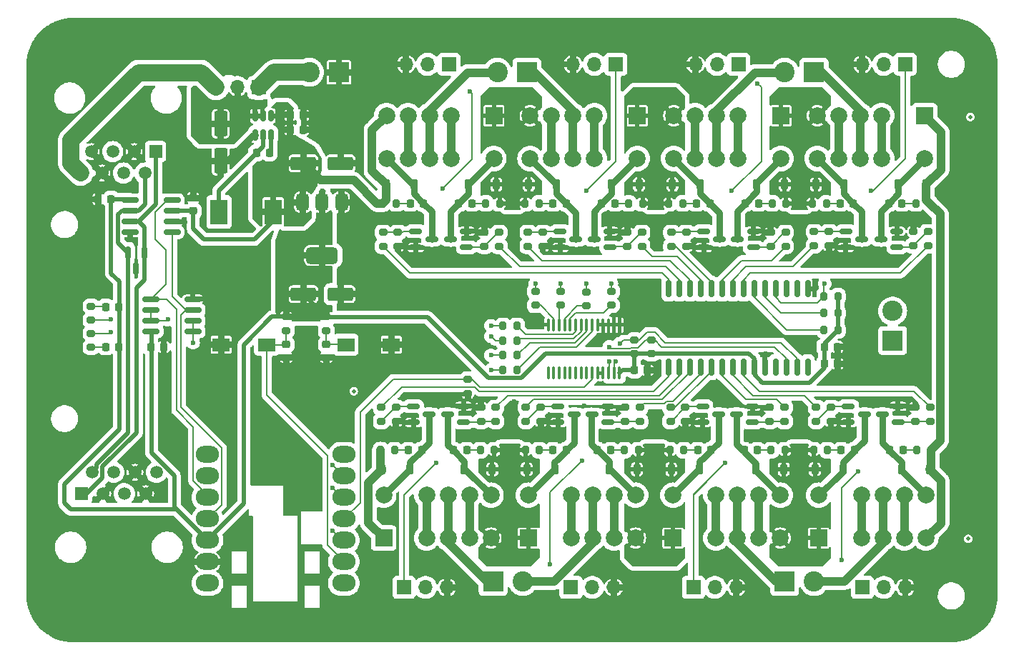
<source format=gbr>
%TF.GenerationSoftware,KiCad,Pcbnew,8.0.4*%
%TF.CreationDate,2024-08-08T00:40:07-04:00*%
%TF.ProjectId,pcb,7063622e-6b69-4636-9164-5f7063625858,1.1*%
%TF.SameCoordinates,Original*%
%TF.FileFunction,Copper,L1,Top*%
%TF.FilePolarity,Positive*%
%FSLAX46Y46*%
G04 Gerber Fmt 4.6, Leading zero omitted, Abs format (unit mm)*
G04 Created by KiCad (PCBNEW 8.0.4) date 2024-08-08 00:40:07*
%MOMM*%
%LPD*%
G01*
G04 APERTURE LIST*
G04 Aperture macros list*
%AMRoundRect*
0 Rectangle with rounded corners*
0 $1 Rounding radius*
0 $2 $3 $4 $5 $6 $7 $8 $9 X,Y pos of 4 corners*
0 Add a 4 corners polygon primitive as box body*
4,1,4,$2,$3,$4,$5,$6,$7,$8,$9,$2,$3,0*
0 Add four circle primitives for the rounded corners*
1,1,$1+$1,$2,$3*
1,1,$1+$1,$4,$5*
1,1,$1+$1,$6,$7*
1,1,$1+$1,$8,$9*
0 Add four rect primitives between the rounded corners*
20,1,$1+$1,$2,$3,$4,$5,0*
20,1,$1+$1,$4,$5,$6,$7,0*
20,1,$1+$1,$6,$7,$8,$9,0*
20,1,$1+$1,$8,$9,$2,$3,0*%
G04 Aperture macros list end*
%TA.AperFunction,SMDPad,CuDef*%
%ADD10R,2.000000X3.000000*%
%TD*%
%TA.AperFunction,ComponentPad*%
%ADD11R,1.500000X1.500000*%
%TD*%
%TA.AperFunction,ComponentPad*%
%ADD12C,1.500000*%
%TD*%
%TA.AperFunction,SMDPad,CuDef*%
%ADD13RoundRect,1.000000X0.375000X0.000010X-0.375000X0.000010X-0.375000X-0.000010X0.375000X-0.000010X0*%
%TD*%
%TA.AperFunction,SMDPad,CuDef*%
%ADD14RoundRect,0.150000X0.825000X0.150000X-0.825000X0.150000X-0.825000X-0.150000X0.825000X-0.150000X0*%
%TD*%
%TA.AperFunction,SMDPad,CuDef*%
%ADD15RoundRect,0.375000X-0.375000X0.625000X-0.375000X-0.625000X0.375000X-0.625000X0.375000X0.625000X0*%
%TD*%
%TA.AperFunction,SMDPad,CuDef*%
%ADD16RoundRect,0.500000X-1.400000X0.500000X-1.400000X-0.500000X1.400000X-0.500000X1.400000X0.500000X0*%
%TD*%
%TA.AperFunction,SMDPad,CuDef*%
%ADD17RoundRect,0.150000X-0.150000X0.512500X-0.150000X-0.512500X0.150000X-0.512500X0.150000X0.512500X0*%
%TD*%
%TA.AperFunction,SMDPad,CuDef*%
%ADD18R,2.000000X1.600000*%
%TD*%
%TA.AperFunction,SMDPad,CuDef*%
%ADD19RoundRect,0.200000X0.275000X-0.200000X0.275000X0.200000X-0.275000X0.200000X-0.275000X-0.200000X0*%
%TD*%
%TA.AperFunction,SMDPad,CuDef*%
%ADD20RoundRect,0.200000X-0.275000X0.200000X-0.275000X-0.200000X0.275000X-0.200000X0.275000X0.200000X0*%
%TD*%
%TA.AperFunction,ComponentPad*%
%ADD21R,2.400000X2.400000*%
%TD*%
%TA.AperFunction,ComponentPad*%
%ADD22C,2.400000*%
%TD*%
%TA.AperFunction,SMDPad,CuDef*%
%ADD23C,0.500000*%
%TD*%
%TA.AperFunction,SMDPad,CuDef*%
%ADD24RoundRect,0.218750X-0.218750X-0.256250X0.218750X-0.256250X0.218750X0.256250X-0.218750X0.256250X0*%
%TD*%
%TA.AperFunction,SMDPad,CuDef*%
%ADD25RoundRect,0.150000X-0.150000X0.587500X-0.150000X-0.587500X0.150000X-0.587500X0.150000X0.587500X0*%
%TD*%
%TA.AperFunction,SMDPad,CuDef*%
%ADD26RoundRect,0.225000X0.250000X-0.225000X0.250000X0.225000X-0.250000X0.225000X-0.250000X-0.225000X0*%
%TD*%
%TA.AperFunction,SMDPad,CuDef*%
%ADD27RoundRect,0.225000X0.225000X0.250000X-0.225000X0.250000X-0.225000X-0.250000X0.225000X-0.250000X0*%
%TD*%
%TA.AperFunction,SMDPad,CuDef*%
%ADD28RoundRect,0.250000X-1.250000X-0.550000X1.250000X-0.550000X1.250000X0.550000X-1.250000X0.550000X0*%
%TD*%
%TA.AperFunction,SMDPad,CuDef*%
%ADD29RoundRect,0.225000X-0.225000X-0.250000X0.225000X-0.250000X0.225000X0.250000X-0.225000X0.250000X0*%
%TD*%
%TA.AperFunction,SMDPad,CuDef*%
%ADD30RoundRect,0.250000X-0.550000X1.250000X-0.550000X-1.250000X0.550000X-1.250000X0.550000X1.250000X0*%
%TD*%
%TA.AperFunction,ComponentPad*%
%ADD31R,1.700000X1.700000*%
%TD*%
%TA.AperFunction,ComponentPad*%
%ADD32O,1.700000X1.700000*%
%TD*%
%TA.AperFunction,SMDPad,CuDef*%
%ADD33RoundRect,0.100000X-0.100000X0.637500X-0.100000X-0.637500X0.100000X-0.637500X0.100000X0.637500X0*%
%TD*%
%TA.AperFunction,SMDPad,CuDef*%
%ADD34RoundRect,0.200000X-0.200000X-0.275000X0.200000X-0.275000X0.200000X0.275000X-0.200000X0.275000X0*%
%TD*%
%TA.AperFunction,SMDPad,CuDef*%
%ADD35RoundRect,0.200000X0.200000X0.275000X-0.200000X0.275000X-0.200000X-0.275000X0.200000X-0.275000X0*%
%TD*%
%TA.AperFunction,SMDPad,CuDef*%
%ADD36RoundRect,0.150000X-0.587500X-0.150000X0.587500X-0.150000X0.587500X0.150000X-0.587500X0.150000X0*%
%TD*%
%TA.AperFunction,SMDPad,CuDef*%
%ADD37RoundRect,0.150000X0.587500X0.150000X-0.587500X0.150000X-0.587500X-0.150000X0.587500X-0.150000X0*%
%TD*%
%TA.AperFunction,ComponentPad*%
%ADD38R,2.000000X2.000000*%
%TD*%
%TA.AperFunction,ComponentPad*%
%ADD39C,2.000000*%
%TD*%
%TA.AperFunction,SMDPad,CuDef*%
%ADD40RoundRect,0.218750X0.218750X0.256250X-0.218750X0.256250X-0.218750X-0.256250X0.218750X-0.256250X0*%
%TD*%
%TA.AperFunction,SMDPad,CuDef*%
%ADD41RoundRect,0.225000X-0.225000X-0.375000X0.225000X-0.375000X0.225000X0.375000X-0.225000X0.375000X0*%
%TD*%
%TA.AperFunction,SMDPad,CuDef*%
%ADD42RoundRect,0.225000X0.225000X0.375000X-0.225000X0.375000X-0.225000X-0.375000X0.225000X-0.375000X0*%
%TD*%
%TA.AperFunction,SMDPad,CuDef*%
%ADD43RoundRect,0.150000X0.150000X-0.875000X0.150000X0.875000X-0.150000X0.875000X-0.150000X-0.875000X0*%
%TD*%
%TA.AperFunction,ViaPad*%
%ADD44C,0.600000*%
%TD*%
%TA.AperFunction,Conductor*%
%ADD45C,0.200000*%
%TD*%
%TA.AperFunction,Conductor*%
%ADD46C,1.000000*%
%TD*%
%TA.AperFunction,Conductor*%
%ADD47C,0.500000*%
%TD*%
%TA.AperFunction,Conductor*%
%ADD48C,0.750000*%
%TD*%
%TA.AperFunction,Conductor*%
%ADD49C,2.000000*%
%TD*%
G04 APERTURE END LIST*
D10*
%TO.P,L1,1,1*%
%TO.N,Net-(U4-SW)*%
X164300000Y-65500000D03*
%TO.P,L1,2,2*%
%TO.N,+5V*%
X170700000Y-65500000D03*
%TD*%
D11*
%TO.P,J4,1*%
%TO.N,CAN-H*%
X156782500Y-58350000D03*
D12*
%TO.P,J4,2*%
%TO.N,CAN-L*%
X155512500Y-60890000D03*
%TO.P,J4,3*%
%TO.N,GND*%
X154242500Y-58350000D03*
%TO.P,J4,4*%
%TO.N,ALT-A*%
X152972500Y-60890000D03*
%TO.P,J4,5*%
%TO.N,ALT-B*%
X151702500Y-58350000D03*
%TO.P,J4,6*%
%TO.N,GND*%
X150432500Y-60890000D03*
%TO.P,J4,7*%
X149162500Y-58350000D03*
%TO.P,J4,8*%
%TO.N,VDDA*%
X147892500Y-60890000D03*
%TD*%
D11*
%TO.P,J3,1*%
%TO.N,CAN-H*%
X148000000Y-98900000D03*
D12*
%TO.P,J3,2*%
%TO.N,CAN-L*%
X149270000Y-96360000D03*
%TO.P,J3,3*%
%TO.N,GND*%
X150540000Y-98900000D03*
%TO.P,J3,4*%
%TO.N,ALT-A*%
X151810000Y-96360000D03*
%TO.P,J3,5*%
%TO.N,ALT-B*%
X153080000Y-98900000D03*
%TO.P,J3,6*%
%TO.N,GND*%
X154350000Y-96360000D03*
%TO.P,J3,7*%
X155620000Y-98900000D03*
%TO.P,J3,8*%
%TO.N,VDDA*%
X156890000Y-96360000D03*
%TD*%
D13*
%TO.P,U8,1,PA02_A0_D0*%
%TO.N,USER_BTN*%
X179082500Y-109500750D03*
%TO.P,U8,2,PA4_A1_D1*%
%TO.N,FACTORY_RESET*%
X179082500Y-106960750D03*
%TO.P,U8,3,PA10_A2_D2*%
%TO.N,GPIO_nRESET*%
X179082500Y-104420750D03*
%TO.P,U8,4,PA11_A3_D3*%
%TO.N,PWM_nENABLE*%
X179082500Y-101880750D03*
%TO.P,U8,5,PA8_A4_D4_SDA*%
%TO.N,I2C_SDA*%
X179082500Y-99340750D03*
%TO.P,U8,6,PA9_A5_D5_SCL*%
%TO.N,I2C_SCL*%
X179082500Y-96800750D03*
%TO.P,U8,7,PB08_A6_TX*%
%TO.N,unconnected-(U8-PB08_A6_TX-Pad7)*%
X179082500Y-94260750D03*
%TO.P,U8,8,PB09_D7_RX*%
%TO.N,unconnected-(U8-PB09_D7_RX-Pad8)*%
X162917500Y-94260750D03*
%TO.P,U8,9,PA7_A8_D8_SCK*%
%TO.N,unconnected-(U8-PA7_A8_D8_SCK-Pad9)*%
X162917500Y-96800750D03*
%TO.P,U8,10,PA5_A9_D9_MISO*%
%TO.N,CAN-RX*%
X162917500Y-99340750D03*
%TO.P,U8,11,PA6_A10_D10_MOSI*%
%TO.N,CAN-TX*%
X162917500Y-101880750D03*
%TO.P,U8,12,3V3*%
%TO.N,+3V3*%
X162917500Y-104420750D03*
%TO.P,U8,13,GND*%
%TO.N,GND*%
X162917500Y-106960750D03*
%TO.P,U8,14,5V*%
%TO.N,unconnected-(U8-5V-Pad14)*%
X162917500Y-109500750D03*
%TD*%
D14*
%TO.P,U7,1,TXD*%
%TO.N,CAN-TX*%
X158725000Y-67905000D03*
%TO.P,U7,2,GND*%
%TO.N,GND*%
X158725000Y-66635000D03*
%TO.P,U7,3,VCC*%
%TO.N,+5V*%
X158725000Y-65365000D03*
%TO.P,U7,4,RXD*%
%TO.N,CAN-RX*%
X158725000Y-64095000D03*
%TO.P,U7,5,VIO*%
%TO.N,+3V3*%
X153775000Y-64095000D03*
%TO.P,U7,6,CANL*%
%TO.N,CAN-L*%
X153775000Y-65365000D03*
%TO.P,U7,7,CANH*%
%TO.N,CAN-H*%
X153775000Y-66635000D03*
%TO.P,U7,8,S*%
%TO.N,GND*%
X153775000Y-67905000D03*
%TD*%
%TO.P,U6,1*%
%TO.N,Net-(U6A--)*%
X161200000Y-79655000D03*
%TO.P,U6,2,-*%
X161200000Y-78385000D03*
%TO.P,U6,3,+*%
%TO.N,CAN-TX*%
X161200000Y-77115000D03*
%TO.P,U6,4,V-*%
%TO.N,GND*%
X161200000Y-75845000D03*
%TO.P,U6,5,+*%
%TO.N,CAN-RX*%
X156250000Y-75845000D03*
%TO.P,U6,6,-*%
%TO.N,Net-(U6B--)*%
X156250000Y-77115000D03*
%TO.P,U6,7*%
X156250000Y-78385000D03*
%TO.P,U6,8,V+*%
%TO.N,+3V3*%
X156250000Y-79655000D03*
%TD*%
D15*
%TO.P,U5,1,GND*%
%TO.N,GND*%
X178800000Y-64350000D03*
%TO.P,U5,2,VO*%
%TO.N,+3V3*%
X176500000Y-64350000D03*
D16*
X176500000Y-70650000D03*
D15*
%TO.P,U5,3,VI*%
%TO.N,+5V*%
X174200000Y-64350000D03*
%TD*%
D17*
%TO.P,U4,1,FB*%
%TO.N,+5V*%
X170450000Y-54112500D03*
%TO.P,U4,2,EN*%
%TO.N,VCC*%
X169500000Y-54112500D03*
%TO.P,U4,3,IN*%
X168550000Y-54112500D03*
%TO.P,U4,4,GND*%
%TO.N,GND*%
X168550000Y-56387500D03*
%TO.P,U4,5,SW*%
%TO.N,Net-(U4-SW)*%
X169500000Y-56387500D03*
%TO.P,U4,6,BST*%
%TO.N,/5V-BST*%
X170450000Y-56387500D03*
%TD*%
D18*
%TO.P,SW3,1,1*%
%TO.N,USER_BTN*%
X179300000Y-81250000D03*
%TO.P,SW3,2,2*%
%TO.N,GND*%
X184700000Y-81250000D03*
%TD*%
%TO.P,SW2,1,1*%
%TO.N,FACTORY_RESET*%
X169950000Y-81250000D03*
%TO.P,SW2,2,2*%
%TO.N,GND*%
X164550000Y-81250000D03*
%TD*%
D19*
%TO.P,R44,1*%
%TO.N,Net-(U6B--)*%
X149150000Y-78325000D03*
%TO.P,R44,2*%
%TO.N,Net-(D25-K)*%
X149150000Y-76675000D03*
%TD*%
D20*
%TO.P,R43,2*%
%TO.N,Net-(D24-K)*%
X149150000Y-81537500D03*
%TO.P,R43,1*%
%TO.N,Net-(U6A--)*%
X149150000Y-79887500D03*
%TD*%
%TO.P,R16,1*%
%TO.N,+3V3*%
X177000000Y-77925000D03*
%TO.P,R16,2*%
%TO.N,USER_BTN*%
X177000000Y-79575000D03*
%TD*%
%TO.P,R15,1*%
%TO.N,+3V3*%
X172250000Y-77925000D03*
%TO.P,R15,2*%
%TO.N,FACTORY_RESET*%
X172250000Y-79575000D03*
%TD*%
D21*
%TO.P,J1,1,Pin_1*%
%TO.N,GND*%
X178500000Y-48950000D03*
D22*
%TO.P,J1,2,Pin_2*%
%TO.N,VDD*%
X175000000Y-48950000D03*
%TD*%
D23*
%TO.P,FID3,*%
%TO.N,*%
X253000000Y-104250000D03*
%TD*%
%TO.P,FID2,*%
%TO.N,*%
X253250000Y-54250000D03*
%TD*%
%TO.P,FID1,*%
%TO.N,*%
X180250000Y-86750000D03*
%TD*%
D24*
%TO.P,D25,1,K*%
%TO.N,Net-(D25-K)*%
X150862500Y-76750000D03*
%TO.P,D25,2,A*%
%TO.N,+3V3*%
X152437500Y-76750000D03*
%TD*%
%TO.P,D24,1,K*%
%TO.N,Net-(D24-K)*%
X150862500Y-81500000D03*
%TO.P,D24,2,A*%
%TO.N,+3V3*%
X152437500Y-81500000D03*
%TD*%
D25*
%TO.P,D15,1,K*%
%TO.N,CAN-H*%
X155425000Y-70312500D03*
%TO.P,D15,2,K*%
%TO.N,CAN-L*%
X153525000Y-70312500D03*
%TO.P,D15,3,A*%
%TO.N,GND*%
X154475000Y-72187500D03*
%TD*%
D26*
%TO.P,C14,1*%
%TO.N,+5V*%
X161250000Y-65390000D03*
%TO.P,C14,2*%
%TO.N,GND*%
X161250000Y-63840000D03*
%TD*%
D27*
%TO.P,C13,2*%
%TO.N,GND*%
X149975000Y-64000000D03*
%TO.P,C13,1*%
%TO.N,+3V3*%
X151525000Y-64000000D03*
%TD*%
%TO.P,C12,1*%
%TO.N,GND*%
X157750000Y-81500000D03*
%TO.P,C12,2*%
%TO.N,+3V3*%
X156200000Y-81500000D03*
%TD*%
D26*
%TO.P,C11,1*%
%TO.N,GND*%
X177000000Y-82775000D03*
%TO.P,C11,2*%
%TO.N,USER_BTN*%
X177000000Y-81225000D03*
%TD*%
%TO.P,C10,1*%
%TO.N,GND*%
X172250000Y-82775000D03*
%TO.P,C10,2*%
%TO.N,FACTORY_RESET*%
X172250000Y-81225000D03*
%TD*%
D28*
%TO.P,C9,1*%
%TO.N,+3V3*%
X174300000Y-75250000D03*
%TO.P,C9,2*%
%TO.N,GND*%
X178700000Y-75250000D03*
%TD*%
%TO.P,C8,1*%
%TO.N,+5V*%
X174300000Y-59750000D03*
%TO.P,C8,2*%
%TO.N,GND*%
X178700000Y-59750000D03*
%TD*%
D29*
%TO.P,C7,1*%
%TO.N,+5V*%
X172725000Y-54000000D03*
%TO.P,C7,2*%
%TO.N,GND*%
X174275000Y-54000000D03*
%TD*%
D27*
%TO.P,C6,1*%
%TO.N,GND*%
X174275000Y-55750000D03*
%TO.P,C6,2*%
%TO.N,+5V*%
X172725000Y-55750000D03*
%TD*%
D29*
%TO.P,C5,1*%
%TO.N,Net-(U4-SW)*%
X168725000Y-58500000D03*
%TO.P,C5,2*%
%TO.N,/5V-BST*%
X170275000Y-58500000D03*
%TD*%
D30*
%TO.P,C1,1*%
%TO.N,VCC*%
X164500000Y-55050000D03*
%TO.P,C1,2*%
%TO.N,GND*%
X164500000Y-59450000D03*
%TD*%
D31*
%TO.P,M7,1,PWM*%
%TO.N,Net-(M7-PWM)*%
X211275000Y-48000000D03*
D32*
%TO.P,M7,2,+*%
%TO.N,+5V*%
X208735000Y-48000000D03*
%TO.P,M7,3,-*%
%TO.N,GND*%
X206195000Y-48000000D03*
%TD*%
D31*
%TO.P,M6,1,PWM*%
%TO.N,Net-(M6-PWM)*%
X225790000Y-48000000D03*
D32*
%TO.P,M6,2,+*%
%TO.N,+5V*%
X223250000Y-48000000D03*
%TO.P,M6,3,-*%
%TO.N,GND*%
X220710000Y-48000000D03*
%TD*%
D31*
%TO.P,M5,1,PWM*%
%TO.N,Net-(M5-PWM)*%
X245540000Y-48000000D03*
D32*
%TO.P,M5,2,+*%
%TO.N,+5V*%
X243000000Y-48000000D03*
%TO.P,M5,3,-*%
%TO.N,GND*%
X240460000Y-48000000D03*
%TD*%
D31*
%TO.P,M4,1,PWM*%
%TO.N,Net-(M4-PWM)*%
X240475000Y-110000000D03*
D32*
%TO.P,M4,2,+*%
%TO.N,+5V*%
X243015000Y-110000000D03*
%TO.P,M4,3,-*%
%TO.N,GND*%
X245555000Y-110000000D03*
%TD*%
D31*
%TO.P,M3,1,PWM*%
%TO.N,Net-(M3-PWM)*%
X220460000Y-110000000D03*
D32*
%TO.P,M3,2,+*%
%TO.N,+5V*%
X223000000Y-110000000D03*
%TO.P,M3,3,-*%
%TO.N,GND*%
X225540000Y-110000000D03*
%TD*%
D31*
%TO.P,M2,1,PWM*%
%TO.N,Net-(M2-PWM)*%
X205960000Y-110000000D03*
D32*
%TO.P,M2,2,+*%
%TO.N,+5V*%
X208500000Y-110000000D03*
%TO.P,M2,3,-*%
%TO.N,GND*%
X211040000Y-110000000D03*
%TD*%
D31*
%TO.P,M1,1,PWM*%
%TO.N,Net-(M1-PWM)*%
X186210000Y-110000000D03*
D32*
%TO.P,M1,2,+*%
%TO.N,+5V*%
X188750000Y-110000000D03*
%TO.P,M1,3,-*%
%TO.N,GND*%
X191290000Y-110000000D03*
%TD*%
D21*
%TO.P,J8,1,Pin_1*%
%TO.N,FROG6*%
X200750000Y-48950000D03*
D22*
%TO.P,J8,2,Pin_2*%
%TO.N,FROG7*%
X197250000Y-48950000D03*
%TD*%
D21*
%TO.P,J7,1,Pin_1*%
%TO.N,FROG4*%
X234750000Y-48950000D03*
D22*
%TO.P,J7,2,Pin_2*%
%TO.N,FROG5*%
X231250000Y-48950000D03*
%TD*%
D21*
%TO.P,J6,1,Pin_1*%
%TO.N,FROG2*%
X231250000Y-109300000D03*
D22*
%TO.P,J6,2,Pin_2*%
%TO.N,FROG3*%
X234750000Y-109300000D03*
%TD*%
D21*
%TO.P,J5,1,Pin_1*%
%TO.N,FROG0*%
X196750000Y-109300000D03*
D22*
%TO.P,J5,2,Pin_2*%
%TO.N,FROG1*%
X200250000Y-109300000D03*
%TD*%
D33*
%TO.P,U2,1,A0*%
%TO.N,GND*%
X211725000Y-78887500D03*
%TO.P,U2,2,A1*%
X211075000Y-78887500D03*
%TO.P,U2,3,A2*%
X210425000Y-78887500D03*
%TO.P,U2,4,A3*%
X209775000Y-78887500D03*
%TO.P,U2,5,A4*%
X209125000Y-78887500D03*
%TO.P,U2,6,LED0*%
%TO.N,Net-(U2-LED0)*%
X208475000Y-78887500D03*
%TO.P,U2,7,LED1*%
%TO.N,Net-(U2-LED1)*%
X207825000Y-78887500D03*
%TO.P,U2,8,LED2*%
%TO.N,Net-(U2-LED2)*%
X207175000Y-78887500D03*
%TO.P,U2,9,LED3*%
%TO.N,Net-(U2-LED3)*%
X206525000Y-78887500D03*
%TO.P,U2,10,LED4*%
%TO.N,Net-(U2-LED4)*%
X205875000Y-78887500D03*
%TO.P,U2,11,LED5*%
%TO.N,Net-(U2-LED5)*%
X205225000Y-78887500D03*
%TO.P,U2,12,LED6*%
%TO.N,Net-(U2-LED6)*%
X204575000Y-78887500D03*
%TO.P,U2,13,LED7*%
%TO.N,Net-(U2-LED7)*%
X203925000Y-78887500D03*
%TO.P,U2,14,VSS*%
%TO.N,GND*%
X203275000Y-78887500D03*
%TO.P,U2,15,LED8*%
%TO.N,unconnected-(U2-LED8-Pad15)*%
X203275000Y-84612500D03*
%TO.P,U2,16,LED9*%
%TO.N,unconnected-(U2-LED9-Pad16)*%
X203925000Y-84612500D03*
%TO.P,U2,17,LED10*%
%TO.N,unconnected-(U2-LED10-Pad17)*%
X204575000Y-84612500D03*
%TO.P,U2,18,LED11*%
%TO.N,unconnected-(U2-LED11-Pad18)*%
X205225000Y-84612500D03*
%TO.P,U2,19,LED12*%
%TO.N,unconnected-(U2-LED12-Pad19)*%
X205875000Y-84612500D03*
%TO.P,U2,20,LED13*%
%TO.N,unconnected-(U2-LED13-Pad20)*%
X206525000Y-84612500D03*
%TO.P,U2,21,LED14*%
%TO.N,unconnected-(U2-LED14-Pad21)*%
X207175000Y-84612500D03*
%TO.P,U2,22,LED15*%
%TO.N,unconnected-(U2-LED15-Pad22)*%
X207825000Y-84612500D03*
%TO.P,U2,23,~{OE}*%
%TO.N,PWM_nENABLE*%
X208475000Y-84612500D03*
%TO.P,U2,24,A5*%
%TO.N,GND*%
X209125000Y-84612500D03*
%TO.P,U2,25,EXTCLK*%
X209775000Y-84612500D03*
%TO.P,U2,26,SCL*%
%TO.N,I2C_SCL*%
X210425000Y-84612500D03*
%TO.P,U2,27,SDA*%
%TO.N,I2C_SDA*%
X211075000Y-84612500D03*
%TO.P,U2,28,VDD*%
%TO.N,+3V3*%
X211725000Y-84612500D03*
%TD*%
D20*
%TO.P,R41,1*%
%TO.N,RELAY3*%
X235000000Y-88675000D03*
%TO.P,R41,2*%
%TO.N,Net-(Q8-B)*%
X235000000Y-90325000D03*
%TD*%
%TO.P,R40,1*%
%TO.N,nRELAY3*%
X248500000Y-88675000D03*
%TO.P,R40,2*%
%TO.N,Net-(Q7-B)*%
X248500000Y-90325000D03*
%TD*%
D34*
%TO.P,R39,1*%
%TO.N,Net-(D18-A)*%
X246925000Y-93750000D03*
%TO.P,R39,2*%
%TO.N,+5V*%
X248575000Y-93750000D03*
%TD*%
%TO.P,R38,1*%
%TO.N,+5V*%
X217675000Y-93750000D03*
%TO.P,R38,2*%
%TO.N,Net-(D17-A)*%
X219325000Y-93750000D03*
%TD*%
D20*
%TO.P,R37,1*%
%TO.N,RELAY2*%
X217750000Y-88675000D03*
%TO.P,R37,2*%
%TO.N,Net-(Q6-B)*%
X217750000Y-90325000D03*
%TD*%
%TO.P,R36,1*%
%TO.N,nRELAY2*%
X231250000Y-88675000D03*
%TO.P,R36,2*%
%TO.N,Net-(Q5-B)*%
X231250000Y-90325000D03*
%TD*%
D34*
%TO.P,R35,1*%
%TO.N,Net-(D16-A)*%
X229675000Y-93750000D03*
%TO.P,R35,2*%
%TO.N,+5V*%
X231325000Y-93750000D03*
%TD*%
D19*
%TO.P,R34,1*%
%TO.N,GND*%
X236750000Y-90325000D03*
%TO.P,R34,2*%
%TO.N,Net-(Q8-B)*%
X236750000Y-88675000D03*
%TD*%
D20*
%TO.P,R33,1*%
%TO.N,GND*%
X246750000Y-88675000D03*
%TO.P,R33,2*%
%TO.N,Net-(Q7-B)*%
X246750000Y-90325000D03*
%TD*%
D19*
%TO.P,R32,1*%
%TO.N,GND*%
X219500000Y-90325000D03*
%TO.P,R32,2*%
%TO.N,Net-(Q6-B)*%
X219500000Y-88675000D03*
%TD*%
D20*
%TO.P,R31,1*%
%TO.N,GND*%
X229500000Y-88675000D03*
%TO.P,R31,2*%
%TO.N,Net-(Q5-B)*%
X229500000Y-90325000D03*
%TD*%
D34*
%TO.P,R28,1*%
%TO.N,+5V*%
X200555000Y-93750000D03*
%TO.P,R28,2*%
%TO.N,Net-(D10-A)*%
X202205000Y-93750000D03*
%TD*%
D20*
%TO.P,R27,1*%
%TO.N,RELAY1*%
X200630000Y-88675000D03*
%TO.P,R27,2*%
%TO.N,Net-(Q4-B)*%
X200630000Y-90325000D03*
%TD*%
%TO.P,R26,1*%
%TO.N,nRELAY1*%
X214130000Y-88675000D03*
%TO.P,R26,2*%
%TO.N,Net-(Q3-B)*%
X214130000Y-90325000D03*
%TD*%
D34*
%TO.P,R25,1*%
%TO.N,Net-(D9-A)*%
X212305000Y-93750000D03*
%TO.P,R25,2*%
%TO.N,+5V*%
X213955000Y-93750000D03*
%TD*%
%TO.P,R24,1*%
%TO.N,+5V*%
X183425000Y-93750000D03*
%TO.P,R24,2*%
%TO.N,Net-(D8-A)*%
X185075000Y-93750000D03*
%TD*%
D20*
%TO.P,R23,1*%
%TO.N,RELAY0*%
X183500000Y-88675000D03*
%TO.P,R23,2*%
%TO.N,Net-(Q2-B)*%
X183500000Y-90325000D03*
%TD*%
%TO.P,R22,2*%
%TO.N,Net-(Q1-B)*%
X197062500Y-90325000D03*
%TO.P,R22,1*%
%TO.N,nRELAY0*%
X197062500Y-88675000D03*
%TD*%
D34*
%TO.P,R21,1*%
%TO.N,Net-(D7-A)*%
X195250000Y-93750000D03*
%TO.P,R21,2*%
%TO.N,+5V*%
X196900000Y-93750000D03*
%TD*%
D19*
%TO.P,R20,1*%
%TO.N,GND*%
X202380000Y-90325000D03*
%TO.P,R20,2*%
%TO.N,Net-(Q4-B)*%
X202380000Y-88675000D03*
%TD*%
D20*
%TO.P,R19,1*%
%TO.N,GND*%
X212380000Y-88675000D03*
%TO.P,R19,2*%
%TO.N,Net-(Q3-B)*%
X212380000Y-90325000D03*
%TD*%
D19*
%TO.P,R18,2*%
%TO.N,Net-(Q2-B)*%
X185250000Y-88675000D03*
%TO.P,R18,1*%
%TO.N,GND*%
X185250000Y-90325000D03*
%TD*%
D20*
%TO.P,R17,1*%
%TO.N,GND*%
X195312500Y-88675000D03*
%TO.P,R17,2*%
%TO.N,Net-(Q1-B)*%
X195312500Y-90325000D03*
%TD*%
D35*
%TO.P,R68,1*%
%TO.N,+5V*%
X197535000Y-64500000D03*
%TO.P,R68,2*%
%TO.N,Net-(D37-A)*%
X195885000Y-64500000D03*
%TD*%
D19*
%TO.P,R67,1*%
%TO.N,RELAY7*%
X197460000Y-69575000D03*
%TO.P,R67,2*%
%TO.N,Net-(Q16-B)*%
X197460000Y-67925000D03*
%TD*%
%TO.P,R66,1*%
%TO.N,nRELAY7*%
X183710000Y-69575000D03*
%TO.P,R66,2*%
%TO.N,Net-(Q15-B)*%
X183710000Y-67925000D03*
%TD*%
D35*
%TO.P,R65,1*%
%TO.N,Net-(D36-A)*%
X185285000Y-64500000D03*
%TO.P,R65,2*%
%TO.N,+5V*%
X183635000Y-64500000D03*
%TD*%
D20*
%TO.P,R60,1*%
%TO.N,GND*%
X195710000Y-67925000D03*
%TO.P,R60,2*%
%TO.N,Net-(Q16-B)*%
X195710000Y-69575000D03*
%TD*%
D19*
%TO.P,R59,1*%
%TO.N,GND*%
X185460000Y-69575000D03*
%TO.P,R59,2*%
%TO.N,Net-(Q15-B)*%
X185460000Y-67925000D03*
%TD*%
D35*
%TO.P,R56,2*%
%TO.N,Net-(D29-A)*%
X229797500Y-64500000D03*
%TO.P,R56,1*%
%TO.N,+5V*%
X231447500Y-64500000D03*
%TD*%
D19*
%TO.P,R55,2*%
%TO.N,Net-(Q12-B)*%
X231372500Y-67925000D03*
%TO.P,R55,1*%
%TO.N,RELAY5*%
X231372500Y-69575000D03*
%TD*%
%TO.P,R54,2*%
%TO.N,Net-(Q11-B)*%
X217872500Y-67925000D03*
%TO.P,R54,1*%
%TO.N,nRELAY5*%
X217872500Y-69575000D03*
%TD*%
D35*
%TO.P,R53,2*%
%TO.N,+5V*%
X217547500Y-64500000D03*
%TO.P,R53,1*%
%TO.N,Net-(D28-A)*%
X219197500Y-64500000D03*
%TD*%
D20*
%TO.P,R48,2*%
%TO.N,Net-(Q12-B)*%
X229622500Y-69575000D03*
%TO.P,R48,1*%
%TO.N,GND*%
X229622500Y-67925000D03*
%TD*%
D19*
%TO.P,R47,2*%
%TO.N,Net-(Q11-B)*%
X219622500Y-67925000D03*
%TO.P,R47,1*%
%TO.N,GND*%
X219622500Y-69575000D03*
%TD*%
D35*
%TO.P,R64,1*%
%TO.N,+5V*%
X214447500Y-64500000D03*
%TO.P,R64,2*%
%TO.N,Net-(D35-A)*%
X212797500Y-64500000D03*
%TD*%
D19*
%TO.P,R63,1*%
%TO.N,RELAY6*%
X214372500Y-69575000D03*
%TO.P,R63,2*%
%TO.N,Net-(Q14-B)*%
X214372500Y-67925000D03*
%TD*%
%TO.P,R62,1*%
%TO.N,nRELAY6*%
X200872500Y-69575000D03*
%TO.P,R62,2*%
%TO.N,Net-(Q13-B)*%
X200872500Y-67925000D03*
%TD*%
D35*
%TO.P,R61,1*%
%TO.N,Net-(D34-A)*%
X202197500Y-64500000D03*
%TO.P,R61,2*%
%TO.N,+5V*%
X200547500Y-64500000D03*
%TD*%
D20*
%TO.P,R58,1*%
%TO.N,GND*%
X212622500Y-67925000D03*
%TO.P,R58,2*%
%TO.N,Net-(Q14-B)*%
X212622500Y-69575000D03*
%TD*%
D19*
%TO.P,R57,1*%
%TO.N,GND*%
X202622500Y-69575000D03*
%TO.P,R57,2*%
%TO.N,Net-(Q13-B)*%
X202622500Y-67925000D03*
%TD*%
D35*
%TO.P,R49,1*%
%TO.N,Net-(D26-A)*%
X236197500Y-64500000D03*
%TO.P,R49,2*%
%TO.N,+5V*%
X234547500Y-64500000D03*
%TD*%
%TO.P,R52,1*%
%TO.N,+5V*%
X248447500Y-64500000D03*
%TO.P,R52,2*%
%TO.N,Net-(D27-A)*%
X246797500Y-64500000D03*
%TD*%
D19*
%TO.P,R50,1*%
%TO.N,nRELAY4*%
X234750000Y-69497500D03*
%TO.P,R50,2*%
%TO.N,Net-(Q9-B)*%
X234750000Y-67847500D03*
%TD*%
%TO.P,R51,1*%
%TO.N,RELAY4*%
X248250000Y-69497500D03*
%TO.P,R51,2*%
%TO.N,Net-(Q10-B)*%
X248250000Y-67847500D03*
%TD*%
%TO.P,R45,1*%
%TO.N,GND*%
X236500000Y-69497500D03*
%TO.P,R45,2*%
%TO.N,Net-(Q9-B)*%
X236500000Y-67847500D03*
%TD*%
D20*
%TO.P,R46,1*%
%TO.N,GND*%
X246500000Y-67847500D03*
%TO.P,R46,2*%
%TO.N,Net-(Q10-B)*%
X246500000Y-69497500D03*
%TD*%
D19*
%TO.P,R9,1*%
%TO.N,Net-(U2-LED7)*%
X201750000Y-76575000D03*
%TO.P,R9,2*%
%TO.N,Net-(M8-PWM)*%
X201750000Y-74925000D03*
%TD*%
%TO.P,R8,1*%
%TO.N,Net-(U2-LED6)*%
X204750000Y-76575000D03*
%TO.P,R8,2*%
%TO.N,Net-(M7-PWM)*%
X204750000Y-74925000D03*
%TD*%
%TO.P,R7,1*%
%TO.N,Net-(U2-LED5)*%
X207750000Y-76650000D03*
%TO.P,R7,2*%
%TO.N,Net-(M6-PWM)*%
X207750000Y-75000000D03*
%TD*%
%TO.P,R6,1*%
%TO.N,Net-(U2-LED4)*%
X210750000Y-76575000D03*
%TO.P,R6,2*%
%TO.N,Net-(M5-PWM)*%
X210750000Y-74925000D03*
%TD*%
D35*
%TO.P,R5,2*%
%TO.N,Net-(M4-PWM)*%
X197925000Y-79000000D03*
%TO.P,R5,1*%
%TO.N,Net-(U2-LED3)*%
X199575000Y-79000000D03*
%TD*%
%TO.P,R4,1*%
%TO.N,Net-(U2-LED2)*%
X199575000Y-80750000D03*
%TO.P,R4,2*%
%TO.N,Net-(M3-PWM)*%
X197925000Y-80750000D03*
%TD*%
D20*
%TO.P,R1,1*%
%TO.N,PWM_nENABLE*%
X193750000Y-85350000D03*
%TO.P,R1,2*%
%TO.N,GND*%
X193750000Y-87000000D03*
%TD*%
D34*
%TO.P,R14,1*%
%TO.N,GPIO_INTA*%
X235925000Y-79500000D03*
%TO.P,R14,2*%
%TO.N,+3V3*%
X237575000Y-79500000D03*
%TD*%
%TO.P,R13,1*%
%TO.N,GPIO_INTB*%
X235925000Y-77500000D03*
%TO.P,R13,2*%
%TO.N,+3V3*%
X237575000Y-77500000D03*
%TD*%
%TO.P,R12,1*%
%TO.N,GPIO_nRESET*%
X235925000Y-75500000D03*
%TO.P,R12,2*%
%TO.N,+3V3*%
X237575000Y-75500000D03*
%TD*%
D20*
%TO.P,R30,1*%
%TO.N,I2C_SDA*%
X213500000Y-80675000D03*
%TO.P,R30,2*%
%TO.N,+3V3*%
X213500000Y-82325000D03*
%TD*%
%TO.P,R29,1*%
%TO.N,I2C_SCL*%
X215500000Y-80675000D03*
%TO.P,R29,2*%
%TO.N,+3V3*%
X215500000Y-82325000D03*
%TD*%
D35*
%TO.P,R3,1*%
%TO.N,Net-(U2-LED1)*%
X199575000Y-82500000D03*
%TO.P,R3,2*%
%TO.N,Net-(M2-PWM)*%
X197925000Y-82500000D03*
%TD*%
%TO.P,R2,1*%
%TO.N,Net-(U2-LED0)*%
X199575000Y-84250000D03*
%TO.P,R2,2*%
%TO.N,Net-(M1-PWM)*%
X197925000Y-84250000D03*
%TD*%
D36*
%TO.P,Q8,1,B*%
%TO.N,Net-(Q8-B)*%
X238812500Y-88550000D03*
%TO.P,Q8,2,E*%
%TO.N,GND*%
X238812500Y-90450000D03*
%TO.P,Q8,3,C*%
%TO.N,Net-(D14-A)*%
X240687500Y-89500000D03*
%TD*%
D37*
%TO.P,Q7,1,B*%
%TO.N,Net-(Q7-B)*%
X244687500Y-90450000D03*
%TO.P,Q7,2,E*%
%TO.N,GND*%
X244687500Y-88550000D03*
%TO.P,Q7,3,C*%
%TO.N,Net-(D13-A)*%
X242812500Y-89500000D03*
%TD*%
D36*
%TO.P,Q6,3,C*%
%TO.N,Net-(D12-A)*%
X223437500Y-89500000D03*
%TO.P,Q6,2,E*%
%TO.N,GND*%
X221562500Y-90450000D03*
%TO.P,Q6,1,B*%
%TO.N,Net-(Q6-B)*%
X221562500Y-88550000D03*
%TD*%
D37*
%TO.P,Q5,3,C*%
%TO.N,Net-(D11-A)*%
X225562500Y-89500000D03*
%TO.P,Q5,2,E*%
%TO.N,GND*%
X227437500Y-88550000D03*
%TO.P,Q5,1,B*%
%TO.N,Net-(Q5-B)*%
X227437500Y-90450000D03*
%TD*%
D36*
%TO.P,Q4,1,B*%
%TO.N,Net-(Q4-B)*%
X204442500Y-88550000D03*
%TO.P,Q4,2,E*%
%TO.N,GND*%
X204442500Y-90450000D03*
%TO.P,Q4,3,C*%
%TO.N,Net-(D10-K)*%
X206317500Y-89500000D03*
%TD*%
D37*
%TO.P,Q3,1,B*%
%TO.N,Net-(Q3-B)*%
X210317500Y-90450000D03*
%TO.P,Q3,2,E*%
%TO.N,GND*%
X210317500Y-88550000D03*
%TO.P,Q3,3,C*%
%TO.N,Net-(D5-A)*%
X208442500Y-89500000D03*
%TD*%
D36*
%TO.P,Q2,1,B*%
%TO.N,Net-(Q2-B)*%
X187312500Y-88550000D03*
%TO.P,Q2,2,E*%
%TO.N,GND*%
X187312500Y-90450000D03*
%TO.P,Q2,3,C*%
%TO.N,Net-(D4-A)*%
X189187500Y-89500000D03*
%TD*%
D37*
%TO.P,Q1,1,B*%
%TO.N,Net-(Q1-B)*%
X193250000Y-90450000D03*
%TO.P,Q1,2,E*%
%TO.N,GND*%
X193250000Y-88550000D03*
%TO.P,Q1,3,C*%
%TO.N,Net-(D3-A)*%
X191375000Y-89500000D03*
%TD*%
%TO.P,Q16,1,B*%
%TO.N,Net-(Q16-B)*%
X193585000Y-69700000D03*
%TO.P,Q16,2,E*%
%TO.N,GND*%
X193585000Y-67800000D03*
%TO.P,Q16,3,C*%
%TO.N,Net-(D33-A)*%
X191710000Y-68750000D03*
%TD*%
D36*
%TO.P,Q15,1,B*%
%TO.N,Net-(Q15-B)*%
X187585000Y-67800000D03*
%TO.P,Q15,2,E*%
%TO.N,GND*%
X187585000Y-69700000D03*
%TO.P,Q15,3,C*%
%TO.N,Net-(D32-A)*%
X189460000Y-68750000D03*
%TD*%
D37*
%TO.P,Q12,3,C*%
%TO.N,Net-(D23-A)*%
X225685000Y-68750000D03*
%TO.P,Q12,2,E*%
%TO.N,GND*%
X227560000Y-67800000D03*
%TO.P,Q12,1,B*%
%TO.N,Net-(Q12-B)*%
X227560000Y-69700000D03*
%TD*%
D36*
%TO.P,Q11,3,C*%
%TO.N,Net-(D22-A)*%
X223560000Y-68750000D03*
%TO.P,Q11,2,E*%
%TO.N,GND*%
X221685000Y-69700000D03*
%TO.P,Q11,1,B*%
%TO.N,Net-(Q11-B)*%
X221685000Y-67800000D03*
%TD*%
D37*
%TO.P,Q14,1,B*%
%TO.N,Net-(Q14-B)*%
X210560000Y-69700000D03*
%TO.P,Q14,2,E*%
%TO.N,GND*%
X210560000Y-67800000D03*
%TO.P,Q14,3,C*%
%TO.N,Net-(D31-A)*%
X208685000Y-68750000D03*
%TD*%
D36*
%TO.P,Q13,1,B*%
%TO.N,Net-(Q13-B)*%
X204685000Y-67800000D03*
%TO.P,Q13,2,E*%
%TO.N,GND*%
X204685000Y-69700000D03*
%TO.P,Q13,3,C*%
%TO.N,Net-(D30-A)*%
X206560000Y-68750000D03*
%TD*%
%TO.P,Q9,1,B*%
%TO.N,Net-(Q9-B)*%
X238497500Y-67800000D03*
%TO.P,Q9,2,E*%
%TO.N,GND*%
X238497500Y-69700000D03*
%TO.P,Q9,3,C*%
%TO.N,Net-(D20-A)*%
X240372500Y-68750000D03*
%TD*%
D37*
%TO.P,Q10,1,B*%
%TO.N,Net-(Q10-B)*%
X244560000Y-69700000D03*
%TO.P,Q10,2,E*%
%TO.N,GND*%
X244560000Y-67800000D03*
%TO.P,Q10,3,C*%
%TO.N,Net-(D21-A)*%
X242685000Y-68750000D03*
%TD*%
D38*
%TO.P,K4,1*%
%TO.N,+5V*%
X235292500Y-104157500D03*
D39*
%TO.P,K4,3*%
%TO.N,TP+*%
X240372500Y-104157500D03*
%TO.P,K4,4*%
%TO.N,FROG3*%
X242912500Y-104157500D03*
%TO.P,K4,5*%
%TO.N,TP-*%
X245452500Y-104157500D03*
%TO.P,K4,6*%
%TO.N,+5V*%
X247992500Y-104157500D03*
%TO.P,K4,7*%
%TO.N,Net-(D13-A)*%
X247992500Y-99077500D03*
%TO.P,K4,8*%
%TO.N,TP-*%
X245452500Y-99077500D03*
%TO.P,K4,9*%
%TO.N,FROG3*%
X242912500Y-99077500D03*
%TO.P,K4,10*%
%TO.N,TP+*%
X240372500Y-99077500D03*
%TO.P,K4,12*%
%TO.N,Net-(D14-A)*%
X235292500Y-99077500D03*
%TD*%
D38*
%TO.P,K3,1*%
%TO.N,+5V*%
X218042500Y-104157500D03*
D39*
%TO.P,K3,3*%
%TO.N,TP+*%
X223122500Y-104157500D03*
%TO.P,K3,4*%
%TO.N,FROG2*%
X225662500Y-104157500D03*
%TO.P,K3,5*%
%TO.N,TP-*%
X228202500Y-104157500D03*
%TO.P,K3,6*%
%TO.N,+5V*%
X230742500Y-104157500D03*
%TO.P,K3,7*%
%TO.N,Net-(D11-A)*%
X230742500Y-99077500D03*
%TO.P,K3,8*%
%TO.N,TP-*%
X228202500Y-99077500D03*
%TO.P,K3,9*%
%TO.N,FROG2*%
X225662500Y-99077500D03*
%TO.P,K3,10*%
%TO.N,TP+*%
X223122500Y-99077500D03*
%TO.P,K3,12*%
%TO.N,Net-(D12-A)*%
X218042500Y-99077500D03*
%TD*%
%TO.P,K2,12*%
%TO.N,Net-(D10-K)*%
X200922500Y-99077500D03*
%TO.P,K2,10*%
%TO.N,TP+*%
X206002500Y-99077500D03*
%TO.P,K2,9*%
%TO.N,FROG1*%
X208542500Y-99077500D03*
%TO.P,K2,8*%
%TO.N,TP-*%
X211082500Y-99077500D03*
%TO.P,K2,7*%
%TO.N,Net-(D5-A)*%
X213622500Y-99077500D03*
%TO.P,K2,6*%
%TO.N,+5V*%
X213622500Y-104157500D03*
%TO.P,K2,5*%
%TO.N,TP-*%
X211082500Y-104157500D03*
%TO.P,K2,4*%
%TO.N,FROG1*%
X208542500Y-104157500D03*
%TO.P,K2,3*%
%TO.N,TP+*%
X206002500Y-104157500D03*
D38*
%TO.P,K2,1*%
%TO.N,+5V*%
X200922500Y-104157500D03*
%TD*%
%TO.P,K8,1*%
%TO.N,+5V*%
X196830000Y-54092500D03*
D39*
%TO.P,K8,3*%
%TO.N,TP+*%
X191750000Y-54092500D03*
%TO.P,K8,4*%
%TO.N,FROG7*%
X189210000Y-54092500D03*
%TO.P,K8,5*%
%TO.N,TP-*%
X186670000Y-54092500D03*
%TO.P,K8,6*%
%TO.N,+5V*%
X184130000Y-54092500D03*
%TO.P,K8,7*%
%TO.N,Net-(D32-A)*%
X184130000Y-59172500D03*
%TO.P,K8,8*%
%TO.N,TP-*%
X186670000Y-59172500D03*
%TO.P,K8,9*%
%TO.N,FROG7*%
X189210000Y-59172500D03*
%TO.P,K8,10*%
%TO.N,TP+*%
X191750000Y-59172500D03*
%TO.P,K8,12*%
%TO.N,Net-(D33-A)*%
X196830000Y-59172500D03*
%TD*%
%TO.P,K6,12*%
%TO.N,Net-(D23-A)*%
X230830000Y-59172500D03*
%TO.P,K6,10*%
%TO.N,TP+*%
X225750000Y-59172500D03*
%TO.P,K6,9*%
%TO.N,FROG5*%
X223210000Y-59172500D03*
%TO.P,K6,8*%
%TO.N,TP-*%
X220670000Y-59172500D03*
%TO.P,K6,7*%
%TO.N,Net-(D22-A)*%
X218130000Y-59172500D03*
%TO.P,K6,6*%
%TO.N,+5V*%
X218130000Y-54092500D03*
%TO.P,K6,5*%
%TO.N,TP-*%
X220670000Y-54092500D03*
%TO.P,K6,4*%
%TO.N,FROG5*%
X223210000Y-54092500D03*
%TO.P,K6,3*%
%TO.N,TP+*%
X225750000Y-54092500D03*
D38*
%TO.P,K6,1*%
%TO.N,+5V*%
X230830000Y-54092500D03*
%TD*%
D39*
%TO.P,K5,12*%
%TO.N,Net-(D21-A)*%
X247830000Y-59172500D03*
%TO.P,K5,10*%
%TO.N,TP+*%
X242750000Y-59172500D03*
%TO.P,K5,9*%
%TO.N,FROG4*%
X240210000Y-59172500D03*
%TO.P,K5,8*%
%TO.N,TP-*%
X237670000Y-59172500D03*
%TO.P,K5,7*%
%TO.N,Net-(D20-A)*%
X235130000Y-59172500D03*
%TO.P,K5,6*%
%TO.N,+5V*%
X235130000Y-54092500D03*
%TO.P,K5,5*%
%TO.N,TP-*%
X237670000Y-54092500D03*
%TO.P,K5,4*%
%TO.N,FROG4*%
X240210000Y-54092500D03*
%TO.P,K5,3*%
%TO.N,TP+*%
X242750000Y-54092500D03*
D38*
%TO.P,K5,1*%
%TO.N,+5V*%
X247830000Y-54092500D03*
%TD*%
D31*
%TO.P,JP1,1,A*%
%TO.N,VDD*%
X169025000Y-50750000D03*
D32*
%TO.P,JP1,2,C*%
%TO.N,VCC*%
X166485000Y-50750000D03*
%TO.P,JP1,3,B*%
%TO.N,VDDA*%
X163945000Y-50750000D03*
%TD*%
D40*
%TO.P,D19,1,K*%
%TO.N,Net-(D14-A)*%
X239537500Y-93750000D03*
%TO.P,D19,2,A*%
%TO.N,Net-(D19-A)*%
X237962500Y-93750000D03*
%TD*%
D24*
%TO.P,D18,1,K*%
%TO.N,Net-(D13-A)*%
X243712500Y-93750000D03*
%TO.P,D18,2,A*%
%TO.N,Net-(D18-A)*%
X245287500Y-93750000D03*
%TD*%
D40*
%TO.P,D17,1,K*%
%TO.N,Net-(D12-A)*%
X222537500Y-93750000D03*
%TO.P,D17,2,A*%
%TO.N,Net-(D17-A)*%
X220962500Y-93750000D03*
%TD*%
D24*
%TO.P,D16,1,K*%
%TO.N,Net-(D11-A)*%
X226462500Y-93750000D03*
%TO.P,D16,2,A*%
%TO.N,Net-(D16-A)*%
X228037500Y-93750000D03*
%TD*%
D41*
%TO.P,D14,1,K*%
%TO.N,+5V*%
X234850000Y-96000000D03*
%TO.P,D14,2,A*%
%TO.N,Net-(D14-A)*%
X238150000Y-96000000D03*
%TD*%
D42*
%TO.P,D13,1,K*%
%TO.N,+5V*%
X248400000Y-96000000D03*
%TO.P,D13,2,A*%
%TO.N,Net-(D13-A)*%
X245100000Y-96000000D03*
%TD*%
D41*
%TO.P,D12,1,K*%
%TO.N,+5V*%
X217850000Y-96000000D03*
%TO.P,D12,2,A*%
%TO.N,Net-(D12-A)*%
X221150000Y-96000000D03*
%TD*%
D42*
%TO.P,D11,1,K*%
%TO.N,+5V*%
X231150000Y-96000000D03*
%TO.P,D11,2,A*%
%TO.N,Net-(D11-A)*%
X227850000Y-96000000D03*
%TD*%
D40*
%TO.P,D10,1,K*%
%TO.N,Net-(D10-K)*%
X205417500Y-93750000D03*
%TO.P,D10,2,A*%
%TO.N,Net-(D10-A)*%
X203842500Y-93750000D03*
%TD*%
D24*
%TO.P,D9,1,K*%
%TO.N,Net-(D5-A)*%
X209092500Y-93750000D03*
%TO.P,D9,2,A*%
%TO.N,Net-(D9-A)*%
X210667500Y-93750000D03*
%TD*%
D40*
%TO.P,D8,1,K*%
%TO.N,Net-(D4-A)*%
X188287500Y-93750000D03*
%TO.P,D8,2,A*%
%TO.N,Net-(D8-A)*%
X186712500Y-93750000D03*
%TD*%
D24*
%TO.P,D7,1,K*%
%TO.N,Net-(D3-A)*%
X192037500Y-93750000D03*
%TO.P,D7,2,A*%
%TO.N,Net-(D7-A)*%
X193612500Y-93750000D03*
%TD*%
D41*
%TO.P,D6,1,K*%
%TO.N,+5V*%
X200730000Y-96000000D03*
%TO.P,D6,2,A*%
%TO.N,Net-(D10-K)*%
X204030000Y-96000000D03*
%TD*%
D42*
%TO.P,D5,1,K*%
%TO.N,+5V*%
X213780000Y-96000000D03*
%TO.P,D5,2,A*%
%TO.N,Net-(D5-A)*%
X210480000Y-96000000D03*
%TD*%
D41*
%TO.P,D4,1,K*%
%TO.N,+5V*%
X183600000Y-96000000D03*
%TO.P,D4,2,A*%
%TO.N,Net-(D4-A)*%
X186900000Y-96000000D03*
%TD*%
D42*
%TO.P,D3,1,K*%
%TO.N,+5V*%
X196650000Y-96000000D03*
%TO.P,D3,2,A*%
%TO.N,Net-(D3-A)*%
X193350000Y-96000000D03*
%TD*%
D24*
%TO.P,D37,1,K*%
%TO.N,Net-(D33-A)*%
X192672500Y-64500000D03*
%TO.P,D37,2,A*%
%TO.N,Net-(D37-A)*%
X194247500Y-64500000D03*
%TD*%
D40*
%TO.P,D36,1,K*%
%TO.N,Net-(D32-A)*%
X188497500Y-64500000D03*
%TO.P,D36,2,A*%
%TO.N,Net-(D36-A)*%
X186922500Y-64500000D03*
%TD*%
D42*
%TO.P,D33,1,K*%
%TO.N,+5V*%
X197110000Y-62250000D03*
%TO.P,D33,2,A*%
%TO.N,Net-(D33-A)*%
X193810000Y-62250000D03*
%TD*%
D41*
%TO.P,D32,1,K*%
%TO.N,+5V*%
X184060000Y-62250000D03*
%TO.P,D32,2,A*%
%TO.N,Net-(D32-A)*%
X187360000Y-62250000D03*
%TD*%
D24*
%TO.P,D29,2,A*%
%TO.N,Net-(D29-A)*%
X228160000Y-64500000D03*
%TO.P,D29,1,K*%
%TO.N,Net-(D23-A)*%
X226585000Y-64500000D03*
%TD*%
D40*
%TO.P,D28,2,A*%
%TO.N,Net-(D28-A)*%
X220835000Y-64500000D03*
%TO.P,D28,1,K*%
%TO.N,Net-(D22-A)*%
X222410000Y-64500000D03*
%TD*%
D42*
%TO.P,D23,2,A*%
%TO.N,Net-(D23-A)*%
X227972500Y-62250000D03*
%TO.P,D23,1,K*%
%TO.N,+5V*%
X231272500Y-62250000D03*
%TD*%
D41*
%TO.P,D22,2,A*%
%TO.N,Net-(D22-A)*%
X221272500Y-62250000D03*
%TO.P,D22,1,K*%
%TO.N,+5V*%
X217972500Y-62250000D03*
%TD*%
D24*
%TO.P,D35,1,K*%
%TO.N,Net-(D31-A)*%
X209585000Y-64500000D03*
%TO.P,D35,2,A*%
%TO.N,Net-(D35-A)*%
X211160000Y-64500000D03*
%TD*%
D40*
%TO.P,D34,1,K*%
%TO.N,Net-(D30-A)*%
X205410000Y-64500000D03*
%TO.P,D34,2,A*%
%TO.N,Net-(D34-A)*%
X203835000Y-64500000D03*
%TD*%
D42*
%TO.P,D31,1,K*%
%TO.N,+5V*%
X214022500Y-62250000D03*
%TO.P,D31,2,A*%
%TO.N,Net-(D31-A)*%
X210722500Y-62250000D03*
%TD*%
D41*
%TO.P,D30,1,K*%
%TO.N,+5V*%
X200972500Y-62250000D03*
%TO.P,D30,2,A*%
%TO.N,Net-(D30-A)*%
X204272500Y-62250000D03*
%TD*%
D40*
%TO.P,D26,1,K*%
%TO.N,Net-(D20-A)*%
X239410000Y-64500000D03*
%TO.P,D26,2,A*%
%TO.N,Net-(D26-A)*%
X237835000Y-64500000D03*
%TD*%
D24*
%TO.P,D27,1,K*%
%TO.N,Net-(D21-A)*%
X243585000Y-64500000D03*
%TO.P,D27,2,A*%
%TO.N,Net-(D27-A)*%
X245160000Y-64500000D03*
%TD*%
D42*
%TO.P,D21,1,K*%
%TO.N,+5V*%
X248022500Y-62250000D03*
%TO.P,D21,2,A*%
%TO.N,Net-(D21-A)*%
X244722500Y-62250000D03*
%TD*%
D41*
%TO.P,D20,1,K*%
%TO.N,+5V*%
X234972500Y-62250000D03*
%TO.P,D20,2,A*%
%TO.N,Net-(D20-A)*%
X238272500Y-62250000D03*
%TD*%
D27*
%TO.P,C2,1*%
%TO.N,GND*%
X237525000Y-83500000D03*
%TO.P,C2,2*%
%TO.N,+3V3*%
X235975000Y-83500000D03*
%TD*%
D29*
%TO.P,C3,1*%
%TO.N,+3V3*%
X235975000Y-81500000D03*
%TO.P,C3,2*%
%TO.N,GND*%
X237525000Y-81500000D03*
%TD*%
D27*
%TO.P,C4,1*%
%TO.N,GND*%
X215025000Y-84250000D03*
%TO.P,C4,2*%
%TO.N,+3V3*%
X213475000Y-84250000D03*
%TD*%
D39*
%TO.P,K7,12*%
%TO.N,Net-(D31-A)*%
X213830000Y-59172500D03*
%TO.P,K7,10*%
%TO.N,TP+*%
X208750000Y-59172500D03*
%TO.P,K7,9*%
%TO.N,FROG6*%
X206210000Y-59172500D03*
%TO.P,K7,8*%
%TO.N,TP-*%
X203670000Y-59172500D03*
%TO.P,K7,7*%
%TO.N,Net-(D30-A)*%
X201130000Y-59172500D03*
%TO.P,K7,6*%
%TO.N,+5V*%
X201130000Y-54092500D03*
%TO.P,K7,5*%
%TO.N,TP-*%
X203670000Y-54092500D03*
%TO.P,K7,4*%
%TO.N,FROG6*%
X206210000Y-54092500D03*
%TO.P,K7,3*%
%TO.N,TP+*%
X208750000Y-54092500D03*
D38*
%TO.P,K7,1*%
%TO.N,+5V*%
X213830000Y-54092500D03*
%TD*%
%TO.P,K1,1*%
%TO.N,+5V*%
X183792500Y-104157500D03*
D39*
%TO.P,K1,3*%
%TO.N,TP+*%
X188872500Y-104157500D03*
%TO.P,K1,4*%
%TO.N,FROG0*%
X191412500Y-104157500D03*
%TO.P,K1,5*%
%TO.N,TP-*%
X193952500Y-104157500D03*
%TO.P,K1,6*%
%TO.N,+5V*%
X196492500Y-104157500D03*
%TO.P,K1,7*%
%TO.N,Net-(D3-A)*%
X196492500Y-99077500D03*
%TO.P,K1,8*%
%TO.N,TP-*%
X193952500Y-99077500D03*
%TO.P,K1,9*%
%TO.N,FROG0*%
X191412500Y-99077500D03*
%TO.P,K1,10*%
%TO.N,TP+*%
X188872500Y-99077500D03*
%TO.P,K1,12*%
%TO.N,Net-(D4-A)*%
X183792500Y-99077500D03*
%TD*%
D34*
%TO.P,R42,1*%
%TO.N,+5V*%
X234675000Y-93750000D03*
%TO.P,R42,2*%
%TO.N,Net-(D19-A)*%
X236325000Y-93750000D03*
%TD*%
D43*
%TO.P,U3,28,GPA7*%
%TO.N,nRELAY7*%
X217495000Y-74600000D03*
%TO.P,U3,27,GPA6*%
%TO.N,RELAY7*%
X218765000Y-74600000D03*
%TO.P,U3,26,GPA5*%
%TO.N,nRELAY6*%
X220035000Y-74600000D03*
%TO.P,U3,25,GPA4*%
%TO.N,RELAY6*%
X221305000Y-74600000D03*
%TO.P,U3,24,GPA3*%
%TO.N,nRELAY5*%
X222575000Y-74600000D03*
%TO.P,U3,23,GPA2*%
%TO.N,RELAY5*%
X223845000Y-74600000D03*
%TO.P,U3,22,GPA1*%
%TO.N,nRELAY4*%
X225115000Y-74600000D03*
%TO.P,U3,21,GPA0*%
%TO.N,RELAY4*%
X226385000Y-74600000D03*
%TO.P,U3,20,INTA*%
%TO.N,GPIO_INTA*%
X227655000Y-74600000D03*
%TO.P,U3,19,INTB*%
%TO.N,GPIO_INTB*%
X228925000Y-74600000D03*
%TO.P,U3,18,~{RESET}*%
%TO.N,GPIO_nRESET*%
X230195000Y-74600000D03*
%TO.P,U3,17,A2*%
%TO.N,GND*%
X231465000Y-74600000D03*
%TO.P,U3,16,A1*%
X232735000Y-74600000D03*
%TO.P,U3,15,A0*%
X234005000Y-74600000D03*
%TO.P,U3,14,NC*%
%TO.N,unconnected-(U3-NC-Pad14)*%
X234005000Y-83900000D03*
%TO.P,U3,13,SDA*%
%TO.N,I2C_SDA*%
X232735000Y-83900000D03*
%TO.P,U3,12,SCK*%
%TO.N,I2C_SCL*%
X231465000Y-83900000D03*
%TO.P,U3,11,NC*%
%TO.N,unconnected-(U3-NC-Pad11)*%
X230195000Y-83900000D03*
%TO.P,U3,10,VSS*%
%TO.N,GND*%
X228925000Y-83900000D03*
%TO.P,U3,9,VDD*%
%TO.N,+3V3*%
X227655000Y-83900000D03*
%TO.P,U3,8,GPB7*%
%TO.N,nRELAY3*%
X226385000Y-83900000D03*
%TO.P,U3,7,GPB6*%
%TO.N,RELAY3*%
X225115000Y-83900000D03*
%TO.P,U3,6,GPB5*%
%TO.N,nRELAY2*%
X223845000Y-83900000D03*
%TO.P,U3,5,GPB4*%
%TO.N,RELAY2*%
X222575000Y-83900000D03*
%TO.P,U3,4,GPB3*%
%TO.N,nRELAY1*%
X221305000Y-83900000D03*
%TO.P,U3,3,GPB2*%
%TO.N,RELAY1*%
X220035000Y-83900000D03*
%TO.P,U3,2,GPB1*%
%TO.N,nRELAY0*%
X218765000Y-83900000D03*
%TO.P,U3,1,GPB0*%
%TO.N,RELAY0*%
X217495000Y-83900000D03*
%TD*%
D21*
%TO.P,J2,1,Pin_1*%
%TO.N,TP-*%
X244050000Y-80750000D03*
D22*
%TO.P,J2,2,Pin_2*%
%TO.N,TP+*%
X244050000Y-77250000D03*
%TD*%
D31*
%TO.P,M8,1,PWM*%
%TO.N,Net-(M8-PWM)*%
X191525000Y-48000000D03*
D32*
%TO.P,M8,2,+*%
%TO.N,+5V*%
X188985000Y-48000000D03*
%TO.P,M8,3,-*%
%TO.N,GND*%
X186445000Y-48000000D03*
%TD*%
D44*
%TO.N,I2C_SCL*%
X177750000Y-95500000D03*
%TO.N,I2C_SDA*%
X177739000Y-98250000D03*
%TO.N,GPIO_nRESET*%
X177750000Y-103250000D03*
%TO.N,GND*%
X160750000Y-60000000D03*
X158500000Y-58000000D03*
X158500000Y-62250000D03*
X161500000Y-87000000D03*
X161500000Y-83000000D03*
X159750000Y-74500000D03*
X159750000Y-71500000D03*
X162000000Y-73250000D03*
X161750000Y-70000000D03*
X166000000Y-77250000D03*
X166000000Y-73250000D03*
X166000000Y-70000000D03*
X168000000Y-71250000D03*
X168000000Y-75000000D03*
X170000000Y-76750000D03*
X170000000Y-73250000D03*
X170000000Y-69250000D03*
X179500000Y-71750000D03*
X182750000Y-71250000D03*
X181000000Y-69000000D03*
X182500000Y-66750000D03*
X186000000Y-66250000D03*
X179000000Y-67250000D03*
X180750000Y-65000000D03*
X181000000Y-59750000D03*
X154750000Y-93500000D03*
X166250000Y-67500000D03*
X167250000Y-66000000D03*
X166250000Y-64250000D03*
X167250000Y-61750000D03*
X160250000Y-66750000D03*
X158250000Y-79750000D03*
X160500000Y-100000000D03*
X160250000Y-96250000D03*
X157750000Y-91500000D03*
X157750000Y-86750000D03*
X157750000Y-83000000D03*
X153750000Y-68750000D03*
%TO.N,Net-(U6B--)*%
X151475000Y-78250000D03*
X158225000Y-78250000D03*
%TO.N,Net-(U6A--)*%
X161225000Y-81000000D03*
X151475000Y-79750000D03*
%TO.N,GND*%
X213250000Y-76500000D03*
X215000000Y-75250000D03*
X213000000Y-74000000D03*
X222000000Y-80000000D03*
X218750000Y-80000000D03*
X217250000Y-76750000D03*
X220750000Y-76750000D03*
X223750000Y-76750000D03*
X227000000Y-76750000D03*
X224000000Y-78750000D03*
X226750000Y-79500000D03*
X229500000Y-79500000D03*
X232000000Y-80500000D03*
X234750000Y-80500000D03*
X236750000Y-84750000D03*
X239250000Y-85250000D03*
X240000000Y-82500000D03*
X239250000Y-80500000D03*
X240000000Y-78500000D03*
X239250000Y-76500000D03*
X245750000Y-85750000D03*
X248250000Y-83500000D03*
X246250000Y-81250000D03*
X248000000Y-77250000D03*
X216000000Y-92000000D03*
X216000000Y-89250000D03*
X221750000Y-91500000D03*
X218750000Y-91500000D03*
X213250000Y-91500000D03*
X209750000Y-91500000D03*
X227000000Y-91500000D03*
X230250000Y-91500000D03*
X239500000Y-91500000D03*
X237000000Y-91500000D03*
X240250000Y-87750000D03*
X232750000Y-90500000D03*
X229000000Y-82250000D03*
X228500000Y-89250000D03*
X225250000Y-88250000D03*
X223250000Y-88250000D03*
X221250000Y-87250000D03*
X216250000Y-84750000D03*
X213000000Y-85500000D03*
X207500000Y-88500000D03*
X199750000Y-92000000D03*
X203000000Y-91500000D03*
X194500000Y-92250000D03*
X198500000Y-90000000D03*
X199250000Y-88000000D03*
X189750000Y-88250000D03*
X192250000Y-87250000D03*
X186250000Y-87250000D03*
X247250000Y-74000000D03*
X240500000Y-74000000D03*
X237750000Y-74000000D03*
X247250000Y-72000000D03*
X246750000Y-66750000D03*
X241000000Y-71250000D03*
X237750000Y-71250000D03*
X234000000Y-71750000D03*
X231500000Y-71000000D03*
X233000000Y-69000000D03*
X237000000Y-66250000D03*
X233000000Y-66500000D03*
X229000000Y-66250000D03*
X225750000Y-70000000D03*
X223750000Y-70250000D03*
X223500000Y-72250000D03*
X221250000Y-70750000D03*
X216500000Y-69750000D03*
X220000000Y-66500000D03*
X216000000Y-67000000D03*
X205250000Y-66500000D03*
X206500000Y-70000000D03*
X209000000Y-70000000D03*
X212000000Y-66500000D03*
X187000000Y-71000000D03*
X191000000Y-71500000D03*
X194250000Y-71500000D03*
X199250000Y-69250000D03*
X201750000Y-66500000D03*
X199000000Y-66500000D03*
X196250000Y-66500000D03*
%TO.N,Net-(M8-PWM)*%
X194000000Y-51250000D03*
X201750000Y-74000000D03*
X190750000Y-62750000D03*
%TO.N,Net-(M7-PWM)*%
X207750000Y-63000000D03*
X204750000Y-74000000D03*
%TO.N,I2C_SCL*%
X210500000Y-83250000D03*
X210500000Y-81500000D03*
%TO.N,Net-(M6-PWM)*%
X228000000Y-50250000D03*
X207750000Y-74000000D03*
X225000000Y-63000000D03*
%TO.N,Net-(M5-PWM)*%
X241500000Y-63000000D03*
X210750000Y-74000000D03*
%TO.N,Net-(M1-PWM)*%
X196500000Y-84250000D03*
%TO.N,Net-(M2-PWM)*%
X196500000Y-82500000D03*
%TO.N,Net-(M3-PWM)*%
X196500000Y-80250000D03*
%TO.N,Net-(M4-PWM)*%
X196500000Y-79000000D03*
%TO.N,I2C_SDA*%
X211300003Y-83250000D03*
X211750000Y-81100000D03*
%TO.N,Net-(M3-PWM)*%
X224250000Y-95250000D03*
%TO.N,Net-(M1-PWM)*%
X190000000Y-95250000D03*
%TO.N,Net-(M4-PWM)*%
X240000000Y-96250000D03*
X238000000Y-106750000D03*
%TO.N,Net-(M2-PWM)*%
X207250000Y-95000000D03*
X203500000Y-107250000D03*
%TO.N,GPIO_nRESET*%
X236000000Y-74000000D03*
%TD*%
D45*
%TO.N,I2C_SCL*%
X179050750Y-96800750D02*
X177750000Y-95500000D01*
X179082500Y-96800750D02*
X179050750Y-96800750D01*
%TO.N,I2C_SDA*%
X178829750Y-99340750D02*
X177739000Y-98250000D01*
X179082500Y-99340750D02*
X178829750Y-99340750D01*
%TO.N,PWM_nENABLE*%
X181000000Y-89250000D02*
X181000000Y-99963250D01*
X181000000Y-99963250D02*
X179082500Y-101880750D01*
X184900000Y-85350000D02*
X181000000Y-89250000D01*
X193750000Y-85350000D02*
X184900000Y-85350000D01*
%TO.N,GPIO_nRESET*%
X178920750Y-104420750D02*
X177750000Y-103250000D01*
X179082500Y-104420750D02*
X178920750Y-104420750D01*
%TO.N,USER_BTN*%
X177000000Y-79575000D02*
X177000000Y-81225000D01*
X179275000Y-81225000D02*
X179300000Y-81250000D01*
X177000000Y-81225000D02*
X179275000Y-81225000D01*
%TO.N,FACTORY_RESET*%
X169950000Y-87200000D02*
X169950000Y-81250000D01*
X177139000Y-105017250D02*
X177139000Y-94389000D01*
X177139000Y-94389000D02*
X169950000Y-87200000D01*
X179082500Y-106960750D02*
X177139000Y-105017250D01*
X172000000Y-81250000D02*
X169950000Y-81250000D01*
X172250000Y-81225000D02*
X172025000Y-81225000D01*
X172025000Y-81225000D02*
X172000000Y-81250000D01*
X172250000Y-79575000D02*
X172250000Y-81225000D01*
D46*
%TO.N,+5V*%
X176300000Y-61750000D02*
X174300000Y-59750000D01*
X180250000Y-61750000D02*
X176300000Y-61750000D01*
X183000000Y-64500000D02*
X180250000Y-61750000D01*
X183635000Y-64500000D02*
X183000000Y-64500000D01*
X182000000Y-97600000D02*
X183600000Y-96000000D01*
X182000000Y-102365000D02*
X182000000Y-97600000D01*
X183792500Y-104157500D02*
X182000000Y-102365000D01*
X183425000Y-95825000D02*
X183600000Y-96000000D01*
X183425000Y-93750000D02*
X183425000Y-95825000D01*
D45*
%TO.N,CAN-RX*%
X159250000Y-89000000D02*
X159250000Y-77025000D01*
X161242500Y-90992500D02*
X159250000Y-89000000D01*
X161242500Y-97346520D02*
X161242500Y-90992500D01*
X159250000Y-77025000D02*
X158070000Y-75845000D01*
X158070000Y-75845000D02*
X156250000Y-75845000D01*
X162917500Y-99021520D02*
X161242500Y-97346520D01*
X162917500Y-99340750D02*
X162917500Y-99021520D01*
D47*
%TO.N,+5V*%
X168500000Y-68750000D02*
X170700000Y-66550000D01*
X162500000Y-68750000D02*
X168500000Y-68750000D01*
X161250000Y-67500000D02*
X162500000Y-68750000D01*
X161250000Y-65390000D02*
X161250000Y-67500000D01*
X170700000Y-66550000D02*
X170700000Y-65500000D01*
X161225000Y-65365000D02*
X161250000Y-65390000D01*
X158725000Y-65365000D02*
X161225000Y-65365000D01*
D45*
%TO.N,CAN-TX*%
X160385000Y-77115000D02*
X161200000Y-77115000D01*
X159750000Y-77750000D02*
X160385000Y-77115000D01*
X159750000Y-88665001D02*
X159750000Y-77750000D01*
X164592500Y-93507501D02*
X159750000Y-88665001D01*
X162917500Y-101880750D02*
X164592500Y-100205750D01*
X164592500Y-100205750D02*
X164592500Y-93507501D01*
X160340000Y-77115000D02*
X161200000Y-77115000D01*
X158725000Y-67905000D02*
X158725000Y-75500000D01*
X158725000Y-75500000D02*
X160340000Y-77115000D01*
%TO.N,CAN-RX*%
X158000000Y-70000000D02*
X158000000Y-74095000D01*
X156750000Y-68750000D02*
X158000000Y-70000000D01*
X156750000Y-65500000D02*
X156750000Y-68750000D01*
X158155000Y-64095000D02*
X156750000Y-65500000D01*
X158725000Y-64095000D02*
X158155000Y-64095000D01*
X158000000Y-74095000D02*
X156250000Y-75845000D01*
D47*
%TO.N,CAN-H*%
X154500000Y-74500000D02*
X155425000Y-73575000D01*
X154500000Y-91695686D02*
X154500000Y-74500000D01*
X150500000Y-95695686D02*
X154500000Y-91695686D01*
X148600000Y-98900000D02*
X150500000Y-97000000D01*
X148000000Y-98900000D02*
X148600000Y-98900000D01*
X150500000Y-97000000D02*
X150500000Y-95695686D01*
X155425000Y-73575000D02*
X155425000Y-70312500D01*
%TO.N,CAN-L*%
X153550000Y-70337500D02*
X153525000Y-70312500D01*
X153550000Y-91655736D02*
X153550000Y-70337500D01*
X149800000Y-95830000D02*
X149800000Y-95405736D01*
X149270000Y-96360000D02*
X149800000Y-95830000D01*
X149800000Y-95405736D02*
X153550000Y-91655736D01*
%TO.N,+3V3*%
X151525000Y-72775000D02*
X152500000Y-73750000D01*
%TO.N,CAN-L*%
X152350000Y-69137500D02*
X153525000Y-70312500D01*
X152350000Y-65815001D02*
X152350000Y-69137500D01*
%TO.N,CAN-H*%
X155450000Y-67335001D02*
X155450000Y-70287500D01*
X154749999Y-66635000D02*
X155450000Y-67335001D01*
X155450000Y-70287500D02*
X155425000Y-70312500D01*
%TO.N,+3V3*%
X159000000Y-96750000D02*
X159000000Y-100503250D01*
X159000000Y-100503250D02*
X162917500Y-104420750D01*
X156275000Y-94025000D02*
X159000000Y-96750000D01*
X156275000Y-79680000D02*
X156275000Y-94025000D01*
X156250000Y-79655000D02*
X156275000Y-79680000D01*
X151525000Y-72775000D02*
X151525000Y-64000000D01*
X146000000Y-97750000D02*
X152500000Y-91250000D01*
X152500000Y-91250000D02*
X152500000Y-73750000D01*
X159246750Y-100750000D02*
X146750000Y-100750000D01*
X146750000Y-100750000D02*
X146000000Y-100000000D01*
X162917500Y-104420750D02*
X159246750Y-100750000D01*
X146000000Y-100000000D02*
X146000000Y-97750000D01*
D45*
%TO.N,Net-(U6B--)*%
X151400000Y-78325000D02*
X149150000Y-78325000D01*
X151475000Y-78250000D02*
X151400000Y-78325000D01*
X158090000Y-78385000D02*
X158225000Y-78250000D01*
X156250000Y-78385000D02*
X158090000Y-78385000D01*
%TO.N,Net-(U6A--)*%
X151337500Y-79887500D02*
X149150000Y-79887500D01*
X151475000Y-79750000D02*
X151337500Y-79887500D01*
X161200000Y-80975000D02*
X161225000Y-81000000D01*
X161200000Y-79655000D02*
X161200000Y-80975000D01*
%TO.N,Net-(D24-K)*%
X150825000Y-81537500D02*
X150862500Y-81500000D01*
X149150000Y-81537500D02*
X150825000Y-81537500D01*
%TO.N,Net-(D25-K)*%
X149150000Y-76675000D02*
X150787500Y-76675000D01*
X150787500Y-76675000D02*
X150862500Y-76750000D01*
D47*
%TO.N,CAN-L*%
X152800001Y-65365000D02*
X152350000Y-65815001D01*
X153775000Y-65365000D02*
X152800001Y-65365000D01*
%TO.N,CAN-H*%
X153775000Y-66635000D02*
X154749999Y-66635000D01*
%TO.N,+3V3*%
X167250000Y-100088250D02*
X162917500Y-104420750D01*
X167250000Y-81250000D02*
X167250000Y-100088250D01*
X170575000Y-77925000D02*
X167250000Y-81250000D01*
X172250000Y-77925000D02*
X170575000Y-77925000D01*
D45*
%TO.N,Net-(U6A--)*%
X161200000Y-79655000D02*
X161200000Y-78385000D01*
%TO.N,Net-(U6B--)*%
X156250000Y-77115000D02*
X156250000Y-78385000D01*
X149225000Y-78250000D02*
X149150000Y-78325000D01*
D47*
%TO.N,+3V3*%
X189000000Y-78000000D02*
X177050000Y-78000000D01*
X203000000Y-82250000D02*
X200075000Y-85175000D01*
X227029999Y-82250000D02*
X203000000Y-82250000D01*
X227655000Y-82875001D02*
X227029999Y-82250000D01*
X196175000Y-85175000D02*
X189000000Y-78000000D01*
X227655000Y-83900000D02*
X227655000Y-82875001D01*
X200075000Y-85175000D02*
X196175000Y-85175000D01*
X177050000Y-78000000D02*
X174300000Y-75250000D01*
D45*
%TO.N,PWM_nENABLE*%
X194278334Y-85350000D02*
X193750000Y-85350000D01*
X195178334Y-86250000D02*
X194278334Y-85350000D01*
X207574999Y-86250000D02*
X195178334Y-86250000D01*
X208475000Y-85349999D02*
X207574999Y-86250000D01*
X208475000Y-84612500D02*
X208475000Y-85349999D01*
%TO.N,RELAY0*%
X215750000Y-86750000D02*
X217495000Y-85005000D01*
X195112648Y-86750000D02*
X215750000Y-86750000D01*
X194612648Y-86250000D02*
X195112648Y-86750000D01*
X217495000Y-85005000D02*
X217495000Y-83900000D01*
X185925000Y-86250000D02*
X194612648Y-86250000D01*
X183500000Y-88675000D02*
X185925000Y-86250000D01*
%TO.N,nRELAY0*%
X216439999Y-87250000D02*
X218765000Y-84924999D01*
X198487500Y-87250000D02*
X216439999Y-87250000D01*
X197062500Y-88675000D02*
X198487500Y-87250000D01*
X218765000Y-84924999D02*
X218765000Y-83900000D01*
%TO.N,RELAY1*%
X220035000Y-84465000D02*
X220035000Y-83900000D01*
X216750000Y-87750000D02*
X220035000Y-84465000D01*
X201555000Y-87750000D02*
X216750000Y-87750000D01*
X200630000Y-88675000D02*
X201555000Y-87750000D01*
%TO.N,nRELAY1*%
X218025000Y-87975000D02*
X221305000Y-84695000D01*
X221305000Y-84695000D02*
X221305000Y-83900000D01*
X217262352Y-87975000D02*
X218025000Y-87975000D01*
X216987352Y-88250000D02*
X217262352Y-87975000D01*
X214555000Y-88250000D02*
X216987352Y-88250000D01*
X214130000Y-88675000D02*
X214555000Y-88250000D01*
%TO.N,Net-(M8-PWM)*%
X201750000Y-74925000D02*
X201750000Y-74000000D01*
%TO.N,Net-(M7-PWM)*%
X204750000Y-74925000D02*
X204750000Y-74000000D01*
%TO.N,Net-(M6-PWM)*%
X207750000Y-75000000D02*
X207750000Y-74000000D01*
%TO.N,Net-(M5-PWM)*%
X210750000Y-74925000D02*
X210750000Y-74000000D01*
%TO.N,I2C_SDA*%
X211750000Y-81100000D02*
X212175000Y-80675000D01*
X212175000Y-80675000D02*
X213500000Y-80675000D01*
%TO.N,I2C_SCL*%
X210700000Y-81700000D02*
X210500000Y-81500000D01*
X212937352Y-81700000D02*
X210700000Y-81700000D01*
X213012352Y-81625000D02*
X212937352Y-81700000D01*
X214825000Y-80675000D02*
X213875000Y-81625000D01*
X213875000Y-81625000D02*
X213012352Y-81625000D01*
X215500000Y-80675000D02*
X214825000Y-80675000D01*
D47*
%TO.N,Net-(U4-SW)*%
X164250000Y-65450000D02*
X164300000Y-65500000D01*
X168725000Y-58500000D02*
X164250000Y-62975000D01*
X164250000Y-62975000D02*
X164250000Y-65450000D01*
%TO.N,/5V-BST*%
X170450000Y-58325000D02*
X170275000Y-58500000D01*
X170450000Y-56387500D02*
X170450000Y-58325000D01*
%TO.N,Net-(U4-SW)*%
X169500000Y-57725000D02*
X169500000Y-56387500D01*
X168725000Y-58500000D02*
X169500000Y-57725000D01*
D48*
%TO.N,GND*%
X168362500Y-56387500D02*
X168550000Y-56387500D01*
X165300000Y-59450000D02*
X168362500Y-56387500D01*
X164500000Y-59450000D02*
X165300000Y-59450000D01*
D49*
%TO.N,VDDA*%
X154750000Y-49000000D02*
X162195000Y-49000000D01*
X146750000Y-59747500D02*
X146750000Y-57000000D01*
X147892500Y-60890000D02*
X146750000Y-59747500D01*
X146750000Y-57000000D02*
X154750000Y-49000000D01*
X162195000Y-49000000D02*
X163945000Y-50750000D01*
%TO.N,VDD*%
X170825000Y-48950000D02*
X169025000Y-50750000D01*
X175000000Y-48950000D02*
X170825000Y-48950000D01*
D45*
%TO.N,Net-(M3-PWM)*%
X197000000Y-80750000D02*
X196500000Y-80250000D01*
X197925000Y-80750000D02*
X197000000Y-80750000D01*
%TO.N,I2C_SCL*%
X230089999Y-81500000D02*
X216706250Y-81500000D01*
X231465000Y-83900000D02*
X231465000Y-82875001D01*
X231465000Y-82875001D02*
X230089999Y-81500000D01*
X216706250Y-81500000D02*
X215881250Y-80675000D01*
X215881250Y-80675000D02*
X215500000Y-80675000D01*
%TO.N,I2C_SDA*%
X214075000Y-80675000D02*
X213500000Y-80675000D01*
X215000000Y-79750000D02*
X214075000Y-80675000D01*
X215881324Y-79750000D02*
X215000000Y-79750000D01*
X217131324Y-81000000D02*
X215881324Y-79750000D01*
X230859999Y-81000000D02*
X217131324Y-81000000D01*
X232735000Y-82875001D02*
X230859999Y-81000000D01*
X232735000Y-83900000D02*
X232735000Y-82875001D01*
X211300003Y-83250000D02*
X211075000Y-83475003D01*
X211075000Y-83475003D02*
X211075000Y-84612500D01*
D47*
%TO.N,+3V3*%
X213500000Y-84225000D02*
X213500000Y-82325000D01*
X213475000Y-84250000D02*
X213500000Y-84225000D01*
D45*
%TO.N,Net-(M1-PWM)*%
X186210000Y-99040000D02*
X186210000Y-110250000D01*
X190000000Y-95250000D02*
X186210000Y-99040000D01*
%TO.N,Net-(M2-PWM)*%
X203500000Y-107250000D02*
X203500000Y-98750000D01*
X203500000Y-98750000D02*
X207250000Y-95000000D01*
%TO.N,Net-(M3-PWM)*%
X220460000Y-99040000D02*
X224250000Y-95250000D01*
X220460000Y-110250000D02*
X220460000Y-99040000D01*
X220500000Y-99000000D02*
X224250000Y-95250000D01*
%TO.N,Net-(M4-PWM)*%
X238000000Y-98250000D02*
X238000000Y-106750000D01*
X240000000Y-96250000D02*
X238000000Y-98250000D01*
%TO.N,Net-(M5-PWM)*%
X245540000Y-59210000D02*
X245540000Y-48000000D01*
X241750000Y-63000000D02*
X245540000Y-59210000D01*
X241500000Y-63000000D02*
X241750000Y-63000000D01*
%TO.N,Net-(M6-PWM)*%
X228500000Y-50750000D02*
X228000000Y-50250000D01*
X225000000Y-63000000D02*
X228500000Y-59500000D01*
X228500000Y-59500000D02*
X228500000Y-50750000D01*
%TO.N,Net-(M7-PWM)*%
X211275000Y-59475000D02*
X211275000Y-48000000D01*
X207750000Y-63000000D02*
X211275000Y-59475000D01*
%TO.N,Net-(M8-PWM)*%
X190750000Y-62750000D02*
X194250000Y-59250000D01*
X194250000Y-59250000D02*
X194250000Y-51500000D01*
X194250000Y-51500000D02*
X194000000Y-51250000D01*
D46*
%TO.N,+5V*%
X249675000Y-65727500D02*
X248447500Y-64500000D01*
X249675000Y-92650000D02*
X249675000Y-65727500D01*
X248575000Y-93750000D02*
X249675000Y-92650000D01*
X184060000Y-64075000D02*
X183635000Y-64500000D01*
X184060000Y-62250000D02*
X184060000Y-64075000D01*
X182430000Y-60620000D02*
X184060000Y-62250000D01*
X182430000Y-55792500D02*
X182430000Y-60620000D01*
X184130000Y-54092500D02*
X182430000Y-55792500D01*
X249750000Y-60522500D02*
X248022500Y-62250000D01*
X249750000Y-56012500D02*
X249750000Y-60522500D01*
X247830000Y-54092500D02*
X249750000Y-56012500D01*
X248022500Y-62250000D02*
X248022500Y-64075000D01*
X248022500Y-64075000D02*
X248447500Y-64500000D01*
D47*
%TO.N,+3V3*%
X212087500Y-84250000D02*
X211725000Y-84612500D01*
X213475000Y-84250000D02*
X212087500Y-84250000D01*
D45*
%TO.N,Net-(U2-LED0)*%
X208475000Y-79624999D02*
X206599999Y-81500000D01*
X206599999Y-81500000D02*
X202325000Y-81500000D01*
X202325000Y-81500000D02*
X199575000Y-84250000D01*
X208475000Y-78887500D02*
X208475000Y-79624999D01*
%TO.N,Net-(U2-LED1)*%
X206449999Y-81000000D02*
X201075000Y-81000000D01*
X201075000Y-81000000D02*
X199575000Y-82500000D01*
X207825000Y-79624999D02*
X206449999Y-81000000D01*
X207825000Y-78887500D02*
X207825000Y-79624999D01*
%TO.N,Net-(U2-LED2)*%
X199825000Y-80500000D02*
X199575000Y-80750000D01*
X206299999Y-80500000D02*
X199825000Y-80500000D01*
X207175000Y-79624999D02*
X206299999Y-80500000D01*
X207175000Y-78887500D02*
X207175000Y-79624999D01*
%TO.N,Net-(U2-LED3)*%
X206149999Y-80000000D02*
X200575000Y-80000000D01*
X206525000Y-79624999D02*
X206149999Y-80000000D01*
X200575000Y-80000000D02*
X199575000Y-79000000D01*
X206525000Y-78887500D02*
X206525000Y-79624999D01*
%TO.N,I2C_SCL*%
X210500000Y-83250000D02*
X210500000Y-84537500D01*
X210500000Y-84537500D02*
X210425000Y-84612500D01*
D46*
%TO.N,FROG7*%
X197250000Y-49000000D02*
X197250000Y-48950000D01*
X189210000Y-53521230D02*
X193731230Y-49000000D01*
X189210000Y-54092500D02*
X189210000Y-53521230D01*
X193731230Y-49000000D02*
X197250000Y-49000000D01*
%TO.N,FROG6*%
X201638770Y-48950000D02*
X200750000Y-48950000D01*
X206210000Y-53521230D02*
X201638770Y-48950000D01*
X206210000Y-54092500D02*
X206210000Y-53521230D01*
%TO.N,FROG4*%
X240210000Y-53521230D02*
X235638770Y-48950000D01*
X240210000Y-54092500D02*
X240210000Y-53521230D01*
X235638770Y-48950000D02*
X234750000Y-48950000D01*
%TO.N,FROG5*%
X231200000Y-49000000D02*
X231250000Y-48950000D01*
X227731230Y-49000000D02*
X231200000Y-49000000D01*
X223210000Y-53521230D02*
X227731230Y-49000000D01*
X223210000Y-54092500D02*
X223210000Y-53521230D01*
D45*
%TO.N,Net-(U2-LED4)*%
X209825000Y-77500000D02*
X210750000Y-76575000D01*
X206525001Y-77500000D02*
X209825000Y-77500000D01*
X205875000Y-78150001D02*
X206525001Y-77500000D01*
X205875000Y-78887500D02*
X205875000Y-78150001D01*
%TO.N,Net-(U2-LED7)*%
X202349999Y-76575000D02*
X201750000Y-76575000D01*
X203925000Y-78150001D02*
X202349999Y-76575000D01*
X203925000Y-78887500D02*
X203925000Y-78150001D01*
%TO.N,Net-(U2-LED6)*%
X204575000Y-76750000D02*
X204750000Y-76575000D01*
X204575000Y-78887500D02*
X204575000Y-76750000D01*
%TO.N,Net-(U2-LED5)*%
X206725001Y-76650000D02*
X207750000Y-76650000D01*
X205225000Y-78150001D02*
X206725001Y-76650000D01*
X205225000Y-78887500D02*
X205225000Y-78150001D01*
%TO.N,Net-(M1-PWM)*%
X197925000Y-84250000D02*
X196500000Y-84250000D01*
%TO.N,Net-(M2-PWM)*%
X197925000Y-82500000D02*
X196500000Y-82500000D01*
%TO.N,Net-(M4-PWM)*%
X197925000Y-79000000D02*
X196500000Y-79000000D01*
%TO.N,Net-(U2-LED3)*%
X199650000Y-79150000D02*
X199650000Y-79000000D01*
D46*
%TO.N,FROG2*%
X230233730Y-109300000D02*
X231250000Y-109300000D01*
X225662500Y-104728770D02*
X230233730Y-109300000D01*
X225662500Y-104157500D02*
X225662500Y-104728770D01*
%TO.N,FROG0*%
X195983730Y-109300000D02*
X196750000Y-109300000D01*
X191412500Y-104728770D02*
X195983730Y-109300000D01*
X191412500Y-104157500D02*
X191412500Y-104728770D01*
%TO.N,FROG3*%
X238341270Y-109300000D02*
X234750000Y-109300000D01*
X242912500Y-104728770D02*
X238341270Y-109300000D01*
X242912500Y-104157500D02*
X242912500Y-104728770D01*
%TO.N,FROG1*%
X208542500Y-104728770D02*
X203971270Y-109300000D01*
X203971270Y-109300000D02*
X200250000Y-109300000D01*
X208542500Y-104157500D02*
X208542500Y-104728770D01*
%TO.N,+5V*%
X248575000Y-93750000D02*
X248575000Y-95825000D01*
X249750000Y-97350000D02*
X249750000Y-102400000D01*
X249750000Y-102400000D02*
X247992500Y-104157500D01*
X248400000Y-96000000D02*
X249750000Y-97350000D01*
D45*
%TO.N,nRELAY7*%
X217495000Y-73495000D02*
X217495000Y-74600000D01*
X216750000Y-72750000D02*
X217495000Y-73495000D01*
X183710000Y-69575000D02*
X186885000Y-72750000D01*
X186885000Y-72750000D02*
X216750000Y-72750000D01*
%TO.N,GPIO_nRESET*%
X235925000Y-74075000D02*
X236000000Y-74000000D01*
X235925000Y-75500000D02*
X235925000Y-74075000D01*
%TO.N,nRELAY3*%
X226385000Y-84885000D02*
X226385000Y-83900000D01*
X228250000Y-86750000D02*
X226385000Y-84885000D01*
X246575000Y-86750000D02*
X228250000Y-86750000D01*
X248500000Y-88675000D02*
X246575000Y-86750000D01*
%TO.N,RELAY3*%
X225115000Y-84865000D02*
X225115000Y-83900000D01*
X227500000Y-87250000D02*
X225115000Y-84865000D01*
X233575000Y-87250000D02*
X227500000Y-87250000D01*
X235000000Y-88675000D02*
X233575000Y-87250000D01*
D47*
%TO.N,+3V3*%
X228617266Y-85750000D02*
X227655000Y-84787734D01*
X234200000Y-85750000D02*
X228617266Y-85750000D01*
X235975000Y-83975000D02*
X234200000Y-85750000D01*
X227655000Y-84787734D02*
X227655000Y-83900000D01*
X235975000Y-83500000D02*
X235975000Y-83975000D01*
D45*
%TO.N,nRELAY2*%
X230325000Y-87750000D02*
X226670001Y-87750000D01*
X223845000Y-84924999D02*
X223845000Y-83900000D01*
X231250000Y-88675000D02*
X230325000Y-87750000D01*
X226670001Y-87750000D02*
X223845000Y-84924999D01*
%TO.N,GPIO_nRESET*%
X230820001Y-76250000D02*
X235175000Y-76250000D01*
X235175000Y-76250000D02*
X235925000Y-75500000D01*
X230195000Y-75624999D02*
X230820001Y-76250000D01*
X230195000Y-74600000D02*
X230195000Y-75624999D01*
%TO.N,GPIO_INTB*%
X230800001Y-77500000D02*
X235925000Y-77500000D01*
X228925000Y-75624999D02*
X230800001Y-77500000D01*
X228925000Y-74600000D02*
X228925000Y-75624999D01*
%TO.N,GPIO_INTA*%
X227655000Y-75624999D02*
X231530001Y-79500000D01*
X227655000Y-74600000D02*
X227655000Y-75624999D01*
X231530001Y-79500000D02*
X235925000Y-79500000D01*
D47*
%TO.N,+3V3*%
X237575000Y-77500000D02*
X237575000Y-75500000D01*
X237575000Y-79500000D02*
X237575000Y-77500000D01*
X235975000Y-81100000D02*
X237575000Y-79500000D01*
X235975000Y-81500000D02*
X235975000Y-81100000D01*
X235975000Y-83500000D02*
X235975000Y-81500000D01*
D45*
%TO.N,RELAY2*%
X222575000Y-84412352D02*
X222575000Y-83900000D01*
X218312352Y-88675000D02*
X222575000Y-84412352D01*
X217750000Y-88675000D02*
X218312352Y-88675000D01*
%TO.N,RELAY6*%
X221305000Y-73555000D02*
X221305000Y-74600000D01*
X218500000Y-70750000D02*
X221305000Y-73555000D01*
X215547500Y-70750000D02*
X218500000Y-70750000D01*
X214372500Y-69575000D02*
X215547500Y-70750000D01*
%TO.N,nRELAY6*%
X220035000Y-73575001D02*
X220035000Y-74600000D01*
X202500000Y-71250000D02*
X217709999Y-71250000D01*
X217709999Y-71250000D02*
X220035000Y-73575001D01*
X200872500Y-69622500D02*
X202500000Y-71250000D01*
X200872500Y-69575000D02*
X200872500Y-69622500D01*
%TO.N,RELAY7*%
X218765000Y-73575001D02*
X218765000Y-74600000D01*
X217189999Y-72000000D02*
X218765000Y-73575001D01*
X197460000Y-69575000D02*
X199885000Y-72000000D01*
X199885000Y-72000000D02*
X217189999Y-72000000D01*
%TO.N,nRELAY5*%
X222575000Y-73802500D02*
X222575000Y-74600000D01*
X218347500Y-69575000D02*
X222575000Y-73802500D01*
X217872500Y-69575000D02*
X218347500Y-69575000D01*
%TO.N,RELAY5*%
X226170001Y-71250000D02*
X223845000Y-73575001D01*
X223845000Y-73575001D02*
X223845000Y-74600000D01*
X229697500Y-71250000D02*
X226170001Y-71250000D01*
X231372500Y-69575000D02*
X229697500Y-71250000D01*
%TO.N,nRELAY4*%
X226691251Y-71998750D02*
X225115000Y-73575001D01*
X225115000Y-73575001D02*
X225115000Y-74600000D01*
X232248750Y-71998750D02*
X226691251Y-71998750D01*
X232248750Y-71998750D02*
X232247500Y-72000000D01*
X234750000Y-69497500D02*
X232248750Y-71998750D01*
%TO.N,RELAY4*%
X226385000Y-73575001D02*
X226385000Y-74600000D01*
X227210001Y-72750000D02*
X226385000Y-73575001D01*
X244997500Y-72750000D02*
X227210001Y-72750000D01*
%TO.N,nRELAY5*%
X217872500Y-69575000D02*
X217872500Y-69627500D01*
%TO.N,RELAY4*%
X248250000Y-69497500D02*
X244997500Y-72750000D01*
D48*
%TO.N,Net-(D33-A)*%
X193810000Y-63333906D02*
X193810000Y-62250000D01*
X192672500Y-64471406D02*
X193810000Y-63333906D01*
X192672500Y-64500000D02*
X192672500Y-64471406D01*
%TO.N,Net-(D32-A)*%
X187360000Y-63333906D02*
X187360000Y-62250000D01*
X188497500Y-64471406D02*
X187360000Y-63333906D01*
X188497500Y-64500000D02*
X188497500Y-64471406D01*
X187207500Y-62250000D02*
X184130000Y-59172500D01*
X187360000Y-62250000D02*
X187207500Y-62250000D01*
%TO.N,Net-(D33-A)*%
X193810000Y-62192500D02*
X196830000Y-59172500D01*
X193810000Y-62250000D02*
X193810000Y-62192500D01*
%TO.N,Net-(D32-A)*%
X189460000Y-65462500D02*
X188497500Y-64500000D01*
X189460000Y-68750000D02*
X189460000Y-65462500D01*
%TO.N,Net-(D33-A)*%
X191710000Y-65462500D02*
X192672500Y-64500000D01*
X191710000Y-68750000D02*
X191710000Y-65462500D01*
D45*
%TO.N,Net-(Q15-B)*%
X186172500Y-67800000D02*
X187585000Y-67800000D01*
X186047500Y-67925000D02*
X186172500Y-67800000D01*
X185460000Y-67925000D02*
X186047500Y-67925000D01*
X183710000Y-67925000D02*
X185460000Y-67925000D01*
%TO.N,Net-(Q16-B)*%
X195585000Y-69700000D02*
X195710000Y-69575000D01*
X193585000Y-69700000D02*
X195585000Y-69700000D01*
X197360000Y-67925000D02*
X195710000Y-69575000D01*
X197460000Y-67925000D02*
X197360000Y-67925000D01*
%TO.N,Net-(D37-A)*%
X194247500Y-64500000D02*
X195885000Y-64500000D01*
%TO.N,Net-(D36-A)*%
X185285000Y-64500000D02*
X186922500Y-64500000D01*
D46*
%TO.N,TP-*%
X186670000Y-59172500D02*
X186670000Y-54092500D01*
%TO.N,FROG7*%
X189210000Y-59172500D02*
X189210000Y-54092500D01*
%TO.N,TP+*%
X191750000Y-59172500D02*
X191750000Y-54092500D01*
D48*
%TO.N,Net-(D31-A)*%
X210722500Y-63333906D02*
X210722500Y-62250000D01*
X209585000Y-64500000D02*
X209585000Y-64471406D01*
X209585000Y-64471406D02*
X210722500Y-63333906D01*
%TO.N,Net-(D30-A)*%
X204272500Y-63333906D02*
X204272500Y-62250000D01*
X205410000Y-64471406D02*
X204272500Y-63333906D01*
X205410000Y-64500000D02*
X205410000Y-64471406D01*
X204207500Y-62250000D02*
X201130000Y-59172500D01*
X204272500Y-62250000D02*
X204207500Y-62250000D01*
%TO.N,Net-(D31-A)*%
X210752500Y-62250000D02*
X213830000Y-59172500D01*
X210722500Y-62250000D02*
X210752500Y-62250000D01*
%TO.N,Net-(D30-A)*%
X206560000Y-65650000D02*
X205410000Y-64500000D01*
X206560000Y-68750000D02*
X206560000Y-65650000D01*
%TO.N,Net-(D31-A)*%
X208685000Y-65400000D02*
X209585000Y-64500000D01*
X208685000Y-68750000D02*
X208685000Y-65400000D01*
D45*
%TO.N,Net-(Q14-B)*%
X210685000Y-69575000D02*
X210560000Y-69700000D01*
X212622500Y-69575000D02*
X210685000Y-69575000D01*
X214272500Y-67925000D02*
X212622500Y-69575000D01*
X214372500Y-67925000D02*
X214272500Y-67925000D01*
%TO.N,Net-(Q13-B)*%
X202622500Y-67925000D02*
X200872500Y-67925000D01*
X202747500Y-67800000D02*
X202622500Y-67925000D01*
X204685000Y-67800000D02*
X202747500Y-67800000D01*
D46*
%TO.N,TP-*%
X203670000Y-54092500D02*
X203670000Y-59172500D01*
%TO.N,TP+*%
X208750000Y-59172500D02*
X208750000Y-54092500D01*
%TO.N,FROG6*%
X206210000Y-59172500D02*
X206210000Y-54092500D01*
D45*
%TO.N,Net-(D34-A)*%
X202197500Y-64500000D02*
X203835000Y-64500000D01*
%TO.N,Net-(D35-A)*%
X211160000Y-64500000D02*
X212797500Y-64500000D01*
D48*
%TO.N,Net-(D21-A)*%
X244722500Y-63333906D02*
X244722500Y-62250000D01*
X243585000Y-64471406D02*
X244722500Y-63333906D01*
X243585000Y-64500000D02*
X243585000Y-64471406D01*
%TO.N,Net-(D20-A)*%
X238272500Y-63333906D02*
X238272500Y-62250000D01*
X239410000Y-64471406D02*
X238272500Y-63333906D01*
X239410000Y-64500000D02*
X239410000Y-64471406D01*
%TO.N,Net-(D22-A)*%
X221272500Y-63333906D02*
X221272500Y-62250000D01*
X222410000Y-64471406D02*
X221272500Y-63333906D01*
X222410000Y-64500000D02*
X222410000Y-64471406D01*
%TO.N,Net-(D23-A)*%
X226585000Y-64471406D02*
X227972500Y-63083906D01*
X227972500Y-63083906D02*
X227972500Y-62250000D01*
X226585000Y-64500000D02*
X226585000Y-64471406D01*
%TO.N,Net-(D22-A)*%
X221207500Y-62250000D02*
X218130000Y-59172500D01*
X221272500Y-62250000D02*
X221207500Y-62250000D01*
%TO.N,Net-(D23-A)*%
X227972500Y-62030000D02*
X230830000Y-59172500D01*
X227972500Y-62250000D02*
X227972500Y-62030000D01*
%TO.N,Net-(D21-A)*%
X244752500Y-62250000D02*
X247830000Y-59172500D01*
X244722500Y-62250000D02*
X244752500Y-62250000D01*
%TO.N,Net-(D20-A)*%
X238207500Y-62250000D02*
X235130000Y-59172500D01*
X238272500Y-62250000D02*
X238207500Y-62250000D01*
D46*
%TO.N,TP-*%
X220670000Y-54092500D02*
X220670000Y-59172500D01*
X237670000Y-54092500D02*
X237670000Y-59172500D01*
%TO.N,TP+*%
X242750000Y-54092500D02*
X242750000Y-59172500D01*
%TO.N,FROG4*%
X240210000Y-59172500D02*
X240210000Y-54092500D01*
%TO.N,FROG5*%
X223210000Y-59172500D02*
X223210000Y-54092500D01*
%TO.N,TP+*%
X225750000Y-59172500D02*
X225750000Y-54092500D01*
D48*
%TO.N,Net-(D22-A)*%
X223560000Y-65650000D02*
X222410000Y-64500000D01*
X223560000Y-68750000D02*
X223560000Y-65650000D01*
%TO.N,Net-(D23-A)*%
X225685000Y-65400000D02*
X226585000Y-64500000D01*
X225685000Y-68750000D02*
X225685000Y-65400000D01*
%TO.N,Net-(D21-A)*%
X242685000Y-65400000D02*
X243585000Y-64500000D01*
X242685000Y-68750000D02*
X242685000Y-65400000D01*
%TO.N,Net-(D20-A)*%
X240372500Y-68750000D02*
X240372500Y-65462500D01*
X240372500Y-65462500D02*
X239410000Y-64500000D01*
D45*
%TO.N,Net-(D29-A)*%
X228160000Y-64500000D02*
X229797500Y-64500000D01*
%TO.N,Net-(D28-A)*%
X219197500Y-64500000D02*
X220835000Y-64500000D01*
%TO.N,Net-(Q11-B)*%
X219622500Y-67925000D02*
X217872500Y-67925000D01*
X219747500Y-67800000D02*
X219622500Y-67925000D01*
X221685000Y-67800000D02*
X219747500Y-67800000D01*
%TO.N,Net-(Q12-B)*%
X229547500Y-69575000D02*
X229422500Y-69700000D01*
X229622500Y-69575000D02*
X229547500Y-69575000D01*
X229422500Y-69700000D02*
X227560000Y-69700000D01*
X231372500Y-67925000D02*
X231272500Y-67925000D01*
X231272500Y-67925000D02*
X229622500Y-69575000D01*
%TO.N,Net-(Q9-B)*%
X236500000Y-67847500D02*
X234750000Y-67847500D01*
X236547500Y-67800000D02*
X236500000Y-67847500D01*
X238497500Y-67800000D02*
X236547500Y-67800000D01*
%TO.N,Net-(Q10-B)*%
X248150000Y-67847500D02*
X246500000Y-69497500D01*
X248250000Y-67847500D02*
X248150000Y-67847500D01*
X246297500Y-69700000D02*
X246500000Y-69497500D01*
X244560000Y-69700000D02*
X246297500Y-69700000D01*
%TO.N,Net-(D27-A)*%
X245160000Y-64500000D02*
X246797500Y-64500000D01*
%TO.N,Net-(D26-A)*%
X236197500Y-64500000D02*
X237835000Y-64500000D01*
D46*
%TO.N,TP-*%
X245452500Y-99077500D02*
X245452500Y-104157500D01*
%TO.N,FROG3*%
X242912500Y-99077500D02*
X242912500Y-104157500D01*
%TO.N,TP+*%
X240372500Y-99077500D02*
X240372500Y-104157500D01*
D48*
%TO.N,Net-(D13-A)*%
X245100000Y-96185000D02*
X247992500Y-99077500D01*
X245100000Y-96000000D02*
X245100000Y-96185000D01*
%TO.N,Net-(D14-A)*%
X238150000Y-96220000D02*
X235292500Y-99077500D01*
X238150000Y-96000000D02*
X238150000Y-96220000D01*
X238150000Y-95166094D02*
X238150000Y-96000000D01*
X239537500Y-93778594D02*
X238150000Y-95166094D01*
X239537500Y-93750000D02*
X239537500Y-93778594D01*
%TO.N,Net-(D13-A)*%
X245100000Y-95166094D02*
X245100000Y-96000000D01*
X243712500Y-93778594D02*
X245100000Y-95166094D01*
X243712500Y-93750000D02*
X243712500Y-93778594D01*
%TO.N,Net-(D14-A)*%
X240687500Y-92600000D02*
X239537500Y-93750000D01*
X240687500Y-89500000D02*
X240687500Y-92600000D01*
%TO.N,Net-(D13-A)*%
X242812500Y-92850000D02*
X243712500Y-93750000D01*
X242812500Y-89500000D02*
X242812500Y-92850000D01*
D45*
%TO.N,Net-(D18-A)*%
X245287500Y-93750000D02*
X246925000Y-93750000D01*
%TO.N,Net-(D19-A)*%
X236325000Y-93750000D02*
X237962500Y-93750000D01*
%TO.N,Net-(Q8-B)*%
X236650000Y-88675000D02*
X235000000Y-90325000D01*
X236750000Y-88675000D02*
X236650000Y-88675000D01*
X236875000Y-88550000D02*
X236750000Y-88675000D01*
X238812500Y-88550000D02*
X236875000Y-88550000D01*
%TO.N,Net-(Q7-B)*%
X246625000Y-90450000D02*
X246750000Y-90325000D01*
X244687500Y-90450000D02*
X246625000Y-90450000D01*
X248500000Y-90325000D02*
X246750000Y-90325000D01*
D48*
%TO.N,Net-(D12-A)*%
X223437500Y-92850000D02*
X223437500Y-89500000D01*
%TO.N,Net-(D11-A)*%
X225562500Y-93062500D02*
X225562500Y-89500000D01*
X226250000Y-93750000D02*
X225562500Y-93062500D01*
X226462500Y-93750000D02*
X226250000Y-93750000D01*
X226462500Y-93962500D02*
X226462500Y-93750000D01*
X227850000Y-96000000D02*
X227850000Y-95350000D01*
X227850000Y-95350000D02*
X226462500Y-93962500D01*
%TO.N,Net-(D12-A)*%
X222537500Y-93778594D02*
X222537500Y-93750000D01*
X221516094Y-94800000D02*
X222537500Y-93778594D01*
X221150000Y-95100000D02*
X221450000Y-94800000D01*
X221450000Y-94800000D02*
X221516094Y-94800000D01*
X221150000Y-96000000D02*
X221150000Y-95100000D01*
X222537500Y-93750000D02*
X223437500Y-92850000D01*
%TO.N,Net-(D11-A)*%
X227850000Y-96185000D02*
X227850000Y-96000000D01*
X230742500Y-99077500D02*
X227850000Y-96185000D01*
%TO.N,Net-(D12-A)*%
X221120000Y-96000000D02*
X221150000Y-96000000D01*
X218042500Y-99077500D02*
X221120000Y-96000000D01*
D45*
%TO.N,Net-(D16-A)*%
X228037500Y-93750000D02*
X229675000Y-93750000D01*
%TO.N,Net-(Q6-B)*%
X217850000Y-90325000D02*
X219500000Y-88675000D01*
X217750000Y-90325000D02*
X217850000Y-90325000D01*
X219625000Y-88550000D02*
X219500000Y-88675000D01*
X221562500Y-88550000D02*
X219625000Y-88550000D01*
%TO.N,Net-(Q5-B)*%
X229500000Y-90325000D02*
X231250000Y-90325000D01*
X229375000Y-90450000D02*
X229500000Y-90325000D01*
X227437500Y-90450000D02*
X229375000Y-90450000D01*
%TO.N,Net-(D17-A)*%
X219325000Y-93750000D02*
X220962500Y-93750000D01*
D46*
%TO.N,TP-*%
X228202500Y-99077500D02*
X228202500Y-104157500D01*
%TO.N,FROG2*%
X225662500Y-99077500D02*
X225662500Y-104157500D01*
%TO.N,TP+*%
X223122500Y-99077500D02*
X223122500Y-104157500D01*
D45*
%TO.N,Net-(D5-A)*%
X208380000Y-89562500D02*
X208442500Y-89500000D01*
D48*
X208380000Y-93037500D02*
X208380000Y-89562500D01*
X209092500Y-93750000D02*
X208380000Y-93037500D01*
X210480000Y-95100000D02*
X209130000Y-93750000D01*
D45*
X209130000Y-93750000D02*
X209092500Y-93750000D01*
D48*
X210480000Y-96000000D02*
X210480000Y-95100000D01*
D45*
X210545000Y-96000000D02*
X210480000Y-96000000D01*
D48*
X213622500Y-99077500D02*
X210545000Y-96000000D01*
%TO.N,Net-(D10-K)*%
X205417500Y-93778594D02*
X205417500Y-93750000D01*
X204000000Y-95190000D02*
X204390000Y-94800000D01*
X204390000Y-94800000D02*
X204396094Y-94800000D01*
X204396094Y-94800000D02*
X205417500Y-93778594D01*
X204000000Y-96000000D02*
X204000000Y-95190000D01*
X206317500Y-92850000D02*
X206317500Y-89500000D01*
X205417500Y-93750000D02*
X206317500Y-92850000D01*
D45*
X204000000Y-96000000D02*
X204030000Y-96000000D01*
D48*
X200922500Y-99077500D02*
X204000000Y-96000000D01*
D46*
%TO.N,TP-*%
X211082500Y-99077500D02*
X211082500Y-104157500D01*
%TO.N,FROG1*%
X208542500Y-104157500D02*
X208542500Y-99077500D01*
%TO.N,TP+*%
X206002500Y-104157500D02*
X206002500Y-99077500D01*
D45*
%TO.N,Net-(D9-A)*%
X210667500Y-93750000D02*
X212305000Y-93750000D01*
%TO.N,Net-(D10-A)*%
X202205000Y-93750000D02*
X203842500Y-93750000D01*
%TO.N,Net-(Q3-B)*%
X212380000Y-90325000D02*
X214130000Y-90325000D01*
X212255000Y-90450000D02*
X212380000Y-90325000D01*
X210317500Y-90450000D02*
X212255000Y-90450000D01*
%TO.N,Net-(Q4-B)*%
X202280000Y-88675000D02*
X200630000Y-90325000D01*
X202380000Y-88675000D02*
X202280000Y-88675000D01*
X202505000Y-88550000D02*
X202380000Y-88675000D01*
X204442500Y-88550000D02*
X202505000Y-88550000D01*
%TO.N,Net-(D8-A)*%
X185075000Y-93750000D02*
X186712500Y-93750000D01*
%TO.N,Net-(Q2-B)*%
X185150000Y-88675000D02*
X183500000Y-90325000D01*
X185250000Y-88675000D02*
X185150000Y-88675000D01*
X185375000Y-88550000D02*
X185250000Y-88675000D01*
X187312500Y-88550000D02*
X185375000Y-88550000D01*
D48*
%TO.N,Net-(D4-A)*%
X188287500Y-93778594D02*
X188287500Y-93750000D01*
X186870000Y-95196094D02*
X188287500Y-93778594D01*
X186870000Y-96000000D02*
X186870000Y-95196094D01*
X189187500Y-92850000D02*
X189187500Y-89500000D01*
X188287500Y-93750000D02*
X189187500Y-92850000D01*
%TO.N,Net-(D3-A)*%
X191375000Y-93087500D02*
X191375000Y-89500000D01*
X192037500Y-93750000D02*
X191375000Y-93087500D01*
D45*
%TO.N,Net-(Q1-B)*%
X194800000Y-90450000D02*
X193250000Y-90450000D01*
X194925000Y-90325000D02*
X194800000Y-90450000D01*
X195312500Y-90325000D02*
X194925000Y-90325000D01*
X197062500Y-90325000D02*
X195312500Y-90325000D01*
%TO.N,Net-(D7-A)*%
X193612500Y-93750000D02*
X195250000Y-93750000D01*
D48*
%TO.N,Net-(D3-A)*%
X193350000Y-95062500D02*
X192037500Y-93750000D01*
X193350000Y-96000000D02*
X193350000Y-95062500D01*
D45*
X193415000Y-96000000D02*
X193350000Y-96000000D01*
D48*
X196492500Y-99077500D02*
X193415000Y-96000000D01*
D46*
%TO.N,TP-*%
X193952500Y-99077500D02*
X193952500Y-104157500D01*
%TO.N,TP+*%
X188872500Y-99077500D02*
X188872500Y-104157500D01*
%TO.N,FROG0*%
X191412500Y-99077500D02*
X191412500Y-104157500D01*
%TO.N,+5V*%
X183600000Y-96000000D02*
X183600000Y-96150000D01*
D48*
%TO.N,Net-(D4-A)*%
X183792500Y-99077500D02*
X186870000Y-96000000D01*
D45*
X186870000Y-96000000D02*
X186900000Y-96000000D01*
D46*
%TO.N,+5V*%
X183600000Y-96000000D02*
X183600000Y-95900000D01*
D45*
%TO.N,Net-(D4-A)*%
X183600000Y-98885000D02*
X183792500Y-99077500D01*
%TO.N,+5V*%
X196650000Y-96000000D02*
X196650000Y-95600000D01*
%TO.N,Net-(D3-A)*%
X196650000Y-98920000D02*
X196492500Y-99077500D01*
%TO.N,Net-(D4-A)*%
X186962500Y-96000000D02*
X186870000Y-96000000D01*
D47*
%TO.N,CAN-H*%
X153775000Y-66635000D02*
X153429448Y-66635000D01*
%TO.N,+3V3*%
X153680000Y-64000000D02*
X153775000Y-64095000D01*
X151525000Y-64000000D02*
X153680000Y-64000000D01*
%TO.N,CAN-L*%
X154749999Y-65365000D02*
X153775000Y-65365000D01*
%TO.N,CAN-H*%
X156782500Y-58350000D02*
X156782500Y-64602499D01*
X156782500Y-64602499D02*
X154749999Y-66635000D01*
%TO.N,CAN-L*%
X155512500Y-60890000D02*
X155512500Y-64602499D01*
X155512500Y-64602499D02*
X154749999Y-65365000D01*
%TD*%
%TA.AperFunction,Conductor*%
%TO.N,+5V*%
G36*
X217087689Y-93019685D02*
G01*
X217133444Y-93072489D01*
X217143388Y-93141647D01*
X217120420Y-93197634D01*
X217072653Y-93262354D01*
X217027850Y-93390395D01*
X217027850Y-93390399D01*
X217025000Y-93420793D01*
X217025000Y-93500000D01*
X217801000Y-93500000D01*
X217868039Y-93519685D01*
X217913794Y-93572489D01*
X217925000Y-93624000D01*
X217925000Y-94474999D01*
X217929196Y-94474999D01*
X217959606Y-94472148D01*
X218087645Y-94427346D01*
X218196793Y-94346791D01*
X218252813Y-94270887D01*
X218308460Y-94228636D01*
X218378116Y-94223177D01*
X218439666Y-94256244D01*
X218470968Y-94307628D01*
X218474173Y-94317913D01*
X218491631Y-94346792D01*
X218563186Y-94465158D01*
X218684841Y-94586813D01*
X218684843Y-94586814D01*
X218684845Y-94586816D01*
X218832087Y-94675827D01*
X218996351Y-94727013D01*
X219067735Y-94733500D01*
X219376001Y-94733499D01*
X219443039Y-94753183D01*
X219488794Y-94805987D01*
X219500000Y-94857499D01*
X219500000Y-96319179D01*
X219480315Y-96386218D01*
X219463681Y-96406860D01*
X218327387Y-97543153D01*
X218266064Y-97576638D01*
X218229977Y-97579090D01*
X218042500Y-97564335D01*
X217805785Y-97582965D01*
X217574904Y-97638395D01*
X217574902Y-97638395D01*
X217355540Y-97729257D01*
X217355537Y-97729259D01*
X217153089Y-97853320D01*
X217153086Y-97853321D01*
X216972531Y-98007531D01*
X216818321Y-98188086D01*
X216818320Y-98188089D01*
X216694259Y-98390537D01*
X216694257Y-98390540D01*
X216603395Y-98609902D01*
X216603395Y-98609904D01*
X216547965Y-98840785D01*
X216529335Y-99077500D01*
X216547965Y-99314214D01*
X216603395Y-99545095D01*
X216603395Y-99545097D01*
X216694257Y-99764459D01*
X216694259Y-99764462D01*
X216818320Y-99966910D01*
X216818321Y-99966913D01*
X216852242Y-100006629D01*
X216972531Y-100147469D01*
X217112297Y-100266840D01*
X217153086Y-100301678D01*
X217153089Y-100301679D01*
X217355537Y-100425740D01*
X217355540Y-100425742D01*
X217574903Y-100516604D01*
X217574904Y-100516604D01*
X217574906Y-100516605D01*
X217805789Y-100572035D01*
X218042500Y-100590665D01*
X218279211Y-100572035D01*
X218510094Y-100516605D01*
X218510096Y-100516604D01*
X218510097Y-100516604D01*
X218729459Y-100425742D01*
X218729460Y-100425741D01*
X218729463Y-100425740D01*
X218931916Y-100301676D01*
X219112469Y-100147469D01*
X219266676Y-99966916D01*
X219270272Y-99961048D01*
X219322084Y-99914172D01*
X219391013Y-99902749D01*
X219455176Y-99930406D01*
X219494201Y-99988361D01*
X219500000Y-100025837D01*
X219500000Y-102983436D01*
X219480315Y-103050475D01*
X219427511Y-103096230D01*
X219358353Y-103106174D01*
X219294797Y-103077149D01*
X219272898Y-103052327D01*
X219222739Y-102977260D01*
X219140044Y-102922005D01*
X219140040Y-102922003D01*
X219067127Y-102907500D01*
X218292500Y-102907500D01*
X218292500Y-103724488D01*
X218235493Y-103691575D01*
X218108326Y-103657500D01*
X217976674Y-103657500D01*
X217849507Y-103691575D01*
X217792500Y-103724488D01*
X217792500Y-102907500D01*
X217017873Y-102907500D01*
X216944959Y-102922003D01*
X216944955Y-102922005D01*
X216862260Y-102977260D01*
X216807005Y-103059955D01*
X216807003Y-103059959D01*
X216792500Y-103132871D01*
X216792500Y-103907500D01*
X217609488Y-103907500D01*
X217576575Y-103964507D01*
X217542500Y-104091674D01*
X217542500Y-104223326D01*
X217576575Y-104350493D01*
X217609488Y-104407500D01*
X216792500Y-104407500D01*
X216792500Y-105182128D01*
X216807003Y-105255040D01*
X216807005Y-105255044D01*
X216862260Y-105337739D01*
X216944955Y-105392994D01*
X216944959Y-105392996D01*
X217017871Y-105407499D01*
X217017874Y-105407500D01*
X217792500Y-105407500D01*
X217792500Y-104590512D01*
X217849507Y-104623425D01*
X217976674Y-104657500D01*
X218108326Y-104657500D01*
X218235493Y-104623425D01*
X218292500Y-104590512D01*
X218292500Y-105407500D01*
X219067126Y-105407500D01*
X219067128Y-105407499D01*
X219140040Y-105392996D01*
X219140044Y-105392994D01*
X219222739Y-105337740D01*
X219272897Y-105262673D01*
X219326510Y-105217867D01*
X219395834Y-105209160D01*
X219458862Y-105239314D01*
X219495582Y-105298757D01*
X219500000Y-105331563D01*
X219500000Y-106448638D01*
X219480315Y-106515677D01*
X219463681Y-106536319D01*
X218536319Y-107463681D01*
X218474996Y-107497166D01*
X218448638Y-107500000D01*
X213301362Y-107500000D01*
X213234323Y-107480315D01*
X213213681Y-107463681D01*
X212286319Y-106536319D01*
X212252834Y-106474996D01*
X212250000Y-106448638D01*
X212250000Y-105159020D01*
X212269685Y-105091981D01*
X212279707Y-105078491D01*
X212306676Y-105046916D01*
X212400437Y-104893913D01*
X212452249Y-104847038D01*
X212521178Y-104835615D01*
X212539704Y-104843600D01*
X212579374Y-104847071D01*
X213139537Y-104286908D01*
X213156575Y-104350493D01*
X213222401Y-104464507D01*
X213315493Y-104557599D01*
X213429507Y-104623425D01*
X213493090Y-104640462D01*
X212932927Y-105200624D01*
X212995112Y-105244166D01*
X213193340Y-105336601D01*
X213193349Y-105336605D01*
X213404605Y-105393210D01*
X213404615Y-105393212D01*
X213622499Y-105412275D01*
X213622501Y-105412275D01*
X213840384Y-105393212D01*
X213840394Y-105393210D01*
X214051650Y-105336605D01*
X214051664Y-105336600D01*
X214249883Y-105244169D01*
X214249885Y-105244168D01*
X214312071Y-105200624D01*
X213751910Y-104640462D01*
X213815493Y-104623425D01*
X213929507Y-104557599D01*
X214022599Y-104464507D01*
X214088425Y-104350493D01*
X214105462Y-104286909D01*
X214665624Y-104847070D01*
X214709168Y-104784885D01*
X214709169Y-104784883D01*
X214801600Y-104586664D01*
X214801605Y-104586650D01*
X214858210Y-104375394D01*
X214858212Y-104375384D01*
X214877275Y-104157500D01*
X214877275Y-104157499D01*
X214858212Y-103939615D01*
X214858210Y-103939605D01*
X214801605Y-103728349D01*
X214801601Y-103728340D01*
X214709167Y-103530114D01*
X214709166Y-103530112D01*
X214665624Y-103467928D01*
X214665624Y-103467927D01*
X214105462Y-104028089D01*
X214088425Y-103964507D01*
X214022599Y-103850493D01*
X213929507Y-103757401D01*
X213815493Y-103691575D01*
X213751909Y-103674537D01*
X214312071Y-103114374D01*
X214249887Y-103070833D01*
X214051659Y-102978398D01*
X214051650Y-102978394D01*
X213840394Y-102921789D01*
X213840384Y-102921787D01*
X213622501Y-102902725D01*
X213622499Y-102902725D01*
X213404615Y-102921787D01*
X213404605Y-102921789D01*
X213193349Y-102978394D01*
X213193340Y-102978398D01*
X212995113Y-103070833D01*
X212932928Y-103114374D01*
X213493091Y-103674537D01*
X213429507Y-103691575D01*
X213315493Y-103757401D01*
X213222401Y-103850493D01*
X213156575Y-103964507D01*
X213139537Y-104028090D01*
X212579374Y-103467927D01*
X212554315Y-103470120D01*
X212553160Y-103471044D01*
X212483662Y-103478236D01*
X212421307Y-103446713D01*
X212400436Y-103421085D01*
X212306679Y-103268089D01*
X212306678Y-103268087D01*
X212306677Y-103268086D01*
X212306676Y-103268084D01*
X212279708Y-103236509D01*
X212251139Y-103172749D01*
X212250000Y-103155979D01*
X212250000Y-100129367D01*
X212269685Y-100062328D01*
X212322489Y-100016573D01*
X212391647Y-100006629D01*
X212455203Y-100035654D01*
X212468286Y-100048831D01*
X212552531Y-100147469D01*
X212692297Y-100266840D01*
X212733086Y-100301678D01*
X212733089Y-100301679D01*
X212935537Y-100425740D01*
X212935540Y-100425742D01*
X213154903Y-100516604D01*
X213154904Y-100516604D01*
X213154906Y-100516605D01*
X213385789Y-100572035D01*
X213622500Y-100590665D01*
X213859211Y-100572035D01*
X214090094Y-100516605D01*
X214090096Y-100516604D01*
X214090097Y-100516604D01*
X214309459Y-100425742D01*
X214309460Y-100425741D01*
X214309463Y-100425740D01*
X214511916Y-100301676D01*
X214692469Y-100147469D01*
X214846676Y-99966916D01*
X214970740Y-99764463D01*
X215061605Y-99545094D01*
X215117035Y-99314211D01*
X215135665Y-99077500D01*
X215117035Y-98840789D01*
X215061605Y-98609906D01*
X215061604Y-98609903D01*
X215061604Y-98609902D01*
X214970742Y-98390540D01*
X214970740Y-98390537D01*
X214846679Y-98188089D01*
X214846678Y-98188086D01*
X214811840Y-98147297D01*
X214692469Y-98007531D01*
X214573096Y-97905576D01*
X214511913Y-97853321D01*
X214511910Y-97853320D01*
X214309462Y-97729259D01*
X214309459Y-97729257D01*
X214090096Y-97638395D01*
X213859214Y-97582965D01*
X213681677Y-97568992D01*
X213622500Y-97564335D01*
X213622499Y-97564335D01*
X213435021Y-97579090D01*
X213366644Y-97564726D01*
X213337611Y-97543153D01*
X212286319Y-96491861D01*
X212252834Y-96430538D01*
X212251748Y-96420439D01*
X213080001Y-96420439D01*
X213086081Y-96477007D01*
X213133813Y-96604981D01*
X213133815Y-96604984D01*
X213215670Y-96714329D01*
X213325015Y-96796184D01*
X213325016Y-96796185D01*
X213452991Y-96843917D01*
X213452995Y-96843918D01*
X213509554Y-96849999D01*
X214030000Y-96849999D01*
X214050433Y-96849999D01*
X214050439Y-96849998D01*
X214107007Y-96843918D01*
X214234981Y-96796186D01*
X214234984Y-96796184D01*
X214344329Y-96714329D01*
X214426184Y-96604984D01*
X214426185Y-96604983D01*
X214473916Y-96477010D01*
X214479998Y-96420439D01*
X217150001Y-96420439D01*
X217156081Y-96477007D01*
X217203813Y-96604981D01*
X217203815Y-96604984D01*
X217285670Y-96714329D01*
X217395015Y-96796184D01*
X217395016Y-96796185D01*
X217522991Y-96843917D01*
X217522995Y-96843918D01*
X217579554Y-96849999D01*
X218100000Y-96849999D01*
X218120433Y-96849999D01*
X218120439Y-96849998D01*
X218177007Y-96843918D01*
X218304981Y-96796186D01*
X218304984Y-96796184D01*
X218414329Y-96714329D01*
X218496184Y-96604984D01*
X218496185Y-96604983D01*
X218543916Y-96477010D01*
X218549999Y-96420428D01*
X218550000Y-96420427D01*
X218550000Y-96250000D01*
X218100000Y-96250000D01*
X218100000Y-96849999D01*
X217579554Y-96849999D01*
X217600000Y-96849998D01*
X217600000Y-96250000D01*
X217150001Y-96250000D01*
X217150001Y-96420439D01*
X214479998Y-96420439D01*
X214479999Y-96420428D01*
X214480000Y-96420427D01*
X214480000Y-96250000D01*
X214030000Y-96250000D01*
X214030000Y-96849999D01*
X213509554Y-96849999D01*
X213530000Y-96849998D01*
X213530000Y-96250000D01*
X213080001Y-96250000D01*
X213080001Y-96420439D01*
X212251748Y-96420439D01*
X212250000Y-96404180D01*
X212250000Y-95579571D01*
X213080000Y-95579571D01*
X213080000Y-95750000D01*
X213530000Y-95750000D01*
X214030000Y-95750000D01*
X214479999Y-95750000D01*
X214479999Y-95579571D01*
X217150000Y-95579571D01*
X217150000Y-95750000D01*
X217600000Y-95750000D01*
X218100000Y-95750000D01*
X218549999Y-95750000D01*
X218549999Y-95579566D01*
X218549998Y-95579560D01*
X218543918Y-95522992D01*
X218496186Y-95395018D01*
X218496184Y-95395015D01*
X218414329Y-95285670D01*
X218304984Y-95203815D01*
X218304983Y-95203814D01*
X218177010Y-95156083D01*
X218120428Y-95150000D01*
X218100000Y-95150000D01*
X218100000Y-95750000D01*
X217600000Y-95750000D01*
X217600000Y-95149999D01*
X217579579Y-95150000D01*
X217579560Y-95150001D01*
X217522993Y-95156081D01*
X217395018Y-95203813D01*
X217395015Y-95203815D01*
X217285670Y-95285670D01*
X217203815Y-95395015D01*
X217203814Y-95395016D01*
X217156083Y-95522989D01*
X217150000Y-95579571D01*
X214479999Y-95579571D01*
X214479999Y-95579566D01*
X214479998Y-95579560D01*
X214473918Y-95522992D01*
X214426186Y-95395018D01*
X214426184Y-95395015D01*
X214344329Y-95285670D01*
X214234984Y-95203815D01*
X214234983Y-95203814D01*
X214107010Y-95156083D01*
X214050428Y-95150000D01*
X214030000Y-95150000D01*
X214030000Y-95750000D01*
X213530000Y-95750000D01*
X213530000Y-95149999D01*
X213509579Y-95150000D01*
X213509560Y-95150001D01*
X213452993Y-95156081D01*
X213325018Y-95203813D01*
X213325015Y-95203815D01*
X213215670Y-95285670D01*
X213133815Y-95395015D01*
X213133814Y-95395016D01*
X213086083Y-95522989D01*
X213080000Y-95579571D01*
X212250000Y-95579571D01*
X212250000Y-94857499D01*
X212269685Y-94790460D01*
X212322489Y-94744705D01*
X212373998Y-94733499D01*
X212562264Y-94733499D01*
X212562271Y-94733499D01*
X212633644Y-94727014D01*
X212633647Y-94727013D01*
X212633649Y-94727013D01*
X212797913Y-94675827D01*
X212945155Y-94586816D01*
X213066816Y-94465155D01*
X213155827Y-94317913D01*
X213159030Y-94307631D01*
X213197764Y-94249485D01*
X213261789Y-94221509D01*
X213330774Y-94232588D01*
X213377186Y-94270886D01*
X213433207Y-94346792D01*
X213542354Y-94427346D01*
X213670397Y-94472149D01*
X213700793Y-94474999D01*
X213704999Y-94474999D01*
X214205000Y-94474999D01*
X214209196Y-94474999D01*
X214239606Y-94472148D01*
X214367645Y-94427346D01*
X214476792Y-94346792D01*
X214557346Y-94237645D01*
X214602149Y-94109604D01*
X214602149Y-94109600D01*
X214605000Y-94079206D01*
X214605000Y-94079196D01*
X217025001Y-94079196D01*
X217027851Y-94109606D01*
X217072653Y-94237645D01*
X217153207Y-94346792D01*
X217262354Y-94427346D01*
X217390397Y-94472149D01*
X217420793Y-94474999D01*
X217424999Y-94474999D01*
X217425000Y-94474998D01*
X217425000Y-94000000D01*
X217025001Y-94000000D01*
X217025001Y-94079196D01*
X214605000Y-94079196D01*
X214605000Y-94000000D01*
X214205000Y-94000000D01*
X214205000Y-94474999D01*
X213704999Y-94474999D01*
X213705000Y-94474998D01*
X213705000Y-93624000D01*
X213724685Y-93556961D01*
X213777489Y-93511206D01*
X213829000Y-93500000D01*
X214604999Y-93500000D01*
X214604999Y-93420803D01*
X214602148Y-93390393D01*
X214557346Y-93262354D01*
X214509580Y-93197634D01*
X214485609Y-93132005D01*
X214500924Y-93063835D01*
X214550664Y-93014766D01*
X214609350Y-93000000D01*
X217020650Y-93000000D01*
X217087689Y-93019685D01*
G37*
%TD.AperFunction*%
%TD*%
%TA.AperFunction,Conductor*%
%TO.N,+5V*%
G36*
X234087689Y-93019685D02*
G01*
X234133444Y-93072489D01*
X234143388Y-93141647D01*
X234120420Y-93197634D01*
X234072653Y-93262354D01*
X234027850Y-93390395D01*
X234027850Y-93390399D01*
X234025000Y-93420793D01*
X234025000Y-93500000D01*
X234801000Y-93500000D01*
X234868039Y-93519685D01*
X234913794Y-93572489D01*
X234925000Y-93624000D01*
X234925000Y-94474999D01*
X234929196Y-94474999D01*
X234959606Y-94472148D01*
X235087645Y-94427346D01*
X235196793Y-94346791D01*
X235252813Y-94270887D01*
X235308460Y-94228636D01*
X235378116Y-94223177D01*
X235439666Y-94256244D01*
X235470968Y-94307628D01*
X235474173Y-94317913D01*
X235491631Y-94346792D01*
X235563186Y-94465158D01*
X235684841Y-94586813D01*
X235684843Y-94586814D01*
X235684845Y-94586816D01*
X235832087Y-94675827D01*
X235996351Y-94727013D01*
X236067735Y-94733500D01*
X236582264Y-94733499D01*
X236582271Y-94733499D01*
X236614778Y-94730545D01*
X236683324Y-94744082D01*
X236733670Y-94792528D01*
X236750000Y-94854036D01*
X236750000Y-96319179D01*
X236730315Y-96386218D01*
X236713681Y-96406860D01*
X235577387Y-97543153D01*
X235516064Y-97576638D01*
X235479977Y-97579090D01*
X235292500Y-97564335D01*
X235055785Y-97582965D01*
X234824904Y-97638395D01*
X234824902Y-97638395D01*
X234605540Y-97729257D01*
X234605537Y-97729259D01*
X234403089Y-97853320D01*
X234403086Y-97853321D01*
X234222531Y-98007531D01*
X234068321Y-98188086D01*
X234068320Y-98188089D01*
X233944259Y-98390537D01*
X233944257Y-98390540D01*
X233853395Y-98609902D01*
X233853395Y-98609904D01*
X233797965Y-98840785D01*
X233779335Y-99077500D01*
X233797965Y-99314214D01*
X233853395Y-99545095D01*
X233853395Y-99545097D01*
X233944257Y-99764459D01*
X233944259Y-99764462D01*
X234068320Y-99966910D01*
X234068321Y-99966913D01*
X234118647Y-100025837D01*
X234222531Y-100147469D01*
X234362297Y-100266840D01*
X234403086Y-100301678D01*
X234403089Y-100301679D01*
X234605537Y-100425740D01*
X234605540Y-100425742D01*
X234824903Y-100516604D01*
X234824904Y-100516604D01*
X234824906Y-100516605D01*
X235055789Y-100572035D01*
X235292500Y-100590665D01*
X235529211Y-100572035D01*
X235760094Y-100516605D01*
X235760096Y-100516604D01*
X235760097Y-100516604D01*
X235979459Y-100425742D01*
X235979460Y-100425741D01*
X235979463Y-100425740D01*
X236181916Y-100301676D01*
X236362469Y-100147469D01*
X236516676Y-99966916D01*
X236520272Y-99961048D01*
X236572084Y-99914172D01*
X236641013Y-99902749D01*
X236705176Y-99930406D01*
X236744201Y-99988361D01*
X236750000Y-100025837D01*
X236750000Y-102983436D01*
X236730315Y-103050475D01*
X236677511Y-103096230D01*
X236608353Y-103106174D01*
X236544797Y-103077149D01*
X236522898Y-103052327D01*
X236472739Y-102977260D01*
X236390044Y-102922005D01*
X236390040Y-102922003D01*
X236317127Y-102907500D01*
X235542500Y-102907500D01*
X235542500Y-103724488D01*
X235485493Y-103691575D01*
X235358326Y-103657500D01*
X235226674Y-103657500D01*
X235099507Y-103691575D01*
X235042500Y-103724488D01*
X235042500Y-102907500D01*
X234267873Y-102907500D01*
X234194959Y-102922003D01*
X234194955Y-102922005D01*
X234112260Y-102977260D01*
X234057005Y-103059955D01*
X234057003Y-103059959D01*
X234042500Y-103132871D01*
X234042500Y-103907500D01*
X234859488Y-103907500D01*
X234826575Y-103964507D01*
X234792500Y-104091674D01*
X234792500Y-104223326D01*
X234826575Y-104350493D01*
X234859488Y-104407500D01*
X234042500Y-104407500D01*
X234042500Y-105182128D01*
X234057003Y-105255040D01*
X234057005Y-105255044D01*
X234112260Y-105337739D01*
X234194955Y-105392994D01*
X234194959Y-105392996D01*
X234267871Y-105407499D01*
X234267874Y-105407500D01*
X235042500Y-105407500D01*
X235042500Y-104590512D01*
X235099507Y-104623425D01*
X235226674Y-104657500D01*
X235358326Y-104657500D01*
X235485493Y-104623425D01*
X235542500Y-104590512D01*
X235542500Y-105407500D01*
X236317126Y-105407500D01*
X236317128Y-105407499D01*
X236390040Y-105392996D01*
X236390044Y-105392994D01*
X236472739Y-105337740D01*
X236522897Y-105262673D01*
X236576510Y-105217867D01*
X236645834Y-105209160D01*
X236708862Y-105239314D01*
X236745582Y-105298757D01*
X236750000Y-105331563D01*
X236750000Y-106448638D01*
X236730315Y-106515677D01*
X236713681Y-106536319D01*
X235786319Y-107463681D01*
X235724996Y-107497166D01*
X235698638Y-107500000D01*
X230551362Y-107500000D01*
X230484323Y-107480315D01*
X230463681Y-107463681D01*
X229536319Y-106536319D01*
X229502834Y-106474996D01*
X229500000Y-106448638D01*
X229500000Y-104962233D01*
X229518268Y-104897450D01*
X229520436Y-104893914D01*
X229572243Y-104847040D01*
X229641172Y-104835615D01*
X229659700Y-104843600D01*
X229699374Y-104847071D01*
X230259537Y-104286908D01*
X230276575Y-104350493D01*
X230342401Y-104464507D01*
X230435493Y-104557599D01*
X230549507Y-104623425D01*
X230613090Y-104640462D01*
X230052927Y-105200624D01*
X230115112Y-105244166D01*
X230313340Y-105336601D01*
X230313349Y-105336605D01*
X230524605Y-105393210D01*
X230524615Y-105393212D01*
X230742499Y-105412275D01*
X230742501Y-105412275D01*
X230960384Y-105393212D01*
X230960394Y-105393210D01*
X231171650Y-105336605D01*
X231171664Y-105336600D01*
X231369883Y-105244169D01*
X231369885Y-105244168D01*
X231432071Y-105200624D01*
X230871910Y-104640462D01*
X230935493Y-104623425D01*
X231049507Y-104557599D01*
X231142599Y-104464507D01*
X231208425Y-104350493D01*
X231225462Y-104286909D01*
X231785624Y-104847070D01*
X231829168Y-104784885D01*
X231829169Y-104784883D01*
X231921600Y-104586664D01*
X231921605Y-104586650D01*
X231978210Y-104375394D01*
X231978212Y-104375384D01*
X231997275Y-104157500D01*
X231997275Y-104157499D01*
X231978212Y-103939615D01*
X231978210Y-103939605D01*
X231921605Y-103728349D01*
X231921601Y-103728340D01*
X231829167Y-103530114D01*
X231829166Y-103530112D01*
X231785624Y-103467928D01*
X231785624Y-103467927D01*
X231225462Y-104028089D01*
X231208425Y-103964507D01*
X231142599Y-103850493D01*
X231049507Y-103757401D01*
X230935493Y-103691575D01*
X230871909Y-103674537D01*
X231432071Y-103114374D01*
X231369887Y-103070833D01*
X231171659Y-102978398D01*
X231171650Y-102978394D01*
X230960394Y-102921789D01*
X230960384Y-102921787D01*
X230742501Y-102902725D01*
X230742499Y-102902725D01*
X230524615Y-102921787D01*
X230524605Y-102921789D01*
X230313349Y-102978394D01*
X230313340Y-102978398D01*
X230115113Y-103070833D01*
X230052928Y-103114374D01*
X230613091Y-103674537D01*
X230549507Y-103691575D01*
X230435493Y-103757401D01*
X230342401Y-103850493D01*
X230276575Y-103964507D01*
X230259537Y-104028091D01*
X229699373Y-103467927D01*
X229674315Y-103470120D01*
X229673160Y-103471044D01*
X229603662Y-103478236D01*
X229541307Y-103446713D01*
X229520433Y-103421081D01*
X229518270Y-103417551D01*
X229500000Y-103352765D01*
X229500000Y-100269090D01*
X229519685Y-100202051D01*
X229572489Y-100156296D01*
X229641647Y-100146352D01*
X229704530Y-100174799D01*
X229795890Y-100252827D01*
X229853086Y-100301678D01*
X229853089Y-100301679D01*
X230055537Y-100425740D01*
X230055540Y-100425742D01*
X230274903Y-100516604D01*
X230274904Y-100516604D01*
X230274906Y-100516605D01*
X230505789Y-100572035D01*
X230742500Y-100590665D01*
X230979211Y-100572035D01*
X231210094Y-100516605D01*
X231210096Y-100516604D01*
X231210097Y-100516604D01*
X231429459Y-100425742D01*
X231429460Y-100425741D01*
X231429463Y-100425740D01*
X231631916Y-100301676D01*
X231812469Y-100147469D01*
X231966676Y-99966916D01*
X232090740Y-99764463D01*
X232181605Y-99545094D01*
X232237035Y-99314211D01*
X232255665Y-99077500D01*
X232237035Y-98840789D01*
X232181605Y-98609906D01*
X232181604Y-98609903D01*
X232181604Y-98609902D01*
X232090742Y-98390540D01*
X232090740Y-98390537D01*
X231966679Y-98188089D01*
X231966678Y-98188086D01*
X231931840Y-98147297D01*
X231812469Y-98007531D01*
X231693096Y-97905576D01*
X231631913Y-97853321D01*
X231631910Y-97853320D01*
X231429462Y-97729259D01*
X231429459Y-97729257D01*
X231210096Y-97638395D01*
X230979214Y-97582965D01*
X230801677Y-97568992D01*
X230742500Y-97564335D01*
X230742499Y-97564335D01*
X230555021Y-97579090D01*
X230486644Y-97564726D01*
X230457611Y-97543153D01*
X229536319Y-96621861D01*
X229502834Y-96560538D01*
X229500000Y-96534180D01*
X229500000Y-96420439D01*
X230450001Y-96420439D01*
X230456081Y-96477007D01*
X230503813Y-96604981D01*
X230503815Y-96604984D01*
X230585670Y-96714329D01*
X230695015Y-96796184D01*
X230695016Y-96796185D01*
X230822991Y-96843917D01*
X230822995Y-96843918D01*
X230879554Y-96849999D01*
X231400000Y-96849999D01*
X231420433Y-96849999D01*
X231420439Y-96849998D01*
X231477007Y-96843918D01*
X231604981Y-96796186D01*
X231604984Y-96796184D01*
X231714329Y-96714329D01*
X231796184Y-96604984D01*
X231796185Y-96604983D01*
X231843916Y-96477010D01*
X231849998Y-96420439D01*
X234150001Y-96420439D01*
X234156081Y-96477007D01*
X234203813Y-96604981D01*
X234203815Y-96604984D01*
X234285670Y-96714329D01*
X234395015Y-96796184D01*
X234395016Y-96796185D01*
X234522991Y-96843917D01*
X234522995Y-96843918D01*
X234579554Y-96849999D01*
X235100000Y-96849999D01*
X235120433Y-96849999D01*
X235120439Y-96849998D01*
X235177007Y-96843918D01*
X235304981Y-96796186D01*
X235304984Y-96796184D01*
X235414329Y-96714329D01*
X235496184Y-96604984D01*
X235496185Y-96604983D01*
X235543916Y-96477010D01*
X235549999Y-96420428D01*
X235550000Y-96420427D01*
X235550000Y-96250000D01*
X235100000Y-96250000D01*
X235100000Y-96849999D01*
X234579554Y-96849999D01*
X234600000Y-96849998D01*
X234600000Y-96250000D01*
X234150001Y-96250000D01*
X234150001Y-96420439D01*
X231849998Y-96420439D01*
X231849999Y-96420428D01*
X231850000Y-96420427D01*
X231850000Y-96250000D01*
X231400000Y-96250000D01*
X231400000Y-96849999D01*
X230879554Y-96849999D01*
X230900000Y-96849998D01*
X230900000Y-96250000D01*
X230450001Y-96250000D01*
X230450001Y-96420439D01*
X229500000Y-96420439D01*
X229500000Y-95579571D01*
X230450000Y-95579571D01*
X230450000Y-95750000D01*
X230900000Y-95750000D01*
X231400000Y-95750000D01*
X231849999Y-95750000D01*
X231849999Y-95579571D01*
X234150000Y-95579571D01*
X234150000Y-95750000D01*
X234600000Y-95750000D01*
X235100000Y-95750000D01*
X235549999Y-95750000D01*
X235549999Y-95579566D01*
X235549998Y-95579560D01*
X235543918Y-95522992D01*
X235496186Y-95395018D01*
X235496184Y-95395015D01*
X235414329Y-95285670D01*
X235304984Y-95203815D01*
X235304983Y-95203814D01*
X235177010Y-95156083D01*
X235120428Y-95150000D01*
X235100000Y-95150000D01*
X235100000Y-95750000D01*
X234600000Y-95750000D01*
X234600000Y-95149999D01*
X234579579Y-95150000D01*
X234579560Y-95150001D01*
X234522993Y-95156081D01*
X234395018Y-95203813D01*
X234395015Y-95203815D01*
X234285670Y-95285670D01*
X234203815Y-95395015D01*
X234203814Y-95395016D01*
X234156083Y-95522989D01*
X234150000Y-95579571D01*
X231849999Y-95579571D01*
X231849999Y-95579566D01*
X231849998Y-95579560D01*
X231843918Y-95522992D01*
X231796186Y-95395018D01*
X231796184Y-95395015D01*
X231714329Y-95285670D01*
X231604984Y-95203815D01*
X231604983Y-95203814D01*
X231477010Y-95156083D01*
X231420428Y-95150000D01*
X231400000Y-95150000D01*
X231400000Y-95750000D01*
X230900000Y-95750000D01*
X230900000Y-95149999D01*
X230879579Y-95150000D01*
X230879560Y-95150001D01*
X230822993Y-95156081D01*
X230695018Y-95203813D01*
X230695015Y-95203815D01*
X230585670Y-95285670D01*
X230503815Y-95395015D01*
X230503814Y-95395016D01*
X230456083Y-95522989D01*
X230450000Y-95579571D01*
X229500000Y-95579571D01*
X229500000Y-94857499D01*
X229519685Y-94790460D01*
X229572489Y-94744705D01*
X229623997Y-94733499D01*
X229932264Y-94733499D01*
X229932271Y-94733499D01*
X230003644Y-94727014D01*
X230003647Y-94727013D01*
X230003649Y-94727013D01*
X230167913Y-94675827D01*
X230315155Y-94586816D01*
X230436816Y-94465155D01*
X230525827Y-94317913D01*
X230529030Y-94307631D01*
X230567764Y-94249485D01*
X230631789Y-94221509D01*
X230700774Y-94232588D01*
X230747186Y-94270886D01*
X230803207Y-94346792D01*
X230912354Y-94427346D01*
X231040397Y-94472149D01*
X231070793Y-94474999D01*
X231074999Y-94474999D01*
X231575000Y-94474999D01*
X231579196Y-94474999D01*
X231609606Y-94472148D01*
X231737645Y-94427346D01*
X231846792Y-94346792D01*
X231927346Y-94237645D01*
X231972149Y-94109604D01*
X231972149Y-94109600D01*
X231975000Y-94079206D01*
X231975000Y-94079196D01*
X234025001Y-94079196D01*
X234027851Y-94109606D01*
X234072653Y-94237645D01*
X234153207Y-94346792D01*
X234262354Y-94427346D01*
X234390397Y-94472149D01*
X234420793Y-94474999D01*
X234424999Y-94474999D01*
X234425000Y-94474998D01*
X234425000Y-94000000D01*
X234025001Y-94000000D01*
X234025001Y-94079196D01*
X231975000Y-94079196D01*
X231975000Y-94000000D01*
X231575000Y-94000000D01*
X231575000Y-94474999D01*
X231074999Y-94474999D01*
X231075000Y-94474998D01*
X231075000Y-93624000D01*
X231094685Y-93556961D01*
X231147489Y-93511206D01*
X231199000Y-93500000D01*
X231974999Y-93500000D01*
X231974999Y-93420803D01*
X231972148Y-93390393D01*
X231927346Y-93262354D01*
X231879580Y-93197634D01*
X231855609Y-93132005D01*
X231870924Y-93063835D01*
X231920664Y-93014766D01*
X231979350Y-93000000D01*
X234020650Y-93000000D01*
X234087689Y-93019685D01*
G37*
%TD.AperFunction*%
%TD*%
%TA.AperFunction,Conductor*%
%TO.N,+5V*%
G36*
X199967689Y-93019685D02*
G01*
X200013444Y-93072489D01*
X200023388Y-93141647D01*
X200000420Y-93197634D01*
X199952653Y-93262354D01*
X199907850Y-93390395D01*
X199907850Y-93390399D01*
X199905000Y-93420793D01*
X199905000Y-93500000D01*
X200681000Y-93500000D01*
X200748039Y-93519685D01*
X200793794Y-93572489D01*
X200805000Y-93624000D01*
X200805000Y-94474999D01*
X200809196Y-94474999D01*
X200839606Y-94472148D01*
X200967645Y-94427346D01*
X201076793Y-94346791D01*
X201132813Y-94270887D01*
X201188460Y-94228636D01*
X201258116Y-94223177D01*
X201319666Y-94256244D01*
X201350968Y-94307628D01*
X201354173Y-94317913D01*
X201371631Y-94346792D01*
X201443186Y-94465158D01*
X201564841Y-94586813D01*
X201564843Y-94586814D01*
X201564845Y-94586816D01*
X201712087Y-94675827D01*
X201876351Y-94727013D01*
X201947735Y-94733500D01*
X202126001Y-94733499D01*
X202193039Y-94753183D01*
X202238794Y-94805987D01*
X202250000Y-94857499D01*
X202250000Y-96449179D01*
X202230315Y-96516218D01*
X202213681Y-96536860D01*
X201207387Y-97543153D01*
X201146064Y-97576638D01*
X201109977Y-97579090D01*
X200922500Y-97564335D01*
X200685785Y-97582965D01*
X200454904Y-97638395D01*
X200454902Y-97638395D01*
X200235540Y-97729257D01*
X200235537Y-97729259D01*
X200033089Y-97853320D01*
X200033086Y-97853321D01*
X199852531Y-98007531D01*
X199698321Y-98188086D01*
X199698320Y-98188089D01*
X199574259Y-98390537D01*
X199574257Y-98390540D01*
X199483395Y-98609902D01*
X199483395Y-98609904D01*
X199427965Y-98840785D01*
X199409335Y-99077500D01*
X199427965Y-99314214D01*
X199483395Y-99545095D01*
X199483395Y-99545097D01*
X199574257Y-99764459D01*
X199574259Y-99764462D01*
X199698320Y-99966910D01*
X199698321Y-99966913D01*
X199714169Y-99985468D01*
X199852531Y-100147469D01*
X199992297Y-100266840D01*
X200033086Y-100301678D01*
X200033089Y-100301679D01*
X200235537Y-100425740D01*
X200235540Y-100425742D01*
X200454903Y-100516604D01*
X200454904Y-100516604D01*
X200454906Y-100516605D01*
X200685789Y-100572035D01*
X200922500Y-100590665D01*
X201159211Y-100572035D01*
X201390094Y-100516605D01*
X201390096Y-100516604D01*
X201390097Y-100516604D01*
X201609459Y-100425742D01*
X201609460Y-100425741D01*
X201609463Y-100425740D01*
X201811916Y-100301676D01*
X201992469Y-100147469D01*
X202031710Y-100101524D01*
X202090216Y-100063330D01*
X202160084Y-100062831D01*
X202219131Y-100100185D01*
X202248609Y-100163532D01*
X202250000Y-100182055D01*
X202250000Y-102843668D01*
X202230315Y-102910707D01*
X202177511Y-102956462D01*
X202108353Y-102966406D01*
X202057110Y-102946771D01*
X202020043Y-102922004D01*
X202020040Y-102922003D01*
X201947127Y-102907500D01*
X201172500Y-102907500D01*
X201172500Y-103724488D01*
X201115493Y-103691575D01*
X200988326Y-103657500D01*
X200856674Y-103657500D01*
X200729507Y-103691575D01*
X200672500Y-103724488D01*
X200672500Y-102907500D01*
X199897873Y-102907500D01*
X199824959Y-102922003D01*
X199824955Y-102922005D01*
X199742260Y-102977260D01*
X199687005Y-103059955D01*
X199687003Y-103059959D01*
X199672500Y-103132871D01*
X199672500Y-103907500D01*
X200489488Y-103907500D01*
X200456575Y-103964507D01*
X200422500Y-104091674D01*
X200422500Y-104223326D01*
X200456575Y-104350493D01*
X200489488Y-104407500D01*
X199672500Y-104407500D01*
X199672500Y-105182128D01*
X199687003Y-105255040D01*
X199687005Y-105255044D01*
X199742260Y-105337739D01*
X199824955Y-105392994D01*
X199824959Y-105392996D01*
X199897871Y-105407499D01*
X199897874Y-105407500D01*
X200672500Y-105407500D01*
X200672500Y-104590512D01*
X200729507Y-104623425D01*
X200856674Y-104657500D01*
X200988326Y-104657500D01*
X201115493Y-104623425D01*
X201172500Y-104590512D01*
X201172500Y-105407500D01*
X201947126Y-105407500D01*
X201947128Y-105407499D01*
X202020040Y-105392996D01*
X202020044Y-105392995D01*
X202057109Y-105368229D01*
X202123786Y-105347351D01*
X202191166Y-105365835D01*
X202237857Y-105417814D01*
X202250000Y-105471331D01*
X202250000Y-106448638D01*
X202230315Y-106515677D01*
X202213681Y-106536319D01*
X201286319Y-107463681D01*
X201224996Y-107497166D01*
X201198638Y-107500000D01*
X196051362Y-107500000D01*
X195984323Y-107480315D01*
X195963681Y-107463681D01*
X195036319Y-106536319D01*
X195002834Y-106474996D01*
X195000000Y-106448638D01*
X195000000Y-105299522D01*
X195019685Y-105232483D01*
X195029704Y-105218996D01*
X195176676Y-105046916D01*
X195270437Y-104893913D01*
X195322249Y-104847038D01*
X195391178Y-104835615D01*
X195409704Y-104843600D01*
X195449374Y-104847071D01*
X196009537Y-104286908D01*
X196026575Y-104350493D01*
X196092401Y-104464507D01*
X196185493Y-104557599D01*
X196299507Y-104623425D01*
X196363090Y-104640462D01*
X195802927Y-105200624D01*
X195865112Y-105244166D01*
X196063340Y-105336601D01*
X196063349Y-105336605D01*
X196274605Y-105393210D01*
X196274615Y-105393212D01*
X196492499Y-105412275D01*
X196492501Y-105412275D01*
X196710384Y-105393212D01*
X196710394Y-105393210D01*
X196921650Y-105336605D01*
X196921664Y-105336600D01*
X197119883Y-105244169D01*
X197119885Y-105244168D01*
X197182071Y-105200624D01*
X196621910Y-104640462D01*
X196685493Y-104623425D01*
X196799507Y-104557599D01*
X196892599Y-104464507D01*
X196958425Y-104350493D01*
X196975462Y-104286909D01*
X197535624Y-104847070D01*
X197579168Y-104784885D01*
X197579169Y-104784883D01*
X197671600Y-104586664D01*
X197671605Y-104586650D01*
X197728210Y-104375394D01*
X197728212Y-104375384D01*
X197747275Y-104157500D01*
X197747275Y-104157499D01*
X197728212Y-103939615D01*
X197728210Y-103939605D01*
X197671605Y-103728349D01*
X197671601Y-103728340D01*
X197579167Y-103530114D01*
X197579166Y-103530112D01*
X197535624Y-103467928D01*
X197535624Y-103467927D01*
X196975462Y-104028089D01*
X196958425Y-103964507D01*
X196892599Y-103850493D01*
X196799507Y-103757401D01*
X196685493Y-103691575D01*
X196621909Y-103674537D01*
X197182071Y-103114374D01*
X197119887Y-103070833D01*
X196921659Y-102978398D01*
X196921650Y-102978394D01*
X196710394Y-102921789D01*
X196710384Y-102921787D01*
X196492501Y-102902725D01*
X196492499Y-102902725D01*
X196274615Y-102921787D01*
X196274605Y-102921789D01*
X196063349Y-102978394D01*
X196063340Y-102978398D01*
X195865113Y-103070833D01*
X195802928Y-103114374D01*
X196363091Y-103674537D01*
X196299507Y-103691575D01*
X196185493Y-103757401D01*
X196092401Y-103850493D01*
X196026575Y-103964507D01*
X196009537Y-104028091D01*
X195449373Y-103467927D01*
X195424315Y-103470120D01*
X195423160Y-103471044D01*
X195353662Y-103478236D01*
X195291307Y-103446713D01*
X195270436Y-103421085D01*
X195176679Y-103268089D01*
X195176678Y-103268087D01*
X195176677Y-103268086D01*
X195176676Y-103268084D01*
X195116202Y-103197278D01*
X195029709Y-103096007D01*
X195001139Y-103032246D01*
X195000000Y-103015476D01*
X195000000Y-100219522D01*
X195019685Y-100152483D01*
X195029710Y-100138991D01*
X195062853Y-100100185D01*
X195128210Y-100023661D01*
X195186716Y-99985468D01*
X195256584Y-99984969D01*
X195315631Y-100022323D01*
X195316700Y-100023557D01*
X195415290Y-100138991D01*
X195422531Y-100147469D01*
X195603086Y-100301678D01*
X195603089Y-100301679D01*
X195805537Y-100425740D01*
X195805540Y-100425742D01*
X196024903Y-100516604D01*
X196024904Y-100516604D01*
X196024906Y-100516605D01*
X196255789Y-100572035D01*
X196492500Y-100590665D01*
X196729211Y-100572035D01*
X196960094Y-100516605D01*
X196960096Y-100516604D01*
X196960097Y-100516604D01*
X197179459Y-100425742D01*
X197179460Y-100425741D01*
X197179463Y-100425740D01*
X197381916Y-100301676D01*
X197562469Y-100147469D01*
X197716676Y-99966916D01*
X197840740Y-99764463D01*
X197931605Y-99545094D01*
X197987035Y-99314211D01*
X198005665Y-99077500D01*
X197987035Y-98840789D01*
X197931605Y-98609906D01*
X197931604Y-98609903D01*
X197931604Y-98609902D01*
X197840742Y-98390540D01*
X197840740Y-98390537D01*
X197716679Y-98188089D01*
X197716678Y-98188086D01*
X197681840Y-98147297D01*
X197562469Y-98007531D01*
X197443096Y-97905576D01*
X197381913Y-97853321D01*
X197381910Y-97853320D01*
X197179462Y-97729259D01*
X197179459Y-97729257D01*
X196960096Y-97638395D01*
X196729214Y-97582965D01*
X196551677Y-97568992D01*
X196492500Y-97564335D01*
X196492499Y-97564335D01*
X196305021Y-97579090D01*
X196236644Y-97564726D01*
X196207611Y-97543153D01*
X195084897Y-96420439D01*
X195950001Y-96420439D01*
X195956081Y-96477007D01*
X196003813Y-96604981D01*
X196003815Y-96604984D01*
X196085670Y-96714329D01*
X196195015Y-96796184D01*
X196195016Y-96796185D01*
X196322991Y-96843917D01*
X196322995Y-96843918D01*
X196379554Y-96849999D01*
X196900000Y-96849999D01*
X196920433Y-96849999D01*
X196920439Y-96849998D01*
X196977007Y-96843918D01*
X197104981Y-96796186D01*
X197104984Y-96796184D01*
X197214329Y-96714329D01*
X197296184Y-96604984D01*
X197296185Y-96604983D01*
X197343916Y-96477010D01*
X197349998Y-96420439D01*
X200030001Y-96420439D01*
X200036081Y-96477007D01*
X200083813Y-96604981D01*
X200083815Y-96604984D01*
X200165670Y-96714329D01*
X200275015Y-96796184D01*
X200275016Y-96796185D01*
X200402991Y-96843917D01*
X200402995Y-96843918D01*
X200459554Y-96849999D01*
X200980000Y-96849999D01*
X201000433Y-96849999D01*
X201000439Y-96849998D01*
X201057007Y-96843918D01*
X201184981Y-96796186D01*
X201184984Y-96796184D01*
X201294329Y-96714329D01*
X201376184Y-96604984D01*
X201376185Y-96604983D01*
X201423916Y-96477010D01*
X201429999Y-96420428D01*
X201430000Y-96420427D01*
X201430000Y-96250000D01*
X200980000Y-96250000D01*
X200980000Y-96849999D01*
X200459554Y-96849999D01*
X200480000Y-96849998D01*
X200480000Y-96250000D01*
X200030001Y-96250000D01*
X200030001Y-96420439D01*
X197349998Y-96420439D01*
X197349999Y-96420428D01*
X197350000Y-96420427D01*
X197350000Y-96250000D01*
X196900000Y-96250000D01*
X196900000Y-96849999D01*
X196379554Y-96849999D01*
X196400000Y-96849998D01*
X196400000Y-96250000D01*
X195950001Y-96250000D01*
X195950001Y-96420439D01*
X195084897Y-96420439D01*
X195036319Y-96371861D01*
X195002834Y-96310538D01*
X195000000Y-96284180D01*
X195000000Y-95579571D01*
X195950000Y-95579571D01*
X195950000Y-95750000D01*
X196400000Y-95750000D01*
X196900000Y-95750000D01*
X197349999Y-95750000D01*
X197349999Y-95579571D01*
X200030000Y-95579571D01*
X200030000Y-95750000D01*
X200480000Y-95750000D01*
X200980000Y-95750000D01*
X201429999Y-95750000D01*
X201429999Y-95579566D01*
X201429998Y-95579560D01*
X201423918Y-95522992D01*
X201376186Y-95395018D01*
X201376184Y-95395015D01*
X201294329Y-95285670D01*
X201184984Y-95203815D01*
X201184983Y-95203814D01*
X201057010Y-95156083D01*
X201000428Y-95150000D01*
X200980000Y-95150000D01*
X200980000Y-95750000D01*
X200480000Y-95750000D01*
X200480000Y-95149999D01*
X200459579Y-95150000D01*
X200459560Y-95150001D01*
X200402993Y-95156081D01*
X200275018Y-95203813D01*
X200275015Y-95203815D01*
X200165670Y-95285670D01*
X200083815Y-95395015D01*
X200083814Y-95395016D01*
X200036083Y-95522989D01*
X200030000Y-95579571D01*
X197349999Y-95579571D01*
X197349999Y-95579566D01*
X197349998Y-95579560D01*
X197343918Y-95522992D01*
X197296186Y-95395018D01*
X197296184Y-95395015D01*
X197214329Y-95285670D01*
X197104984Y-95203815D01*
X197104983Y-95203814D01*
X196977010Y-95156083D01*
X196920428Y-95150000D01*
X196900000Y-95150000D01*
X196900000Y-95750000D01*
X196400000Y-95750000D01*
X196400000Y-95149999D01*
X196379579Y-95150000D01*
X196379560Y-95150001D01*
X196322993Y-95156081D01*
X196195018Y-95203813D01*
X196195015Y-95203815D01*
X196085670Y-95285670D01*
X196003815Y-95395015D01*
X196003814Y-95395016D01*
X195956083Y-95522989D01*
X195950000Y-95579571D01*
X195000000Y-95579571D01*
X195000000Y-94857499D01*
X195019685Y-94790460D01*
X195072489Y-94744705D01*
X195123996Y-94733499D01*
X195507264Y-94733499D01*
X195507271Y-94733499D01*
X195578644Y-94727014D01*
X195578647Y-94727013D01*
X195578649Y-94727013D01*
X195742913Y-94675827D01*
X195890155Y-94586816D01*
X196011816Y-94465155D01*
X196100827Y-94317913D01*
X196104030Y-94307631D01*
X196142764Y-94249485D01*
X196206789Y-94221509D01*
X196275774Y-94232588D01*
X196322186Y-94270886D01*
X196378207Y-94346792D01*
X196487354Y-94427346D01*
X196615397Y-94472149D01*
X196645793Y-94474999D01*
X196649999Y-94474999D01*
X197150000Y-94474999D01*
X197154196Y-94474999D01*
X197184606Y-94472148D01*
X197312645Y-94427346D01*
X197421792Y-94346792D01*
X197502346Y-94237645D01*
X197547149Y-94109604D01*
X197547149Y-94109600D01*
X197550000Y-94079206D01*
X197550000Y-94079196D01*
X199905001Y-94079196D01*
X199907851Y-94109606D01*
X199952653Y-94237645D01*
X200033207Y-94346792D01*
X200142354Y-94427346D01*
X200270397Y-94472149D01*
X200300793Y-94474999D01*
X200304999Y-94474999D01*
X200305000Y-94474998D01*
X200305000Y-94000000D01*
X199905001Y-94000000D01*
X199905001Y-94079196D01*
X197550000Y-94079196D01*
X197550000Y-94000000D01*
X197150000Y-94000000D01*
X197150000Y-94474999D01*
X196649999Y-94474999D01*
X196650000Y-94474998D01*
X196650000Y-93624000D01*
X196669685Y-93556961D01*
X196722489Y-93511206D01*
X196774000Y-93500000D01*
X197549999Y-93500000D01*
X197549999Y-93420803D01*
X197547148Y-93390393D01*
X197502346Y-93262354D01*
X197454580Y-93197634D01*
X197430609Y-93132005D01*
X197445924Y-93063835D01*
X197495664Y-93014766D01*
X197554350Y-93000000D01*
X199900650Y-93000000D01*
X199967689Y-93019685D01*
G37*
%TD.AperFunction*%
%TD*%
%TA.AperFunction,Conductor*%
%TO.N,+5V*%
G36*
X235765677Y-50769685D02*
G01*
X235786319Y-50786319D01*
X236713681Y-51713681D01*
X236747166Y-51775004D01*
X236750000Y-51801362D01*
X236750000Y-52837280D01*
X236730315Y-52904319D01*
X236706532Y-52931570D01*
X236600031Y-53022531D01*
X236445823Y-53203085D01*
X236352062Y-53356087D01*
X236300250Y-53402962D01*
X236231320Y-53414384D01*
X236212796Y-53406399D01*
X236173124Y-53402927D01*
X235612962Y-53963089D01*
X235595925Y-53899507D01*
X235530099Y-53785493D01*
X235437007Y-53692401D01*
X235322993Y-53626575D01*
X235259409Y-53609537D01*
X235819571Y-53049374D01*
X235757387Y-53005833D01*
X235559159Y-52913398D01*
X235559150Y-52913394D01*
X235347894Y-52856789D01*
X235347884Y-52856787D01*
X235130001Y-52837725D01*
X235129999Y-52837725D01*
X234912115Y-52856787D01*
X234912105Y-52856789D01*
X234700849Y-52913394D01*
X234700840Y-52913398D01*
X234502613Y-53005833D01*
X234440428Y-53049374D01*
X235000591Y-53609537D01*
X234937007Y-53626575D01*
X234822993Y-53692401D01*
X234729901Y-53785493D01*
X234664075Y-53899507D01*
X234647037Y-53963091D01*
X234086874Y-53402928D01*
X234043333Y-53465113D01*
X233950898Y-53663340D01*
X233950894Y-53663349D01*
X233894289Y-53874605D01*
X233894287Y-53874615D01*
X233875225Y-54092499D01*
X233875225Y-54092500D01*
X233894287Y-54310384D01*
X233894289Y-54310394D01*
X233950894Y-54521650D01*
X233950898Y-54521659D01*
X234043333Y-54719887D01*
X234086874Y-54782071D01*
X234647037Y-54221908D01*
X234664075Y-54285493D01*
X234729901Y-54399507D01*
X234822993Y-54492599D01*
X234937007Y-54558425D01*
X235000590Y-54575462D01*
X234440427Y-55135624D01*
X234502612Y-55179166D01*
X234700840Y-55271601D01*
X234700849Y-55271605D01*
X234912105Y-55328210D01*
X234912115Y-55328212D01*
X235129999Y-55347275D01*
X235130001Y-55347275D01*
X235347884Y-55328212D01*
X235347894Y-55328210D01*
X235559150Y-55271605D01*
X235559164Y-55271600D01*
X235757383Y-55179169D01*
X235757385Y-55179168D01*
X235819571Y-55135624D01*
X235259410Y-54575462D01*
X235322993Y-54558425D01*
X235437007Y-54492599D01*
X235530099Y-54399507D01*
X235595925Y-54285493D01*
X235612962Y-54221909D01*
X236173124Y-54782071D01*
X236198179Y-54779879D01*
X236199337Y-54778954D01*
X236268835Y-54771760D01*
X236331190Y-54803283D01*
X236352062Y-54828912D01*
X236445820Y-54981910D01*
X236445821Y-54981913D01*
X236445824Y-54981916D01*
X236600031Y-55162469D01*
X236600034Y-55162472D01*
X236600040Y-55162478D01*
X236618029Y-55177841D01*
X236656224Y-55236347D01*
X236661500Y-55272133D01*
X236661500Y-57992866D01*
X236641815Y-58059905D01*
X236618032Y-58087156D01*
X236600037Y-58102525D01*
X236600031Y-58102531D01*
X236525671Y-58189596D01*
X236494290Y-58226338D01*
X236435783Y-58264531D01*
X236365915Y-58265029D01*
X236306869Y-58227676D01*
X236305710Y-58226338D01*
X236199969Y-58102531D01*
X236071568Y-57992866D01*
X236019413Y-57948321D01*
X236019410Y-57948320D01*
X235816962Y-57824259D01*
X235816959Y-57824257D01*
X235597596Y-57733395D01*
X235366714Y-57677965D01*
X235130000Y-57659335D01*
X234893285Y-57677965D01*
X234662404Y-57733395D01*
X234662402Y-57733395D01*
X234443040Y-57824257D01*
X234443037Y-57824259D01*
X234240589Y-57948320D01*
X234240586Y-57948321D01*
X234060031Y-58102531D01*
X233905821Y-58283086D01*
X233905820Y-58283089D01*
X233781759Y-58485537D01*
X233781757Y-58485540D01*
X233690895Y-58704902D01*
X233690895Y-58704904D01*
X233635465Y-58935785D01*
X233616835Y-59172500D01*
X233635465Y-59409214D01*
X233690895Y-59640095D01*
X233690895Y-59640097D01*
X233781757Y-59859459D01*
X233781759Y-59859462D01*
X233905820Y-60061910D01*
X233905821Y-60061913D01*
X233905824Y-60061916D01*
X234060031Y-60242469D01*
X234199797Y-60361840D01*
X234240586Y-60396678D01*
X234240589Y-60396679D01*
X234443037Y-60520740D01*
X234443040Y-60520742D01*
X234662403Y-60611604D01*
X234662404Y-60611604D01*
X234662406Y-60611605D01*
X234893289Y-60667035D01*
X235130000Y-60685665D01*
X235317480Y-60670909D01*
X235385855Y-60685273D01*
X235414888Y-60706846D01*
X236713681Y-62005639D01*
X236747166Y-62066962D01*
X236750000Y-62093320D01*
X236750000Y-63424220D01*
X236730315Y-63491259D01*
X236677511Y-63537014D01*
X236608353Y-63546958D01*
X236589112Y-63542606D01*
X236526149Y-63522987D01*
X236526127Y-63522985D01*
X236454765Y-63516500D01*
X236454762Y-63516500D01*
X235940227Y-63516500D01*
X235868854Y-63522985D01*
X235868844Y-63522988D01*
X235704590Y-63574171D01*
X235557341Y-63663186D01*
X235435686Y-63784841D01*
X235346671Y-63932089D01*
X235343467Y-63942373D01*
X235304728Y-64000519D01*
X235240702Y-64028491D01*
X235171717Y-64017408D01*
X235125313Y-63979113D01*
X235069292Y-63903207D01*
X234960145Y-63822653D01*
X234832102Y-63777850D01*
X234801707Y-63775000D01*
X234797500Y-63775000D01*
X234797500Y-64626000D01*
X234777815Y-64693039D01*
X234725011Y-64738794D01*
X234673500Y-64750000D01*
X233897501Y-64750000D01*
X233897501Y-64829196D01*
X233900351Y-64859606D01*
X233945153Y-64987645D01*
X233992920Y-65052366D01*
X234016891Y-65117995D01*
X234001576Y-65186165D01*
X233951836Y-65235234D01*
X233893150Y-65250000D01*
X232101850Y-65250000D01*
X232034811Y-65230315D01*
X231989056Y-65177511D01*
X231979112Y-65108353D01*
X232002080Y-65052366D01*
X232049846Y-64987645D01*
X232094649Y-64859604D01*
X232094649Y-64859600D01*
X232097500Y-64829206D01*
X232097500Y-64750000D01*
X231321500Y-64750000D01*
X231254461Y-64730315D01*
X231208706Y-64677511D01*
X231197500Y-64626000D01*
X231197500Y-64250000D01*
X231697500Y-64250000D01*
X232097499Y-64250000D01*
X232097499Y-64170803D01*
X232097498Y-64170793D01*
X233897500Y-64170793D01*
X233897500Y-64250000D01*
X234297500Y-64250000D01*
X234297500Y-63775000D01*
X234293296Y-63775001D01*
X234293274Y-63775002D01*
X234262899Y-63777850D01*
X234262894Y-63777851D01*
X234134854Y-63822653D01*
X234025707Y-63903207D01*
X233945153Y-64012354D01*
X233900350Y-64140395D01*
X233900350Y-64140399D01*
X233897500Y-64170793D01*
X232097498Y-64170793D01*
X232094648Y-64140393D01*
X232049846Y-64012354D01*
X231969292Y-63903207D01*
X231860145Y-63822653D01*
X231732102Y-63777850D01*
X231701707Y-63775000D01*
X231697500Y-63775000D01*
X231697500Y-64250000D01*
X231197500Y-64250000D01*
X231197500Y-63775000D01*
X231193296Y-63775001D01*
X231193274Y-63775002D01*
X231162899Y-63777850D01*
X231162894Y-63777851D01*
X231034854Y-63822653D01*
X230925707Y-63903208D01*
X230869685Y-63979114D01*
X230814037Y-64021364D01*
X230744381Y-64026821D01*
X230682832Y-63993754D01*
X230651530Y-63942367D01*
X230648601Y-63932968D01*
X230648327Y-63932087D01*
X230559316Y-63784845D01*
X230559314Y-63784843D01*
X230559313Y-63784841D01*
X230437658Y-63663186D01*
X230290413Y-63574173D01*
X230290407Y-63574171D01*
X230126149Y-63522987D01*
X230126147Y-63522986D01*
X230126145Y-63522986D01*
X230076167Y-63518444D01*
X230054765Y-63516500D01*
X230054762Y-63516500D01*
X229624000Y-63516500D01*
X229556961Y-63496815D01*
X229511206Y-63444011D01*
X229500000Y-63392500D01*
X229500000Y-62670439D01*
X230572501Y-62670439D01*
X230578581Y-62727007D01*
X230626313Y-62854981D01*
X230626315Y-62854984D01*
X230708170Y-62964329D01*
X230817515Y-63046184D01*
X230817516Y-63046185D01*
X230945491Y-63093917D01*
X230945495Y-63093918D01*
X231002054Y-63099999D01*
X231522500Y-63099999D01*
X231542933Y-63099999D01*
X231542939Y-63099998D01*
X231599507Y-63093918D01*
X231727481Y-63046186D01*
X231727484Y-63046184D01*
X231836829Y-62964329D01*
X231918684Y-62854984D01*
X231918685Y-62854983D01*
X231966416Y-62727010D01*
X231972498Y-62670439D01*
X234272501Y-62670439D01*
X234278581Y-62727007D01*
X234326313Y-62854981D01*
X234326315Y-62854984D01*
X234408170Y-62964329D01*
X234517515Y-63046184D01*
X234517516Y-63046185D01*
X234645491Y-63093917D01*
X234645495Y-63093918D01*
X234702054Y-63099999D01*
X235222500Y-63099999D01*
X235242933Y-63099999D01*
X235242939Y-63099998D01*
X235299507Y-63093918D01*
X235427481Y-63046186D01*
X235427484Y-63046184D01*
X235536829Y-62964329D01*
X235618684Y-62854984D01*
X235618685Y-62854983D01*
X235666416Y-62727010D01*
X235672499Y-62670428D01*
X235672500Y-62670427D01*
X235672500Y-62500000D01*
X235222500Y-62500000D01*
X235222500Y-63099999D01*
X234702054Y-63099999D01*
X234722500Y-63099998D01*
X234722500Y-62500000D01*
X234272501Y-62500000D01*
X234272501Y-62670439D01*
X231972498Y-62670439D01*
X231972499Y-62670428D01*
X231972500Y-62670427D01*
X231972500Y-62500000D01*
X231522500Y-62500000D01*
X231522500Y-63099999D01*
X231002054Y-63099999D01*
X231022500Y-63099998D01*
X231022500Y-62500000D01*
X230572501Y-62500000D01*
X230572501Y-62670439D01*
X229500000Y-62670439D01*
X229500000Y-61829571D01*
X230572500Y-61829571D01*
X230572500Y-62000000D01*
X231022500Y-62000000D01*
X231522500Y-62000000D01*
X231972499Y-62000000D01*
X231972499Y-61829571D01*
X234272500Y-61829571D01*
X234272500Y-62000000D01*
X234722500Y-62000000D01*
X235222500Y-62000000D01*
X235672499Y-62000000D01*
X235672499Y-61829566D01*
X235672498Y-61829560D01*
X235666418Y-61772992D01*
X235618686Y-61645018D01*
X235618684Y-61645015D01*
X235536829Y-61535670D01*
X235427484Y-61453815D01*
X235427483Y-61453814D01*
X235299510Y-61406083D01*
X235242928Y-61400000D01*
X235222500Y-61400000D01*
X235222500Y-62000000D01*
X234722500Y-62000000D01*
X234722500Y-61399999D01*
X234702079Y-61400000D01*
X234702060Y-61400001D01*
X234645493Y-61406081D01*
X234517518Y-61453813D01*
X234517515Y-61453815D01*
X234408170Y-61535670D01*
X234326315Y-61645015D01*
X234326314Y-61645016D01*
X234278583Y-61772989D01*
X234272500Y-61829571D01*
X231972499Y-61829571D01*
X231972499Y-61829566D01*
X231972498Y-61829560D01*
X231966418Y-61772992D01*
X231918686Y-61645018D01*
X231918684Y-61645015D01*
X231836829Y-61535670D01*
X231727484Y-61453815D01*
X231727483Y-61453814D01*
X231599510Y-61406083D01*
X231542928Y-61400000D01*
X231522500Y-61400000D01*
X231522500Y-62000000D01*
X231022500Y-62000000D01*
X231022500Y-61399999D01*
X231002079Y-61400000D01*
X231002060Y-61400001D01*
X230945493Y-61406081D01*
X230817518Y-61453813D01*
X230817515Y-61453815D01*
X230708170Y-61535670D01*
X230626315Y-61645015D01*
X230626314Y-61645016D01*
X230578583Y-61772989D01*
X230572500Y-61829571D01*
X229500000Y-61829571D01*
X229500000Y-61803319D01*
X229519685Y-61736280D01*
X229536316Y-61715640D01*
X230545112Y-60706844D01*
X230606433Y-60673361D01*
X230642515Y-60670909D01*
X230830000Y-60685665D01*
X231066711Y-60667035D01*
X231297594Y-60611605D01*
X231297596Y-60611604D01*
X231297597Y-60611604D01*
X231516959Y-60520742D01*
X231516960Y-60520741D01*
X231516963Y-60520740D01*
X231719416Y-60396676D01*
X231899969Y-60242469D01*
X232054176Y-60061916D01*
X232178240Y-59859463D01*
X232269105Y-59640094D01*
X232324535Y-59409211D01*
X232343165Y-59172500D01*
X232324535Y-58935789D01*
X232269105Y-58704906D01*
X232269104Y-58704903D01*
X232269104Y-58704902D01*
X232178242Y-58485540D01*
X232178240Y-58485537D01*
X232054179Y-58283089D01*
X232054178Y-58283086D01*
X231974755Y-58190094D01*
X231899969Y-58102531D01*
X231771568Y-57992866D01*
X231719413Y-57948321D01*
X231719410Y-57948320D01*
X231516962Y-57824259D01*
X231516959Y-57824257D01*
X231297596Y-57733395D01*
X231066714Y-57677965D01*
X230830000Y-57659335D01*
X230593285Y-57677965D01*
X230362404Y-57733395D01*
X230362402Y-57733395D01*
X230143040Y-57824257D01*
X230143037Y-57824259D01*
X229940589Y-57948320D01*
X229940586Y-57948321D01*
X229760031Y-58102531D01*
X229718290Y-58151403D01*
X229659782Y-58189596D01*
X229589914Y-58190094D01*
X229530868Y-58152740D01*
X229501391Y-58089393D01*
X229500000Y-58070871D01*
X229500000Y-55404660D01*
X229519685Y-55337621D01*
X229572489Y-55291866D01*
X229641647Y-55281922D01*
X229692892Y-55301559D01*
X229732454Y-55327994D01*
X229732459Y-55327996D01*
X229805371Y-55342499D01*
X229805374Y-55342500D01*
X230580000Y-55342500D01*
X230580000Y-54525512D01*
X230637007Y-54558425D01*
X230764174Y-54592500D01*
X230895826Y-54592500D01*
X231022993Y-54558425D01*
X231080000Y-54525512D01*
X231080000Y-55342500D01*
X231854626Y-55342500D01*
X231854628Y-55342499D01*
X231927540Y-55327996D01*
X231927544Y-55327994D01*
X232010239Y-55272739D01*
X232065494Y-55190044D01*
X232065496Y-55190040D01*
X232079999Y-55117128D01*
X232080000Y-55117126D01*
X232080000Y-54342500D01*
X231263012Y-54342500D01*
X231295925Y-54285493D01*
X231330000Y-54158326D01*
X231330000Y-54026674D01*
X231295925Y-53899507D01*
X231263012Y-53842500D01*
X232080000Y-53842500D01*
X232080000Y-53067873D01*
X232079999Y-53067871D01*
X232065496Y-52994959D01*
X232065494Y-52994955D01*
X232010239Y-52912260D01*
X231927544Y-52857005D01*
X231927540Y-52857003D01*
X231854627Y-52842500D01*
X231080000Y-52842500D01*
X231080000Y-53659488D01*
X231022993Y-53626575D01*
X230895826Y-53592500D01*
X230764174Y-53592500D01*
X230637007Y-53626575D01*
X230580000Y-53659488D01*
X230580000Y-52842500D01*
X229805373Y-52842500D01*
X229732459Y-52857003D01*
X229732452Y-52857006D01*
X229692890Y-52883441D01*
X229626213Y-52904319D01*
X229558833Y-52885834D01*
X229512143Y-52833855D01*
X229500000Y-52780339D01*
X229500000Y-51801362D01*
X229519685Y-51734323D01*
X229536319Y-51713681D01*
X230463681Y-50786319D01*
X230525004Y-50752834D01*
X230551362Y-50750000D01*
X235698638Y-50750000D01*
X235765677Y-50769685D01*
G37*
%TD.AperFunction*%
%TD*%
%TA.AperFunction,Conductor*%
%TO.N,+5V*%
G36*
X218515677Y-50769685D02*
G01*
X218536319Y-50786319D01*
X219463681Y-51713681D01*
X219497166Y-51775004D01*
X219500000Y-51801362D01*
X219500000Y-53093906D01*
X219480315Y-53160945D01*
X219470291Y-53174437D01*
X219445822Y-53203085D01*
X219352062Y-53356087D01*
X219300250Y-53402962D01*
X219231320Y-53414384D01*
X219212796Y-53406399D01*
X219173124Y-53402927D01*
X218612962Y-53963089D01*
X218595925Y-53899507D01*
X218530099Y-53785493D01*
X218437007Y-53692401D01*
X218322993Y-53626575D01*
X218259409Y-53609537D01*
X218819571Y-53049374D01*
X218757387Y-53005833D01*
X218559159Y-52913398D01*
X218559150Y-52913394D01*
X218347894Y-52856789D01*
X218347884Y-52856787D01*
X218130001Y-52837725D01*
X218129999Y-52837725D01*
X217912115Y-52856787D01*
X217912105Y-52856789D01*
X217700849Y-52913394D01*
X217700840Y-52913398D01*
X217502613Y-53005833D01*
X217440428Y-53049374D01*
X218000591Y-53609537D01*
X217937007Y-53626575D01*
X217822993Y-53692401D01*
X217729901Y-53785493D01*
X217664075Y-53899507D01*
X217647037Y-53963091D01*
X217086874Y-53402928D01*
X217043333Y-53465113D01*
X216950898Y-53663340D01*
X216950894Y-53663349D01*
X216894289Y-53874605D01*
X216894287Y-53874615D01*
X216875225Y-54092499D01*
X216875225Y-54092500D01*
X216894287Y-54310384D01*
X216894289Y-54310394D01*
X216950894Y-54521650D01*
X216950898Y-54521659D01*
X217043333Y-54719887D01*
X217086874Y-54782071D01*
X217647037Y-54221908D01*
X217664075Y-54285493D01*
X217729901Y-54399507D01*
X217822993Y-54492599D01*
X217937007Y-54558425D01*
X218000590Y-54575462D01*
X217440427Y-55135624D01*
X217502612Y-55179166D01*
X217700840Y-55271601D01*
X217700849Y-55271605D01*
X217912105Y-55328210D01*
X217912115Y-55328212D01*
X218129999Y-55347275D01*
X218130001Y-55347275D01*
X218347884Y-55328212D01*
X218347894Y-55328210D01*
X218559150Y-55271605D01*
X218559164Y-55271600D01*
X218757383Y-55179169D01*
X218757385Y-55179168D01*
X218819571Y-55135624D01*
X218259410Y-54575462D01*
X218322993Y-54558425D01*
X218437007Y-54492599D01*
X218530099Y-54399507D01*
X218595925Y-54285493D01*
X218612962Y-54221909D01*
X219173124Y-54782071D01*
X219198179Y-54779879D01*
X219199337Y-54778954D01*
X219268835Y-54771760D01*
X219331190Y-54803283D01*
X219352062Y-54828912D01*
X219445820Y-54981910D01*
X219445821Y-54981912D01*
X219445822Y-54981914D01*
X219445824Y-54981916D01*
X219470290Y-55010563D01*
X219498861Y-55074322D01*
X219500000Y-55091093D01*
X219500000Y-58117705D01*
X219480315Y-58184744D01*
X219427511Y-58230499D01*
X219358353Y-58240443D01*
X219294797Y-58211418D01*
X219281710Y-58198237D01*
X219264647Y-58178259D01*
X219199969Y-58102531D01*
X219080596Y-58000576D01*
X219019413Y-57948321D01*
X219019410Y-57948320D01*
X218816962Y-57824259D01*
X218816959Y-57824257D01*
X218597596Y-57733395D01*
X218366714Y-57677965D01*
X218130000Y-57659335D01*
X217893285Y-57677965D01*
X217662404Y-57733395D01*
X217662402Y-57733395D01*
X217443040Y-57824257D01*
X217443037Y-57824259D01*
X217240589Y-57948320D01*
X217240586Y-57948321D01*
X217060031Y-58102531D01*
X216905821Y-58283086D01*
X216905820Y-58283089D01*
X216781759Y-58485537D01*
X216781757Y-58485540D01*
X216690895Y-58704902D01*
X216690895Y-58704904D01*
X216635465Y-58935785D01*
X216616835Y-59172500D01*
X216635465Y-59409214D01*
X216690895Y-59640095D01*
X216690895Y-59640097D01*
X216781757Y-59859459D01*
X216781759Y-59859462D01*
X216905820Y-60061910D01*
X216905821Y-60061913D01*
X216905824Y-60061916D01*
X217060031Y-60242469D01*
X217199797Y-60361840D01*
X217240586Y-60396678D01*
X217240589Y-60396679D01*
X217443037Y-60520740D01*
X217443040Y-60520742D01*
X217662403Y-60611604D01*
X217662404Y-60611604D01*
X217662406Y-60611605D01*
X217893289Y-60667035D01*
X218130000Y-60685665D01*
X218317480Y-60670909D01*
X218385855Y-60685273D01*
X218414888Y-60706846D01*
X219463681Y-61755639D01*
X219497166Y-61816962D01*
X219500000Y-61843320D01*
X219500000Y-63392500D01*
X219480315Y-63459539D01*
X219427511Y-63505294D01*
X219376000Y-63516500D01*
X218940227Y-63516500D01*
X218868854Y-63522985D01*
X218868844Y-63522988D01*
X218704590Y-63574171D01*
X218557341Y-63663186D01*
X218435686Y-63784841D01*
X218346671Y-63932089D01*
X218343467Y-63942373D01*
X218304728Y-64000519D01*
X218240702Y-64028491D01*
X218171717Y-64017408D01*
X218125313Y-63979113D01*
X218069292Y-63903207D01*
X217960145Y-63822653D01*
X217832102Y-63777850D01*
X217801707Y-63775000D01*
X217797500Y-63775000D01*
X217797500Y-64626000D01*
X217777815Y-64693039D01*
X217725011Y-64738794D01*
X217673500Y-64750000D01*
X216897501Y-64750000D01*
X216897501Y-64829196D01*
X216900351Y-64859606D01*
X216945153Y-64987645D01*
X216992920Y-65052366D01*
X217016891Y-65117995D01*
X217001576Y-65186165D01*
X216951836Y-65235234D01*
X216893150Y-65250000D01*
X215101850Y-65250000D01*
X215034811Y-65230315D01*
X214989056Y-65177511D01*
X214979112Y-65108353D01*
X215002080Y-65052366D01*
X215049846Y-64987645D01*
X215094649Y-64859604D01*
X215094649Y-64859600D01*
X215097500Y-64829206D01*
X215097500Y-64750000D01*
X214321500Y-64750000D01*
X214254461Y-64730315D01*
X214208706Y-64677511D01*
X214197500Y-64626000D01*
X214197500Y-64250000D01*
X214697500Y-64250000D01*
X215097499Y-64250000D01*
X215097499Y-64170803D01*
X215097498Y-64170793D01*
X216897500Y-64170793D01*
X216897500Y-64250000D01*
X217297500Y-64250000D01*
X217297500Y-63775000D01*
X217293296Y-63775001D01*
X217293274Y-63775002D01*
X217262899Y-63777850D01*
X217262894Y-63777851D01*
X217134854Y-63822653D01*
X217025707Y-63903207D01*
X216945153Y-64012354D01*
X216900350Y-64140395D01*
X216900350Y-64140399D01*
X216897500Y-64170793D01*
X215097498Y-64170793D01*
X215094648Y-64140393D01*
X215049846Y-64012354D01*
X214969292Y-63903207D01*
X214860145Y-63822653D01*
X214732102Y-63777850D01*
X214701707Y-63775000D01*
X214697500Y-63775000D01*
X214697500Y-64250000D01*
X214197500Y-64250000D01*
X214197500Y-63775000D01*
X214193296Y-63775001D01*
X214193274Y-63775002D01*
X214162899Y-63777850D01*
X214162894Y-63777851D01*
X214034854Y-63822653D01*
X213925707Y-63903208D01*
X213869685Y-63979114D01*
X213814037Y-64021364D01*
X213744381Y-64026821D01*
X213682832Y-63993754D01*
X213651530Y-63942367D01*
X213648601Y-63932968D01*
X213648327Y-63932087D01*
X213559316Y-63784845D01*
X213559314Y-63784843D01*
X213559313Y-63784841D01*
X213437658Y-63663186D01*
X213290413Y-63574173D01*
X213187800Y-63542198D01*
X213126149Y-63522987D01*
X213126147Y-63522986D01*
X213126145Y-63522986D01*
X213076167Y-63518444D01*
X213054765Y-63516500D01*
X213054762Y-63516500D01*
X212540227Y-63516500D01*
X212468854Y-63522985D01*
X212468852Y-63522986D01*
X212410890Y-63541048D01*
X212341030Y-63542198D01*
X212281637Y-63505397D01*
X212251569Y-63442328D01*
X212250000Y-63422662D01*
X212250000Y-62670439D01*
X213322501Y-62670439D01*
X213328581Y-62727007D01*
X213376313Y-62854981D01*
X213376315Y-62854984D01*
X213458170Y-62964329D01*
X213567515Y-63046184D01*
X213567516Y-63046185D01*
X213695491Y-63093917D01*
X213695495Y-63093918D01*
X213752054Y-63099999D01*
X214272500Y-63099999D01*
X214292933Y-63099999D01*
X214292939Y-63099998D01*
X214349507Y-63093918D01*
X214477481Y-63046186D01*
X214477484Y-63046184D01*
X214586829Y-62964329D01*
X214668684Y-62854984D01*
X214668685Y-62854983D01*
X214716416Y-62727010D01*
X214722498Y-62670439D01*
X217272501Y-62670439D01*
X217278581Y-62727007D01*
X217326313Y-62854981D01*
X217326315Y-62854984D01*
X217408170Y-62964329D01*
X217517515Y-63046184D01*
X217517516Y-63046185D01*
X217645491Y-63093917D01*
X217645495Y-63093918D01*
X217702054Y-63099999D01*
X218222500Y-63099999D01*
X218242933Y-63099999D01*
X218242939Y-63099998D01*
X218299507Y-63093918D01*
X218427481Y-63046186D01*
X218427484Y-63046184D01*
X218536829Y-62964329D01*
X218618684Y-62854984D01*
X218618685Y-62854983D01*
X218666416Y-62727010D01*
X218672499Y-62670428D01*
X218672500Y-62670427D01*
X218672500Y-62500000D01*
X218222500Y-62500000D01*
X218222500Y-63099999D01*
X217702054Y-63099999D01*
X217722500Y-63099998D01*
X217722500Y-62500000D01*
X217272501Y-62500000D01*
X217272501Y-62670439D01*
X214722498Y-62670439D01*
X214722499Y-62670428D01*
X214722500Y-62670427D01*
X214722500Y-62500000D01*
X214272500Y-62500000D01*
X214272500Y-63099999D01*
X213752054Y-63099999D01*
X213772500Y-63099998D01*
X213772500Y-62500000D01*
X213322501Y-62500000D01*
X213322501Y-62670439D01*
X212250000Y-62670439D01*
X212250000Y-62053319D01*
X212269685Y-61986280D01*
X212286316Y-61965640D01*
X212422385Y-61829571D01*
X213322500Y-61829571D01*
X213322500Y-62000000D01*
X213772500Y-62000000D01*
X214272500Y-62000000D01*
X214722499Y-62000000D01*
X214722499Y-61829571D01*
X217272500Y-61829571D01*
X217272500Y-62000000D01*
X217722500Y-62000000D01*
X218222500Y-62000000D01*
X218672499Y-62000000D01*
X218672499Y-61829566D01*
X218672498Y-61829560D01*
X218666418Y-61772992D01*
X218618686Y-61645018D01*
X218618684Y-61645015D01*
X218536829Y-61535670D01*
X218427484Y-61453815D01*
X218427483Y-61453814D01*
X218299510Y-61406083D01*
X218242928Y-61400000D01*
X218222500Y-61400000D01*
X218222500Y-62000000D01*
X217722500Y-62000000D01*
X217722500Y-61399999D01*
X217702079Y-61400000D01*
X217702060Y-61400001D01*
X217645493Y-61406081D01*
X217517518Y-61453813D01*
X217517515Y-61453815D01*
X217408170Y-61535670D01*
X217326315Y-61645015D01*
X217326314Y-61645016D01*
X217278583Y-61772989D01*
X217272500Y-61829571D01*
X214722499Y-61829571D01*
X214722499Y-61829566D01*
X214722498Y-61829560D01*
X214716418Y-61772992D01*
X214668686Y-61645018D01*
X214668684Y-61645015D01*
X214586829Y-61535670D01*
X214477484Y-61453815D01*
X214477483Y-61453814D01*
X214349510Y-61406083D01*
X214292928Y-61400000D01*
X214272500Y-61400000D01*
X214272500Y-62000000D01*
X213772500Y-62000000D01*
X213772500Y-61399999D01*
X213752079Y-61400000D01*
X213752060Y-61400001D01*
X213695493Y-61406081D01*
X213567518Y-61453813D01*
X213567515Y-61453815D01*
X213458170Y-61535670D01*
X213376315Y-61645015D01*
X213376314Y-61645016D01*
X213328583Y-61772989D01*
X213322500Y-61829571D01*
X212422385Y-61829571D01*
X213545112Y-60706844D01*
X213606433Y-60673361D01*
X213642515Y-60670909D01*
X213830000Y-60685665D01*
X214066711Y-60667035D01*
X214297594Y-60611605D01*
X214297596Y-60611604D01*
X214297597Y-60611604D01*
X214516959Y-60520742D01*
X214516960Y-60520741D01*
X214516963Y-60520740D01*
X214719416Y-60396676D01*
X214899969Y-60242469D01*
X215054176Y-60061916D01*
X215178240Y-59859463D01*
X215269105Y-59640094D01*
X215324535Y-59409211D01*
X215343165Y-59172500D01*
X215324535Y-58935789D01*
X215269105Y-58704906D01*
X215269104Y-58704903D01*
X215269104Y-58704902D01*
X215178242Y-58485540D01*
X215178240Y-58485537D01*
X215054179Y-58283089D01*
X215054178Y-58283086D01*
X214992967Y-58211418D01*
X214899969Y-58102531D01*
X214780596Y-58000576D01*
X214719413Y-57948321D01*
X214719410Y-57948320D01*
X214516962Y-57824259D01*
X214516959Y-57824257D01*
X214297596Y-57733395D01*
X214066714Y-57677965D01*
X213830000Y-57659335D01*
X213593285Y-57677965D01*
X213362404Y-57733395D01*
X213362402Y-57733395D01*
X213143040Y-57824257D01*
X213143037Y-57824259D01*
X212940589Y-57948320D01*
X212940586Y-57948321D01*
X212760031Y-58102531D01*
X212605821Y-58283086D01*
X212605820Y-58283089D01*
X212479727Y-58488853D01*
X212427915Y-58535728D01*
X212358985Y-58547151D01*
X212294823Y-58519493D01*
X212255798Y-58461538D01*
X212250000Y-58424063D01*
X212250000Y-53067871D01*
X212580000Y-53067871D01*
X212580000Y-53842500D01*
X213396988Y-53842500D01*
X213364075Y-53899507D01*
X213330000Y-54026674D01*
X213330000Y-54158326D01*
X213364075Y-54285493D01*
X213396988Y-54342500D01*
X212580000Y-54342500D01*
X212580000Y-55117128D01*
X212594503Y-55190040D01*
X212594505Y-55190044D01*
X212649760Y-55272739D01*
X212732455Y-55327994D01*
X212732459Y-55327996D01*
X212805371Y-55342499D01*
X212805374Y-55342500D01*
X213580000Y-55342500D01*
X213580000Y-54525512D01*
X213637007Y-54558425D01*
X213764174Y-54592500D01*
X213895826Y-54592500D01*
X214022993Y-54558425D01*
X214080000Y-54525512D01*
X214080000Y-55342500D01*
X214854626Y-55342500D01*
X214854628Y-55342499D01*
X214927540Y-55327996D01*
X214927544Y-55327994D01*
X215010239Y-55272739D01*
X215065494Y-55190044D01*
X215065496Y-55190040D01*
X215079999Y-55117128D01*
X215080000Y-55117126D01*
X215080000Y-54342500D01*
X214263012Y-54342500D01*
X214295925Y-54285493D01*
X214330000Y-54158326D01*
X214330000Y-54026674D01*
X214295925Y-53899507D01*
X214263012Y-53842500D01*
X215080000Y-53842500D01*
X215080000Y-53067873D01*
X215079999Y-53067871D01*
X215065496Y-52994959D01*
X215065494Y-52994955D01*
X215010239Y-52912260D01*
X214927544Y-52857005D01*
X214927540Y-52857003D01*
X214854627Y-52842500D01*
X214080000Y-52842500D01*
X214080000Y-53659488D01*
X214022993Y-53626575D01*
X213895826Y-53592500D01*
X213764174Y-53592500D01*
X213637007Y-53626575D01*
X213580000Y-53659488D01*
X213580000Y-52842500D01*
X212805373Y-52842500D01*
X212732459Y-52857003D01*
X212732455Y-52857005D01*
X212649760Y-52912260D01*
X212594505Y-52994955D01*
X212594503Y-52994959D01*
X212580000Y-53067871D01*
X212250000Y-53067871D01*
X212250000Y-51801362D01*
X212269685Y-51734323D01*
X212286319Y-51713681D01*
X213213681Y-50786319D01*
X213275004Y-50752834D01*
X213301362Y-50750000D01*
X218448638Y-50750000D01*
X218515677Y-50769685D01*
G37*
%TD.AperFunction*%
%TD*%
%TA.AperFunction,Conductor*%
%TO.N,+5V*%
G36*
X201515677Y-50769685D02*
G01*
X201536319Y-50786319D01*
X202463681Y-51713681D01*
X202497166Y-51775004D01*
X202500000Y-51801362D01*
X202500000Y-53093906D01*
X202480315Y-53160945D01*
X202470291Y-53174437D01*
X202445822Y-53203085D01*
X202352062Y-53356087D01*
X202300250Y-53402962D01*
X202231320Y-53414384D01*
X202212796Y-53406399D01*
X202173124Y-53402927D01*
X201612962Y-53963089D01*
X201595925Y-53899507D01*
X201530099Y-53785493D01*
X201437007Y-53692401D01*
X201322993Y-53626575D01*
X201259409Y-53609537D01*
X201819571Y-53049374D01*
X201757387Y-53005833D01*
X201559159Y-52913398D01*
X201559150Y-52913394D01*
X201347894Y-52856789D01*
X201347884Y-52856787D01*
X201130001Y-52837725D01*
X201129999Y-52837725D01*
X200912115Y-52856787D01*
X200912105Y-52856789D01*
X200700849Y-52913394D01*
X200700840Y-52913398D01*
X200502613Y-53005833D01*
X200440428Y-53049374D01*
X201000591Y-53609537D01*
X200937007Y-53626575D01*
X200822993Y-53692401D01*
X200729901Y-53785493D01*
X200664075Y-53899507D01*
X200647037Y-53963091D01*
X200086874Y-53402928D01*
X200043333Y-53465113D01*
X199950898Y-53663340D01*
X199950894Y-53663349D01*
X199894289Y-53874605D01*
X199894287Y-53874615D01*
X199875225Y-54092499D01*
X199875225Y-54092500D01*
X199894287Y-54310384D01*
X199894289Y-54310394D01*
X199950894Y-54521650D01*
X199950898Y-54521659D01*
X200043333Y-54719887D01*
X200086874Y-54782071D01*
X200647037Y-54221908D01*
X200664075Y-54285493D01*
X200729901Y-54399507D01*
X200822993Y-54492599D01*
X200937007Y-54558425D01*
X201000590Y-54575462D01*
X200440427Y-55135624D01*
X200502612Y-55179166D01*
X200700840Y-55271601D01*
X200700849Y-55271605D01*
X200912105Y-55328210D01*
X200912115Y-55328212D01*
X201129999Y-55347275D01*
X201130001Y-55347275D01*
X201347884Y-55328212D01*
X201347894Y-55328210D01*
X201559150Y-55271605D01*
X201559164Y-55271600D01*
X201757383Y-55179169D01*
X201757385Y-55179168D01*
X201819571Y-55135624D01*
X201259410Y-54575462D01*
X201322993Y-54558425D01*
X201437007Y-54492599D01*
X201530099Y-54399507D01*
X201595925Y-54285493D01*
X201612962Y-54221909D01*
X202173124Y-54782071D01*
X202198179Y-54779879D01*
X202199337Y-54778954D01*
X202268835Y-54771760D01*
X202331190Y-54803283D01*
X202352062Y-54828912D01*
X202445820Y-54981910D01*
X202445821Y-54981912D01*
X202445822Y-54981914D01*
X202445824Y-54981916D01*
X202470290Y-55010563D01*
X202498861Y-55074322D01*
X202500000Y-55091093D01*
X202500000Y-58117705D01*
X202480315Y-58184744D01*
X202427511Y-58230499D01*
X202358353Y-58240443D01*
X202294797Y-58211418D01*
X202281710Y-58198237D01*
X202264647Y-58178259D01*
X202199969Y-58102531D01*
X202080596Y-58000576D01*
X202019413Y-57948321D01*
X202019410Y-57948320D01*
X201816962Y-57824259D01*
X201816959Y-57824257D01*
X201597596Y-57733395D01*
X201366714Y-57677965D01*
X201130000Y-57659335D01*
X200893285Y-57677965D01*
X200662404Y-57733395D01*
X200662402Y-57733395D01*
X200443040Y-57824257D01*
X200443037Y-57824259D01*
X200240589Y-57948320D01*
X200240586Y-57948321D01*
X200060031Y-58102531D01*
X199905821Y-58283086D01*
X199905820Y-58283089D01*
X199781759Y-58485537D01*
X199781757Y-58485540D01*
X199690895Y-58704902D01*
X199690895Y-58704904D01*
X199635465Y-58935785D01*
X199616835Y-59172500D01*
X199635465Y-59409214D01*
X199690895Y-59640095D01*
X199690895Y-59640097D01*
X199781757Y-59859459D01*
X199781759Y-59859462D01*
X199905820Y-60061910D01*
X199905821Y-60061913D01*
X199905824Y-60061916D01*
X200060031Y-60242469D01*
X200199797Y-60361840D01*
X200240586Y-60396678D01*
X200240589Y-60396679D01*
X200443037Y-60520740D01*
X200443040Y-60520742D01*
X200662403Y-60611604D01*
X200662404Y-60611604D01*
X200662406Y-60611605D01*
X200893289Y-60667035D01*
X201130000Y-60685665D01*
X201317480Y-60670909D01*
X201385855Y-60685273D01*
X201414888Y-60706846D01*
X202463681Y-61755639D01*
X202497166Y-61816962D01*
X202500000Y-61843320D01*
X202500000Y-63392500D01*
X202480315Y-63459539D01*
X202427511Y-63505294D01*
X202376000Y-63516500D01*
X201940227Y-63516500D01*
X201868854Y-63522985D01*
X201868844Y-63522988D01*
X201704590Y-63574171D01*
X201557341Y-63663186D01*
X201435686Y-63784841D01*
X201346671Y-63932089D01*
X201343467Y-63942373D01*
X201304728Y-64000519D01*
X201240702Y-64028491D01*
X201171717Y-64017408D01*
X201125313Y-63979113D01*
X201069292Y-63903207D01*
X200960145Y-63822653D01*
X200832102Y-63777850D01*
X200801707Y-63775000D01*
X200797500Y-63775000D01*
X200797500Y-64626000D01*
X200777815Y-64693039D01*
X200725011Y-64738794D01*
X200673500Y-64750000D01*
X199897501Y-64750000D01*
X199897501Y-64829196D01*
X199900351Y-64859606D01*
X199945153Y-64987645D01*
X199992920Y-65052366D01*
X200016891Y-65117995D01*
X200001576Y-65186165D01*
X199951836Y-65235234D01*
X199893150Y-65250000D01*
X198189350Y-65250000D01*
X198122311Y-65230315D01*
X198076556Y-65177511D01*
X198066612Y-65108353D01*
X198089580Y-65052366D01*
X198137346Y-64987645D01*
X198182149Y-64859604D01*
X198182149Y-64859600D01*
X198185000Y-64829206D01*
X198185000Y-64750000D01*
X197409000Y-64750000D01*
X197341961Y-64730315D01*
X197296206Y-64677511D01*
X197285000Y-64626000D01*
X197285000Y-64250000D01*
X197785000Y-64250000D01*
X198184999Y-64250000D01*
X198184999Y-64170803D01*
X198184998Y-64170793D01*
X199897500Y-64170793D01*
X199897500Y-64250000D01*
X200297500Y-64250000D01*
X200297500Y-63775000D01*
X200293296Y-63775001D01*
X200293274Y-63775002D01*
X200262899Y-63777850D01*
X200262894Y-63777851D01*
X200134854Y-63822653D01*
X200025707Y-63903207D01*
X199945153Y-64012354D01*
X199900350Y-64140395D01*
X199900350Y-64140399D01*
X199897500Y-64170793D01*
X198184998Y-64170793D01*
X198182148Y-64140393D01*
X198137346Y-64012354D01*
X198056792Y-63903207D01*
X197947645Y-63822653D01*
X197819602Y-63777850D01*
X197789207Y-63775000D01*
X197785000Y-63775000D01*
X197785000Y-64250000D01*
X197285000Y-64250000D01*
X197285000Y-63775000D01*
X197280796Y-63775001D01*
X197280774Y-63775002D01*
X197250399Y-63777850D01*
X197250394Y-63777851D01*
X197122354Y-63822653D01*
X197013207Y-63903208D01*
X196957185Y-63979114D01*
X196901537Y-64021364D01*
X196831881Y-64026821D01*
X196770332Y-63993754D01*
X196739030Y-63942367D01*
X196736101Y-63932968D01*
X196735827Y-63932087D01*
X196646816Y-63784845D01*
X196646814Y-63784843D01*
X196646813Y-63784841D01*
X196525158Y-63663186D01*
X196377913Y-63574173D01*
X196359107Y-63568313D01*
X196213649Y-63522987D01*
X196213647Y-63522986D01*
X196213645Y-63522986D01*
X196163667Y-63518444D01*
X196142265Y-63516500D01*
X196142262Y-63516500D01*
X195627727Y-63516500D01*
X195556354Y-63522985D01*
X195556344Y-63522988D01*
X195410890Y-63568313D01*
X195341030Y-63569464D01*
X195281637Y-63532664D01*
X195251570Y-63469595D01*
X195250000Y-63449928D01*
X195250000Y-62670439D01*
X196410001Y-62670439D01*
X196416081Y-62727007D01*
X196463813Y-62854981D01*
X196463815Y-62854984D01*
X196545670Y-62964329D01*
X196655015Y-63046184D01*
X196655016Y-63046185D01*
X196782991Y-63093917D01*
X196782995Y-63093918D01*
X196839554Y-63099999D01*
X197360000Y-63099999D01*
X197380433Y-63099999D01*
X197380439Y-63099998D01*
X197437007Y-63093918D01*
X197564981Y-63046186D01*
X197564984Y-63046184D01*
X197674329Y-62964329D01*
X197756184Y-62854984D01*
X197756185Y-62854983D01*
X197803916Y-62727010D01*
X197809998Y-62670439D01*
X200272501Y-62670439D01*
X200278581Y-62727007D01*
X200326313Y-62854981D01*
X200326315Y-62854984D01*
X200408170Y-62964329D01*
X200517515Y-63046184D01*
X200517516Y-63046185D01*
X200645491Y-63093917D01*
X200645495Y-63093918D01*
X200702054Y-63099999D01*
X201222500Y-63099999D01*
X201242933Y-63099999D01*
X201242939Y-63099998D01*
X201299507Y-63093918D01*
X201427481Y-63046186D01*
X201427484Y-63046184D01*
X201536829Y-62964329D01*
X201618684Y-62854984D01*
X201618685Y-62854983D01*
X201666416Y-62727010D01*
X201672499Y-62670428D01*
X201672500Y-62670427D01*
X201672500Y-62500000D01*
X201222500Y-62500000D01*
X201222500Y-63099999D01*
X200702054Y-63099999D01*
X200722500Y-63099998D01*
X200722500Y-62500000D01*
X200272501Y-62500000D01*
X200272501Y-62670439D01*
X197809998Y-62670439D01*
X197809999Y-62670428D01*
X197810000Y-62670427D01*
X197810000Y-62500000D01*
X197360000Y-62500000D01*
X197360000Y-63099999D01*
X196839554Y-63099999D01*
X196860000Y-63099998D01*
X196860000Y-62500000D01*
X196410001Y-62500000D01*
X196410001Y-62670439D01*
X195250000Y-62670439D01*
X195250000Y-62053319D01*
X195269685Y-61986280D01*
X195286316Y-61965641D01*
X195422386Y-61829571D01*
X196410000Y-61829571D01*
X196410000Y-62000000D01*
X196860000Y-62000000D01*
X197360000Y-62000000D01*
X197809999Y-62000000D01*
X197809999Y-61829571D01*
X200272500Y-61829571D01*
X200272500Y-62000000D01*
X200722500Y-62000000D01*
X201222500Y-62000000D01*
X201672499Y-62000000D01*
X201672499Y-61829566D01*
X201672498Y-61829560D01*
X201666418Y-61772992D01*
X201618686Y-61645018D01*
X201618684Y-61645015D01*
X201536829Y-61535670D01*
X201427484Y-61453815D01*
X201427483Y-61453814D01*
X201299510Y-61406083D01*
X201242928Y-61400000D01*
X201222500Y-61400000D01*
X201222500Y-62000000D01*
X200722500Y-62000000D01*
X200722500Y-61399999D01*
X200702079Y-61400000D01*
X200702060Y-61400001D01*
X200645493Y-61406081D01*
X200517518Y-61453813D01*
X200517515Y-61453815D01*
X200408170Y-61535670D01*
X200326315Y-61645015D01*
X200326314Y-61645016D01*
X200278583Y-61772989D01*
X200272500Y-61829571D01*
X197809999Y-61829571D01*
X197809999Y-61829566D01*
X197809998Y-61829560D01*
X197803918Y-61772992D01*
X197756186Y-61645018D01*
X197756184Y-61645015D01*
X197674329Y-61535670D01*
X197564984Y-61453815D01*
X197564983Y-61453814D01*
X197437010Y-61406083D01*
X197380428Y-61400000D01*
X197360000Y-61400000D01*
X197360000Y-62000000D01*
X196860000Y-62000000D01*
X196860000Y-61399999D01*
X196839579Y-61400000D01*
X196839560Y-61400001D01*
X196782993Y-61406081D01*
X196655018Y-61453813D01*
X196655015Y-61453815D01*
X196545670Y-61535670D01*
X196463815Y-61645015D01*
X196463814Y-61645016D01*
X196416083Y-61772989D01*
X196410000Y-61829571D01*
X195422386Y-61829571D01*
X196545112Y-60706844D01*
X196606433Y-60673361D01*
X196642515Y-60670909D01*
X196830000Y-60685665D01*
X197066711Y-60667035D01*
X197297594Y-60611605D01*
X197297596Y-60611604D01*
X197297597Y-60611604D01*
X197516959Y-60520742D01*
X197516960Y-60520741D01*
X197516963Y-60520740D01*
X197719416Y-60396676D01*
X197899969Y-60242469D01*
X198054176Y-60061916D01*
X198178240Y-59859463D01*
X198269105Y-59640094D01*
X198324535Y-59409211D01*
X198343165Y-59172500D01*
X198324535Y-58935789D01*
X198269105Y-58704906D01*
X198269104Y-58704903D01*
X198269104Y-58704902D01*
X198178242Y-58485540D01*
X198178240Y-58485537D01*
X198054179Y-58283089D01*
X198054178Y-58283086D01*
X197992967Y-58211418D01*
X197899969Y-58102531D01*
X197780596Y-58000576D01*
X197719413Y-57948321D01*
X197719410Y-57948320D01*
X197516962Y-57824259D01*
X197516959Y-57824257D01*
X197297596Y-57733395D01*
X197066714Y-57677965D01*
X196830000Y-57659335D01*
X196593285Y-57677965D01*
X196362404Y-57733395D01*
X196362402Y-57733395D01*
X196143040Y-57824257D01*
X196143037Y-57824259D01*
X195940589Y-57948320D01*
X195940586Y-57948321D01*
X195760031Y-58102531D01*
X195605821Y-58283086D01*
X195605820Y-58283089D01*
X195479727Y-58488853D01*
X195427915Y-58535728D01*
X195358985Y-58547151D01*
X195294823Y-58519493D01*
X195255798Y-58461538D01*
X195250000Y-58424063D01*
X195250000Y-53067871D01*
X195580000Y-53067871D01*
X195580000Y-53842500D01*
X196396988Y-53842500D01*
X196364075Y-53899507D01*
X196330000Y-54026674D01*
X196330000Y-54158326D01*
X196364075Y-54285493D01*
X196396988Y-54342500D01*
X195580000Y-54342500D01*
X195580000Y-55117128D01*
X195594503Y-55190040D01*
X195594505Y-55190044D01*
X195649760Y-55272739D01*
X195732455Y-55327994D01*
X195732459Y-55327996D01*
X195805371Y-55342499D01*
X195805374Y-55342500D01*
X196580000Y-55342500D01*
X196580000Y-54525512D01*
X196637007Y-54558425D01*
X196764174Y-54592500D01*
X196895826Y-54592500D01*
X197022993Y-54558425D01*
X197080000Y-54525512D01*
X197080000Y-55342500D01*
X197854626Y-55342500D01*
X197854628Y-55342499D01*
X197927540Y-55327996D01*
X197927544Y-55327994D01*
X198010239Y-55272739D01*
X198065494Y-55190044D01*
X198065496Y-55190040D01*
X198079999Y-55117128D01*
X198080000Y-55117126D01*
X198080000Y-54342500D01*
X197263012Y-54342500D01*
X197295925Y-54285493D01*
X197330000Y-54158326D01*
X197330000Y-54026674D01*
X197295925Y-53899507D01*
X197263012Y-53842500D01*
X198080000Y-53842500D01*
X198080000Y-53067873D01*
X198079999Y-53067871D01*
X198065496Y-52994959D01*
X198065494Y-52994955D01*
X198010239Y-52912260D01*
X197927544Y-52857005D01*
X197927540Y-52857003D01*
X197854627Y-52842500D01*
X197080000Y-52842500D01*
X197080000Y-53659488D01*
X197022993Y-53626575D01*
X196895826Y-53592500D01*
X196764174Y-53592500D01*
X196637007Y-53626575D01*
X196580000Y-53659488D01*
X196580000Y-52842500D01*
X195805373Y-52842500D01*
X195732459Y-52857003D01*
X195732455Y-52857005D01*
X195649760Y-52912260D01*
X195594505Y-52994955D01*
X195594503Y-52994959D01*
X195580000Y-53067871D01*
X195250000Y-53067871D01*
X195250000Y-51801362D01*
X195269685Y-51734323D01*
X195286319Y-51713681D01*
X196213681Y-50786319D01*
X196275004Y-50752834D01*
X196301362Y-50750000D01*
X201448638Y-50750000D01*
X201515677Y-50769685D01*
G37*
%TD.AperFunction*%
%TD*%
%TA.AperFunction,Conductor*%
%TO.N,VCC*%
G36*
X161585836Y-50528185D02*
G01*
X161606478Y-50544819D01*
X162962279Y-51900620D01*
X163154373Y-52040185D01*
X163365937Y-52147982D01*
X163591759Y-52221356D01*
X163826278Y-52258501D01*
X163826279Y-52258501D01*
X164063721Y-52258501D01*
X164063722Y-52258501D01*
X164298241Y-52221356D01*
X164524063Y-52147982D01*
X164735627Y-52040185D01*
X164927722Y-51900620D01*
X165095620Y-51732722D01*
X165235185Y-51540627D01*
X165333929Y-51346829D01*
X165381903Y-51296033D01*
X165449724Y-51279238D01*
X165515859Y-51301775D01*
X165543368Y-51328397D01*
X165668608Y-51494242D01*
X165819260Y-51631578D01*
X165992586Y-51738898D01*
X165992591Y-51738900D01*
X166110000Y-51784384D01*
X166110000Y-51082106D01*
X166177993Y-51150099D01*
X166292007Y-51215925D01*
X166419174Y-51250000D01*
X166550826Y-51250000D01*
X166677993Y-51215925D01*
X166792007Y-51150099D01*
X166860000Y-51082106D01*
X166860000Y-51784383D01*
X166977408Y-51738900D01*
X166977413Y-51738898D01*
X167150739Y-51631578D01*
X167301390Y-51494242D01*
X167426630Y-51328397D01*
X167482739Y-51286760D01*
X167552451Y-51282068D01*
X167613633Y-51315810D01*
X167636069Y-51346827D01*
X167652984Y-51380024D01*
X167666500Y-51436320D01*
X167666500Y-51648654D01*
X167673011Y-51709202D01*
X167673011Y-51709204D01*
X167701053Y-51784384D01*
X167724111Y-51846204D01*
X167811739Y-51963261D01*
X167928796Y-52050889D01*
X168065799Y-52101989D01*
X168093050Y-52104918D01*
X168126345Y-52108499D01*
X168126362Y-52108500D01*
X168338679Y-52108500D01*
X168394973Y-52122014D01*
X168445937Y-52147982D01*
X168671759Y-52221356D01*
X168906278Y-52258501D01*
X168906279Y-52258501D01*
X169143721Y-52258501D01*
X169143722Y-52258501D01*
X169378241Y-52221356D01*
X169604063Y-52147982D01*
X169655026Y-52122014D01*
X169711321Y-52108500D01*
X169876000Y-52108500D01*
X169943039Y-52128185D01*
X169988794Y-52180989D01*
X170000000Y-52232500D01*
X170000000Y-52859652D01*
X169994978Y-52894585D01*
X169965851Y-52993788D01*
X169962381Y-52992769D01*
X169939778Y-53041003D01*
X169909992Y-53065612D01*
X169893197Y-53075544D01*
X169893192Y-53075548D01*
X169775548Y-53193191D01*
X169775544Y-53193196D01*
X169690855Y-53336398D01*
X169690853Y-53336403D01*
X169644438Y-53496164D01*
X169644437Y-53496170D01*
X169641500Y-53533492D01*
X169641500Y-54288500D01*
X169621815Y-54355539D01*
X169569011Y-54401294D01*
X169517500Y-54412500D01*
X168000001Y-54412500D01*
X168000001Y-54656479D01*
X168014835Y-54750149D01*
X168014837Y-54750155D01*
X168072356Y-54863041D01*
X168072363Y-54863050D01*
X168161949Y-54952636D01*
X168161956Y-54952641D01*
X168265113Y-55005202D01*
X168315910Y-55053176D01*
X168332705Y-55120997D01*
X168310168Y-55187132D01*
X168255453Y-55230584D01*
X168243415Y-55234763D01*
X168136402Y-55265853D01*
X168136398Y-55265855D01*
X167993196Y-55350544D01*
X167993187Y-55350551D01*
X167875551Y-55468187D01*
X167875544Y-55468196D01*
X167790854Y-55611400D01*
X167790852Y-55611403D01*
X167759488Y-55719361D01*
X167728093Y-55772447D01*
X166036860Y-57463681D01*
X165975537Y-57497166D01*
X165949179Y-57500000D01*
X165368951Y-57500000D01*
X165329948Y-57493706D01*
X165239337Y-57463681D01*
X165204427Y-57452113D01*
X165100545Y-57441500D01*
X163899462Y-57441500D01*
X163899446Y-57441501D01*
X163795572Y-57452113D01*
X163710464Y-57480315D01*
X163670051Y-57493706D01*
X163631049Y-57500000D01*
X162051362Y-57500000D01*
X161984323Y-57480315D01*
X161963681Y-57463681D01*
X161036319Y-56536319D01*
X161002834Y-56474996D01*
X161000000Y-56448638D01*
X161000000Y-56347844D01*
X163450000Y-56347844D01*
X163456401Y-56407372D01*
X163456403Y-56407379D01*
X163506645Y-56542086D01*
X163506649Y-56542093D01*
X163592809Y-56657187D01*
X163592812Y-56657190D01*
X163707906Y-56743350D01*
X163707913Y-56743354D01*
X163842620Y-56793596D01*
X163842627Y-56793598D01*
X163902155Y-56799999D01*
X163902172Y-56800000D01*
X164125000Y-56800000D01*
X164875000Y-56800000D01*
X165097828Y-56800000D01*
X165097844Y-56799999D01*
X165157372Y-56793598D01*
X165157379Y-56793596D01*
X165292086Y-56743354D01*
X165292093Y-56743350D01*
X165407187Y-56657190D01*
X165407190Y-56657187D01*
X165493350Y-56542093D01*
X165493354Y-56542086D01*
X165543596Y-56407379D01*
X165543598Y-56407372D01*
X165549999Y-56347844D01*
X165550000Y-56347827D01*
X165550000Y-55425000D01*
X164875000Y-55425000D01*
X164875000Y-56800000D01*
X164125000Y-56800000D01*
X164125000Y-55425000D01*
X163450000Y-55425000D01*
X163450000Y-56347844D01*
X161000000Y-56347844D01*
X161000000Y-53752155D01*
X163450000Y-53752155D01*
X163450000Y-54675000D01*
X164125000Y-54675000D01*
X164875000Y-54675000D01*
X165550000Y-54675000D01*
X165550000Y-53752172D01*
X165549999Y-53752155D01*
X165543598Y-53692627D01*
X165543596Y-53692620D01*
X165497308Y-53568513D01*
X168000000Y-53568513D01*
X168000000Y-53812500D01*
X168250000Y-53812500D01*
X168250000Y-53227497D01*
X168249999Y-53227496D01*
X168850000Y-53227496D01*
X168850000Y-53812500D01*
X169200000Y-53812500D01*
X169200000Y-53227497D01*
X169199999Y-53227496D01*
X169111953Y-53272359D01*
X169104059Y-53278095D01*
X169103146Y-53276838D01*
X169051358Y-53305117D01*
X168981666Y-53300133D01*
X168946397Y-53277466D01*
X168945941Y-53278095D01*
X168938046Y-53272359D01*
X168850000Y-53227496D01*
X168249999Y-53227496D01*
X168161953Y-53272359D01*
X168072363Y-53361949D01*
X168072360Y-53361953D01*
X168014833Y-53474855D01*
X168000000Y-53568513D01*
X165497308Y-53568513D01*
X165493354Y-53557913D01*
X165493350Y-53557906D01*
X165407190Y-53442812D01*
X165407187Y-53442809D01*
X165292093Y-53356649D01*
X165292086Y-53356645D01*
X165157379Y-53306403D01*
X165157372Y-53306401D01*
X165097844Y-53300000D01*
X164875000Y-53300000D01*
X164875000Y-54675000D01*
X164125000Y-54675000D01*
X164125000Y-53300000D01*
X163902155Y-53300000D01*
X163842627Y-53306401D01*
X163842620Y-53306403D01*
X163707913Y-53356645D01*
X163707906Y-53356649D01*
X163592812Y-53442809D01*
X163592809Y-53442812D01*
X163506649Y-53557906D01*
X163506645Y-53557913D01*
X163456403Y-53692620D01*
X163456401Y-53692627D01*
X163450000Y-53752155D01*
X161000000Y-53752155D01*
X161000000Y-50801362D01*
X161019685Y-50734323D01*
X161036319Y-50713681D01*
X161205181Y-50544819D01*
X161266504Y-50511334D01*
X161292862Y-50508500D01*
X161518797Y-50508500D01*
X161585836Y-50528185D01*
G37*
%TD.AperFunction*%
%TD*%
%TA.AperFunction,Conductor*%
%TO.N,+5V*%
G36*
X172515677Y-52519685D02*
G01*
X172536319Y-52536319D01*
X173112525Y-53112525D01*
X173146010Y-53173848D01*
X173141026Y-53243540D01*
X173100000Y-53298342D01*
X173100000Y-54701016D01*
X173179982Y-54671186D01*
X173179984Y-54671184D01*
X173254706Y-54615248D01*
X173320170Y-54590830D01*
X173388443Y-54605681D01*
X173434555Y-54649417D01*
X173470712Y-54708036D01*
X173473266Y-54711266D01*
X173474328Y-54713898D01*
X173474506Y-54714187D01*
X173474456Y-54714217D01*
X173499407Y-54776061D01*
X173500000Y-54788177D01*
X173500000Y-54961822D01*
X173480315Y-55028861D01*
X173473270Y-55038728D01*
X173470714Y-55041960D01*
X173434554Y-55100583D01*
X173382606Y-55147306D01*
X173313643Y-55158527D01*
X173254707Y-55134751D01*
X173179986Y-55078816D01*
X173179984Y-55078814D01*
X173100000Y-55048981D01*
X173100000Y-56451016D01*
X173179982Y-56421186D01*
X173179984Y-56421184D01*
X173254706Y-56365248D01*
X173320170Y-56340830D01*
X173388443Y-56355681D01*
X173434555Y-56399417D01*
X173470712Y-56458036D01*
X173470715Y-56458040D01*
X173500000Y-56487325D01*
X173500000Y-56500000D01*
X173530419Y-56517744D01*
X173591959Y-56579284D01*
X173591963Y-56579287D01*
X173737890Y-56669297D01*
X173737893Y-56669298D01*
X173737899Y-56669302D01*
X173859055Y-56709448D01*
X174363779Y-57003871D01*
X175603011Y-57726756D01*
X175607649Y-57729462D01*
X175652695Y-57774811D01*
X176475899Y-59208040D01*
X176483526Y-59221318D01*
X176500000Y-59283078D01*
X176500000Y-60482569D01*
X176495194Y-60516754D01*
X175974803Y-62331247D01*
X175960764Y-62362775D01*
X175507259Y-63088384D01*
X175496830Y-63096830D01*
X175379957Y-63241155D01*
X175379950Y-63241166D01*
X175313434Y-63371710D01*
X175265460Y-63422505D01*
X175197639Y-63439300D01*
X175131504Y-63416762D01*
X175096217Y-63378534D01*
X175072771Y-63338889D01*
X175072767Y-63338883D01*
X174961116Y-63227232D01*
X174961108Y-63227226D01*
X174825188Y-63146844D01*
X174825185Y-63146843D01*
X174673553Y-63102789D01*
X174673547Y-63102788D01*
X174638118Y-63100000D01*
X174575000Y-63100000D01*
X174575000Y-65600000D01*
X174638106Y-65600000D01*
X174638118Y-65599999D01*
X174673547Y-65597211D01*
X174673553Y-65597210D01*
X174825185Y-65553156D01*
X174825188Y-65553155D01*
X174961108Y-65472773D01*
X174961116Y-65472767D01*
X175038319Y-65395565D01*
X175099642Y-65362080D01*
X175169334Y-65367064D01*
X175225267Y-65408936D01*
X175249684Y-65474400D01*
X175250000Y-65483246D01*
X175250000Y-66198638D01*
X175230315Y-66265677D01*
X175213681Y-66286319D01*
X174286319Y-67213681D01*
X174224996Y-67247166D01*
X174198638Y-67250000D01*
X172056265Y-67250000D01*
X171989226Y-67230315D01*
X171943471Y-67177511D01*
X171933527Y-67108353D01*
X171934648Y-67101809D01*
X171949999Y-67024628D01*
X171950000Y-67024626D01*
X171950000Y-65875000D01*
X169450000Y-65875000D01*
X169450000Y-67024628D01*
X169465352Y-67101809D01*
X169459125Y-67171401D01*
X169416261Y-67226578D01*
X169350372Y-67249822D01*
X169343735Y-67250000D01*
X169301362Y-67250000D01*
X169234323Y-67230315D01*
X169213681Y-67213681D01*
X168286319Y-66286319D01*
X168252834Y-66224996D01*
X168250000Y-66198638D01*
X168250000Y-63975371D01*
X169450000Y-63975371D01*
X169450000Y-65125000D01*
X170325000Y-65125000D01*
X171075000Y-65125000D01*
X171950000Y-65125000D01*
X171950000Y-65038118D01*
X173200000Y-65038118D01*
X173202788Y-65073547D01*
X173202789Y-65073553D01*
X173246843Y-65225185D01*
X173246844Y-65225188D01*
X173327226Y-65361108D01*
X173327232Y-65361116D01*
X173438883Y-65472767D01*
X173438891Y-65472773D01*
X173574811Y-65553155D01*
X173574814Y-65553156D01*
X173726446Y-65597210D01*
X173726452Y-65597211D01*
X173761881Y-65599999D01*
X173761894Y-65600000D01*
X173825000Y-65600000D01*
X173825000Y-64725000D01*
X173200000Y-64725000D01*
X173200000Y-65038118D01*
X171950000Y-65038118D01*
X171950000Y-63975373D01*
X171949999Y-63975371D01*
X171935496Y-63902459D01*
X171935494Y-63902455D01*
X171880239Y-63819760D01*
X171797544Y-63764505D01*
X171797540Y-63764503D01*
X171724627Y-63750000D01*
X171075000Y-63750000D01*
X171075000Y-65125000D01*
X170325000Y-65125000D01*
X170325000Y-63750000D01*
X169675373Y-63750000D01*
X169602459Y-63764503D01*
X169602455Y-63764505D01*
X169519760Y-63819760D01*
X169464505Y-63902455D01*
X169464503Y-63902459D01*
X169450000Y-63975371D01*
X168250000Y-63975371D01*
X168250000Y-63661881D01*
X173200000Y-63661881D01*
X173200000Y-63975000D01*
X173825000Y-63975000D01*
X173825000Y-63100000D01*
X173761881Y-63100000D01*
X173726452Y-63102788D01*
X173726446Y-63102789D01*
X173574814Y-63146843D01*
X173574811Y-63146844D01*
X173438891Y-63227226D01*
X173438883Y-63227232D01*
X173327232Y-63338883D01*
X173327226Y-63338891D01*
X173246844Y-63474811D01*
X173246843Y-63474814D01*
X173202789Y-63626446D01*
X173202788Y-63626452D01*
X173200000Y-63661881D01*
X168250000Y-63661881D01*
X168250000Y-60347844D01*
X172550000Y-60347844D01*
X172556401Y-60407372D01*
X172556403Y-60407379D01*
X172606645Y-60542086D01*
X172606649Y-60542093D01*
X172692809Y-60657187D01*
X172692812Y-60657190D01*
X172807906Y-60743350D01*
X172807913Y-60743354D01*
X172942620Y-60793596D01*
X172942627Y-60793598D01*
X173002155Y-60799999D01*
X173002172Y-60800000D01*
X173925000Y-60800000D01*
X174675000Y-60800000D01*
X175597828Y-60800000D01*
X175597844Y-60799999D01*
X175657372Y-60793598D01*
X175657379Y-60793596D01*
X175792086Y-60743354D01*
X175792093Y-60743350D01*
X175907187Y-60657190D01*
X175907190Y-60657187D01*
X175993350Y-60542093D01*
X175993354Y-60542086D01*
X176043596Y-60407379D01*
X176043598Y-60407372D01*
X176049999Y-60347844D01*
X176050000Y-60347827D01*
X176050000Y-60125000D01*
X174675000Y-60125000D01*
X174675000Y-60800000D01*
X173925000Y-60800000D01*
X173925000Y-60125000D01*
X172550000Y-60125000D01*
X172550000Y-60347844D01*
X168250000Y-60347844D01*
X168250000Y-60099043D01*
X168269685Y-60032004D01*
X168286319Y-60011362D01*
X168777862Y-59519819D01*
X168839185Y-59486334D01*
X168865543Y-59483500D01*
X168998867Y-59483500D01*
X168998872Y-59483500D01*
X169099336Y-59473236D01*
X169262101Y-59419302D01*
X169408040Y-59329285D01*
X169412319Y-59325006D01*
X169473642Y-59291521D01*
X169543334Y-59296505D01*
X169587681Y-59325006D01*
X169591959Y-59329284D01*
X169591963Y-59329287D01*
X169737890Y-59419297D01*
X169737893Y-59419298D01*
X169737899Y-59419302D01*
X169900664Y-59473236D01*
X170001128Y-59483500D01*
X170001133Y-59483500D01*
X170548867Y-59483500D01*
X170548872Y-59483500D01*
X170649336Y-59473236D01*
X170812101Y-59419302D01*
X170958040Y-59329285D01*
X171079285Y-59208040D01*
X171113756Y-59152155D01*
X172550000Y-59152155D01*
X172550000Y-59375000D01*
X173925000Y-59375000D01*
X174675000Y-59375000D01*
X176050000Y-59375000D01*
X176050000Y-59152172D01*
X176049999Y-59152155D01*
X176043598Y-59092627D01*
X176043596Y-59092620D01*
X175993354Y-58957913D01*
X175993350Y-58957906D01*
X175907190Y-58842812D01*
X175907187Y-58842809D01*
X175792093Y-58756649D01*
X175792086Y-58756645D01*
X175657379Y-58706403D01*
X175657372Y-58706401D01*
X175597844Y-58700000D01*
X174675000Y-58700000D01*
X174675000Y-59375000D01*
X173925000Y-59375000D01*
X173925000Y-58700000D01*
X173002155Y-58700000D01*
X172942627Y-58706401D01*
X172942620Y-58706403D01*
X172807913Y-58756645D01*
X172807906Y-58756649D01*
X172692812Y-58842809D01*
X172692809Y-58842812D01*
X172606649Y-58957906D01*
X172606645Y-58957913D01*
X172556403Y-59092620D01*
X172556401Y-59092627D01*
X172550000Y-59152155D01*
X171113756Y-59152155D01*
X171169302Y-59062101D01*
X171223236Y-58899336D01*
X171233500Y-58798872D01*
X171233500Y-58201128D01*
X171223236Y-58100664D01*
X171223235Y-58100660D01*
X171214794Y-58075185D01*
X171208500Y-58036182D01*
X171208500Y-57183469D01*
X171213422Y-57148877D01*
X171255562Y-57003831D01*
X171258500Y-56966502D01*
X171258500Y-56125000D01*
X172039658Y-56125000D01*
X172078813Y-56229981D01*
X172078815Y-56229984D01*
X172160671Y-56339331D01*
X172270016Y-56421185D01*
X172270017Y-56421186D01*
X172350000Y-56451017D01*
X172350000Y-56125000D01*
X172039658Y-56125000D01*
X171258500Y-56125000D01*
X171258500Y-55808498D01*
X171255562Y-55771169D01*
X171209145Y-55611399D01*
X171124453Y-55468193D01*
X171124451Y-55468191D01*
X171124448Y-55468187D01*
X171031260Y-55374999D01*
X172039657Y-55374999D01*
X172039658Y-55375000D01*
X172350000Y-55375000D01*
X172350000Y-55048982D01*
X172349999Y-55048981D01*
X172270016Y-55078814D01*
X172160670Y-55160670D01*
X172078815Y-55270015D01*
X172078813Y-55270018D01*
X172039657Y-55374999D01*
X171031260Y-55374999D01*
X171006812Y-55350551D01*
X171006803Y-55350544D01*
X170863601Y-55265855D01*
X170863596Y-55265853D01*
X170756586Y-55234764D01*
X170697700Y-55197158D01*
X170668494Y-55133686D01*
X170678240Y-55064499D01*
X170723844Y-55011564D01*
X170734886Y-55005203D01*
X170838045Y-54952639D01*
X170838050Y-54952636D01*
X170927636Y-54863050D01*
X170927639Y-54863046D01*
X170985166Y-54750144D01*
X171000000Y-54656486D01*
X171000000Y-54412500D01*
X170432500Y-54412500D01*
X170365461Y-54392815D01*
X170350024Y-54375000D01*
X172039658Y-54375000D01*
X172078813Y-54479981D01*
X172078815Y-54479984D01*
X172160671Y-54589331D01*
X172270016Y-54671185D01*
X172270017Y-54671186D01*
X172350000Y-54701017D01*
X172350000Y-54375000D01*
X172039658Y-54375000D01*
X170350024Y-54375000D01*
X170319706Y-54340011D01*
X170308500Y-54288500D01*
X170308500Y-53936500D01*
X170328185Y-53869461D01*
X170380989Y-53823706D01*
X170432500Y-53812500D01*
X170999999Y-53812500D01*
X170999999Y-53624999D01*
X172039657Y-53624999D01*
X172039658Y-53625000D01*
X172350000Y-53625000D01*
X172350000Y-53298982D01*
X172349999Y-53298981D01*
X172270016Y-53328814D01*
X172160670Y-53410670D01*
X172078815Y-53520015D01*
X172078813Y-53520018D01*
X172039657Y-53624999D01*
X170999999Y-53624999D01*
X170999999Y-53568520D01*
X170985164Y-53474850D01*
X170985162Y-53474844D01*
X170927643Y-53361958D01*
X170927636Y-53361949D01*
X170838050Y-53272363D01*
X170838046Y-53272360D01*
X170725144Y-53214833D01*
X170631486Y-53200000D01*
X170599361Y-53200000D01*
X170532322Y-53180315D01*
X170486567Y-53127511D01*
X170476623Y-53058353D01*
X170505648Y-52994797D01*
X170511666Y-52988333D01*
X170963681Y-52536319D01*
X171025004Y-52502834D01*
X171051362Y-52500000D01*
X172448638Y-52500000D01*
X172515677Y-52519685D01*
G37*
%TD.AperFunction*%
%TD*%
%TA.AperFunction,Conductor*%
%TO.N,+3V3*%
G36*
X176774177Y-62778185D02*
G01*
X176794819Y-62794819D01*
X176899819Y-62899819D01*
X176933304Y-62961142D01*
X176928320Y-63030834D01*
X176899819Y-63075181D01*
X176875000Y-63100000D01*
X176875000Y-65600000D01*
X176938106Y-65600000D01*
X176938118Y-65599999D01*
X176973547Y-65597211D01*
X176973553Y-65597210D01*
X177125185Y-65553156D01*
X177125188Y-65553155D01*
X177261108Y-65472773D01*
X177261116Y-65472767D01*
X177372767Y-65361116D01*
X177372773Y-65361107D01*
X177396217Y-65321466D01*
X177447285Y-65273782D01*
X177516026Y-65261276D01*
X177580616Y-65287921D01*
X177613434Y-65328289D01*
X177679953Y-65458839D01*
X177679955Y-65458842D01*
X177679956Y-65458843D01*
X177722365Y-65511213D01*
X177749257Y-65575700D01*
X177750000Y-65589250D01*
X177750000Y-69276000D01*
X177730315Y-69343039D01*
X177677511Y-69388794D01*
X177626000Y-69400000D01*
X176875000Y-69400000D01*
X176875000Y-71899999D01*
X177626000Y-71899999D01*
X177693039Y-71919684D01*
X177738794Y-71972488D01*
X177750000Y-72023999D01*
X177750000Y-73817500D01*
X177730315Y-73884539D01*
X177677511Y-73930294D01*
X177626001Y-73941500D01*
X177399463Y-73941500D01*
X177399446Y-73941501D01*
X177295572Y-73952113D01*
X177127264Y-74007884D01*
X177127259Y-74007886D01*
X176976346Y-74100971D01*
X176850971Y-74226346D01*
X176757886Y-74377259D01*
X176757884Y-74377264D01*
X176702113Y-74545572D01*
X176691500Y-74649447D01*
X176691500Y-75850537D01*
X176691501Y-75850553D01*
X176702113Y-75954426D01*
X176757885Y-76122738D01*
X176850970Y-76273652D01*
X176976348Y-76399030D01*
X177127262Y-76492115D01*
X177295574Y-76547887D01*
X177399455Y-76558500D01*
X177626002Y-76558499D01*
X177693039Y-76578183D01*
X177738794Y-76630987D01*
X177750000Y-76682499D01*
X177750000Y-77270649D01*
X177730315Y-77337688D01*
X177677511Y-77383443D01*
X177608353Y-77393387D01*
X177552367Y-77370420D01*
X177487644Y-77322653D01*
X177375000Y-77283237D01*
X177375000Y-77875000D01*
X176950000Y-78300000D01*
X176309481Y-78300000D01*
X176321744Y-78335045D01*
X176325306Y-78404824D01*
X176290578Y-78465451D01*
X176228585Y-78497679D01*
X176204703Y-78500000D01*
X173045297Y-78500000D01*
X172978258Y-78480315D01*
X172932503Y-78427511D01*
X172922559Y-78358353D01*
X172928256Y-78335045D01*
X172940518Y-78300000D01*
X171999000Y-78300000D01*
X171931961Y-78280315D01*
X171886206Y-78227511D01*
X171875000Y-78176000D01*
X171875000Y-77550000D01*
X172625000Y-77550000D01*
X172940519Y-77550000D01*
X172940518Y-77549999D01*
X176309481Y-77549999D01*
X176309481Y-77550000D01*
X176625000Y-77550000D01*
X176625000Y-77283237D01*
X176624999Y-77283237D01*
X176512355Y-77322653D01*
X176403207Y-77403207D01*
X176322653Y-77512355D01*
X176309481Y-77549999D01*
X172940518Y-77549999D01*
X172927346Y-77512355D01*
X172846792Y-77403207D01*
X172737644Y-77322653D01*
X172625000Y-77283237D01*
X172625000Y-77550000D01*
X171875000Y-77550000D01*
X171875000Y-77283237D01*
X171874999Y-77283237D01*
X171762355Y-77322653D01*
X171653207Y-77403207D01*
X171572653Y-77512354D01*
X171527850Y-77640395D01*
X171527850Y-77640399D01*
X171525000Y-77670793D01*
X171525000Y-77725638D01*
X171505315Y-77792677D01*
X171452511Y-77838432D01*
X171383353Y-77848376D01*
X171319797Y-77819351D01*
X171313319Y-77813319D01*
X171036319Y-77536319D01*
X171002834Y-77474996D01*
X171000000Y-77448638D01*
X171000000Y-75847844D01*
X172550000Y-75847844D01*
X172556401Y-75907372D01*
X172556403Y-75907379D01*
X172606645Y-76042086D01*
X172606649Y-76042093D01*
X172692809Y-76157187D01*
X172692812Y-76157190D01*
X172807906Y-76243350D01*
X172807913Y-76243354D01*
X172942620Y-76293596D01*
X172942627Y-76293598D01*
X173002155Y-76299999D01*
X173002172Y-76300000D01*
X173925000Y-76300000D01*
X174675000Y-76300000D01*
X175597828Y-76300000D01*
X175597844Y-76299999D01*
X175657372Y-76293598D01*
X175657379Y-76293596D01*
X175792086Y-76243354D01*
X175792093Y-76243350D01*
X175907187Y-76157190D01*
X175907190Y-76157187D01*
X175993350Y-76042093D01*
X175993354Y-76042086D01*
X176043596Y-75907379D01*
X176043598Y-75907372D01*
X176049999Y-75847844D01*
X176050000Y-75847827D01*
X176050000Y-75625000D01*
X174675000Y-75625000D01*
X174675000Y-76300000D01*
X173925000Y-76300000D01*
X173925000Y-75625000D01*
X172550000Y-75625000D01*
X172550000Y-75847844D01*
X171000000Y-75847844D01*
X171000000Y-74652155D01*
X172550000Y-74652155D01*
X172550000Y-74875000D01*
X173925000Y-74875000D01*
X174675000Y-74875000D01*
X176050000Y-74875000D01*
X176050000Y-74652172D01*
X176049999Y-74652155D01*
X176043598Y-74592627D01*
X176043596Y-74592620D01*
X175993354Y-74457913D01*
X175993350Y-74457906D01*
X175907190Y-74342812D01*
X175907187Y-74342809D01*
X175792093Y-74256649D01*
X175792086Y-74256645D01*
X175657379Y-74206403D01*
X175657372Y-74206401D01*
X175597844Y-74200000D01*
X174675000Y-74200000D01*
X174675000Y-74875000D01*
X173925000Y-74875000D01*
X173925000Y-74200000D01*
X173002155Y-74200000D01*
X172942627Y-74206401D01*
X172942620Y-74206403D01*
X172807913Y-74256645D01*
X172807906Y-74256649D01*
X172692812Y-74342809D01*
X172692809Y-74342812D01*
X172606649Y-74457906D01*
X172606645Y-74457913D01*
X172556403Y-74592620D01*
X172556401Y-74592627D01*
X172550000Y-74652155D01*
X171000000Y-74652155D01*
X171000000Y-71199986D01*
X174350001Y-71199986D01*
X174360494Y-71302697D01*
X174415641Y-71469119D01*
X174415643Y-71469124D01*
X174507684Y-71618345D01*
X174631654Y-71742315D01*
X174780875Y-71834356D01*
X174780880Y-71834358D01*
X174947302Y-71889505D01*
X174947309Y-71889506D01*
X175050019Y-71899999D01*
X176124999Y-71899999D01*
X176125000Y-71899998D01*
X176125000Y-71025000D01*
X174350001Y-71025000D01*
X174350001Y-71199986D01*
X171000000Y-71199986D01*
X171000000Y-70100013D01*
X174350000Y-70100013D01*
X174350000Y-70275000D01*
X176125000Y-70275000D01*
X176125000Y-69400000D01*
X175050028Y-69400000D01*
X175050012Y-69400001D01*
X174947302Y-69410494D01*
X174780880Y-69465641D01*
X174780875Y-69465643D01*
X174631654Y-69557684D01*
X174507684Y-69681654D01*
X174415643Y-69830875D01*
X174415641Y-69830880D01*
X174360494Y-69997302D01*
X174360493Y-69997309D01*
X174350000Y-70100013D01*
X171000000Y-70100013D01*
X171000000Y-68772066D01*
X171007614Y-68729285D01*
X171362615Y-67763500D01*
X171413203Y-67625872D01*
X171454808Y-67569741D01*
X171520155Y-67545013D01*
X171588498Y-67559541D01*
X171610789Y-67574939D01*
X171711604Y-67662297D01*
X171844552Y-67723014D01*
X171911591Y-67742699D01*
X171911595Y-67742700D01*
X172056265Y-67763500D01*
X172056268Y-67763500D01*
X174198639Y-67763500D01*
X174204984Y-67763159D01*
X174253533Y-67760557D01*
X174253540Y-67760556D01*
X174253544Y-67760556D01*
X174260537Y-67759803D01*
X174279891Y-67757723D01*
X174279910Y-67757720D01*
X174334144Y-67748932D01*
X174334146Y-67748931D01*
X174334149Y-67748931D01*
X174471091Y-67697854D01*
X174532414Y-67664369D01*
X174649418Y-67576780D01*
X175576780Y-66649418D01*
X175613517Y-66608520D01*
X175630151Y-66587878D01*
X175662297Y-66543299D01*
X175723014Y-66410351D01*
X175742699Y-66343312D01*
X175742700Y-66343308D01*
X175763500Y-66198638D01*
X175763500Y-65685969D01*
X175783185Y-65618930D01*
X175835989Y-65573175D01*
X175905147Y-65563231D01*
X175922095Y-65566893D01*
X176026446Y-65597210D01*
X176026452Y-65597211D01*
X176061881Y-65599999D01*
X176061894Y-65600000D01*
X176125000Y-65600000D01*
X176125000Y-63104430D01*
X176143848Y-63038710D01*
X176148771Y-63030834D01*
X176282554Y-62816779D01*
X176334777Y-62770364D01*
X176387706Y-62758500D01*
X176707138Y-62758500D01*
X176774177Y-62778185D01*
G37*
%TD.AperFunction*%
%TD*%
%TA.AperFunction,Conductor*%
%TO.N,GND*%
G36*
X157921753Y-79000457D02*
G01*
X158043953Y-79043217D01*
X158101625Y-79049715D01*
X158224996Y-79063616D01*
X158225000Y-79063616D01*
X158225004Y-79063616D01*
X158406041Y-79043218D01*
X158406044Y-79043217D01*
X158406047Y-79043217D01*
X158406048Y-79043216D01*
X158406051Y-79043216D01*
X158463978Y-79022946D01*
X158476544Y-79018548D01*
X158546323Y-79014986D01*
X158606951Y-79049715D01*
X158639178Y-79111708D01*
X158641500Y-79135590D01*
X158641500Y-80990443D01*
X158621815Y-81057482D01*
X158569011Y-81103237D01*
X158499853Y-81113181D01*
X158436297Y-81084156D01*
X158401319Y-81033778D01*
X158396187Y-81020021D01*
X158396184Y-81020015D01*
X158314329Y-80910670D01*
X158204983Y-80828814D01*
X158204984Y-80828814D01*
X158125000Y-80798981D01*
X158125000Y-82201016D01*
X158204982Y-82171186D01*
X158204983Y-82171185D01*
X158314328Y-82089331D01*
X158396184Y-81979984D01*
X158396186Y-81979981D01*
X158401318Y-81966223D01*
X158443189Y-81910289D01*
X158508654Y-81885872D01*
X158576927Y-81900724D01*
X158626332Y-81950129D01*
X158641500Y-82009556D01*
X158641500Y-88919890D01*
X158641500Y-89080110D01*
X158652804Y-89122299D01*
X158682968Y-89234874D01*
X158711038Y-89283492D01*
X158763078Y-89373627D01*
X158763080Y-89373629D01*
X160597681Y-91208230D01*
X160631166Y-91269553D01*
X160634000Y-91295911D01*
X160634000Y-97426632D01*
X160642078Y-97456782D01*
X160642079Y-97456782D01*
X160642079Y-97456783D01*
X160675468Y-97581393D01*
X160755578Y-97720147D01*
X160755580Y-97720149D01*
X161315024Y-98279593D01*
X161348509Y-98340916D01*
X161343525Y-98410608D01*
X161321800Y-98447610D01*
X161314560Y-98456121D01*
X161314550Y-98456136D01*
X161188553Y-98664562D01*
X161188551Y-98664565D01*
X161097618Y-98890503D01*
X161097617Y-98890508D01*
X161044106Y-99128106D01*
X161044104Y-99128116D01*
X161034000Y-99271232D01*
X161034000Y-99410263D01*
X161034001Y-99410269D01*
X161044104Y-99553381D01*
X161044106Y-99553392D01*
X161097617Y-99790991D01*
X161097618Y-99790996D01*
X161178315Y-99991500D01*
X161188553Y-100016938D01*
X161314554Y-100225370D01*
X161314559Y-100225376D01*
X161314562Y-100225380D01*
X161472356Y-100410889D01*
X161472360Y-100410893D01*
X161596278Y-100516298D01*
X161634589Y-100574727D01*
X161635229Y-100644594D01*
X161597994Y-100703716D01*
X161596278Y-100705202D01*
X161472360Y-100810606D01*
X161472356Y-100810610D01*
X161314562Y-100996119D01*
X161314550Y-100996136D01*
X161188553Y-101204561D01*
X161139635Y-101326107D01*
X161096343Y-101380948D01*
X161030275Y-101403679D01*
X160962405Y-101387082D01*
X160936921Y-101367490D01*
X159794819Y-100225388D01*
X159761334Y-100164065D01*
X159758500Y-100137707D01*
X159758500Y-96675293D01*
X159758499Y-96675292D01*
X159739793Y-96581247D01*
X159729351Y-96528753D01*
X159672174Y-96390716D01*
X159589166Y-96266485D01*
X159589164Y-96266482D01*
X157069819Y-93747137D01*
X157036334Y-93685814D01*
X157033500Y-93659456D01*
X157033500Y-82223136D01*
X157053185Y-82156097D01*
X157105989Y-82110342D01*
X157175147Y-82100398D01*
X157231811Y-82123869D01*
X157295019Y-82171186D01*
X157375000Y-82201017D01*
X157375000Y-80798982D01*
X157374999Y-80798981D01*
X157295016Y-80828814D01*
X157231810Y-80876130D01*
X157166345Y-80900546D01*
X157098072Y-80885694D01*
X157048667Y-80836288D01*
X157033500Y-80776862D01*
X157033500Y-80586624D01*
X157053185Y-80519585D01*
X157105989Y-80473830D01*
X157147770Y-80463006D01*
X157178831Y-80460562D01*
X157178833Y-80460561D01*
X157178835Y-80460561D01*
X157220962Y-80448321D01*
X157338601Y-80414145D01*
X157481807Y-80329453D01*
X157599453Y-80211807D01*
X157684145Y-80068601D01*
X157730562Y-79908831D01*
X157733500Y-79871502D01*
X157733500Y-79438498D01*
X157730562Y-79401169D01*
X157728649Y-79394586D01*
X157690444Y-79263080D01*
X157684145Y-79241399D01*
X157648201Y-79180621D01*
X157631018Y-79112897D01*
X157653178Y-79046634D01*
X157707644Y-79002871D01*
X157754933Y-78993500D01*
X157880800Y-78993500D01*
X157921753Y-79000457D01*
G37*
%TD.AperFunction*%
%TA.AperFunction,Conductor*%
G36*
X160434539Y-66143185D02*
G01*
X160480294Y-66195989D01*
X160491500Y-66247500D01*
X160491500Y-67574709D01*
X160520647Y-67721239D01*
X160520649Y-67721247D01*
X160577825Y-67859282D01*
X160660835Y-67983517D01*
X162016482Y-69339164D01*
X162016485Y-69339166D01*
X162140716Y-69422174D01*
X162278753Y-69479351D01*
X162320792Y-69487713D01*
X162355626Y-69494642D01*
X162425292Y-69508500D01*
X162425294Y-69508500D01*
X168574707Y-69508500D01*
X168626957Y-69498106D01*
X168679208Y-69487713D01*
X168721247Y-69479351D01*
X168859284Y-69422174D01*
X168983515Y-69339166D01*
X170566012Y-67756669D01*
X170627335Y-67723184D01*
X170697027Y-67728168D01*
X170752960Y-67770040D01*
X170777377Y-67835504D01*
X170770079Y-67887131D01*
X170525643Y-68552120D01*
X170525643Y-68552121D01*
X170502060Y-68639299D01*
X170502058Y-68639308D01*
X170497219Y-68666501D01*
X170494443Y-68682097D01*
X170486500Y-68772056D01*
X170486500Y-77067479D01*
X170466815Y-77134518D01*
X170414011Y-77180273D01*
X170386693Y-77189096D01*
X170353757Y-77195647D01*
X170353748Y-77195650D01*
X170215721Y-77252822D01*
X170215708Y-77252829D01*
X170091485Y-77335833D01*
X170091481Y-77335836D01*
X166660835Y-80766482D01*
X166577825Y-80890717D01*
X166520649Y-81028752D01*
X166520647Y-81028760D01*
X166510482Y-81079864D01*
X166510433Y-81080111D01*
X166508797Y-81088337D01*
X166491500Y-81175292D01*
X166491500Y-99722706D01*
X166471815Y-99789745D01*
X166455181Y-99810387D01*
X164898078Y-101367489D01*
X164836755Y-101400974D01*
X164767063Y-101395990D01*
X164711130Y-101354118D01*
X164695364Y-101326105D01*
X164656362Y-101229197D01*
X164646447Y-101204562D01*
X164624287Y-101167905D01*
X164606451Y-101100351D01*
X164627968Y-101033877D01*
X164642717Y-101016080D01*
X165079422Y-100579377D01*
X165159532Y-100440622D01*
X165172904Y-100390716D01*
X165201000Y-100285861D01*
X165201000Y-93427390D01*
X165172281Y-93320208D01*
X165159532Y-93272628D01*
X165079421Y-93133873D01*
X160394819Y-88449271D01*
X160361334Y-88387948D01*
X160358500Y-88361590D01*
X160358500Y-82074628D01*
X163300000Y-82074628D01*
X163314503Y-82147540D01*
X163314505Y-82147544D01*
X163369760Y-82230239D01*
X163452455Y-82285494D01*
X163452459Y-82285496D01*
X163525371Y-82299999D01*
X163525374Y-82300000D01*
X164175000Y-82300000D01*
X164925000Y-82300000D01*
X165574626Y-82300000D01*
X165574628Y-82299999D01*
X165647540Y-82285496D01*
X165647544Y-82285494D01*
X165730239Y-82230239D01*
X165785494Y-82147544D01*
X165785496Y-82147540D01*
X165799999Y-82074628D01*
X165800000Y-82074626D01*
X165800000Y-81625000D01*
X164925000Y-81625000D01*
X164925000Y-82300000D01*
X164175000Y-82300000D01*
X164175000Y-81625000D01*
X163300000Y-81625000D01*
X163300000Y-82074628D01*
X160358500Y-82074628D01*
X160358500Y-81571032D01*
X160378185Y-81503993D01*
X160430989Y-81458238D01*
X160500147Y-81448294D01*
X160563703Y-81477319D01*
X160587493Y-81505060D01*
X160588889Y-81507281D01*
X160717719Y-81636111D01*
X160871985Y-81733043D01*
X161020027Y-81784845D01*
X161043953Y-81793217D01*
X161043958Y-81793218D01*
X161224996Y-81813616D01*
X161225000Y-81813616D01*
X161225004Y-81813616D01*
X161406041Y-81793218D01*
X161406044Y-81793217D01*
X161406047Y-81793217D01*
X161578015Y-81733043D01*
X161732281Y-81636111D01*
X161861111Y-81507281D01*
X161958043Y-81353015D01*
X162018217Y-81181047D01*
X162018218Y-81181041D01*
X162038616Y-81000003D01*
X162038616Y-80999996D01*
X162018218Y-80818958D01*
X162018217Y-80818953D01*
X162011229Y-80798982D01*
X161958043Y-80646985D01*
X161958042Y-80646983D01*
X161955304Y-80641297D01*
X161943955Y-80572355D01*
X161971681Y-80508221D01*
X162029678Y-80469259D01*
X162067027Y-80463500D01*
X162091496Y-80463500D01*
X162091502Y-80463500D01*
X162128831Y-80460562D01*
X162128833Y-80460561D01*
X162128835Y-80460561D01*
X162170962Y-80448321D01*
X162249959Y-80425371D01*
X163300000Y-80425371D01*
X163300000Y-80875000D01*
X164175000Y-80875000D01*
X164925000Y-80875000D01*
X165800000Y-80875000D01*
X165800000Y-80425373D01*
X165799999Y-80425371D01*
X165785496Y-80352459D01*
X165785494Y-80352455D01*
X165730239Y-80269760D01*
X165647544Y-80214505D01*
X165647540Y-80214503D01*
X165574627Y-80200000D01*
X164925000Y-80200000D01*
X164925000Y-80875000D01*
X164175000Y-80875000D01*
X164175000Y-80200000D01*
X163525373Y-80200000D01*
X163452459Y-80214503D01*
X163452455Y-80214505D01*
X163369760Y-80269760D01*
X163314505Y-80352455D01*
X163314503Y-80352459D01*
X163300000Y-80425371D01*
X162249959Y-80425371D01*
X162288601Y-80414145D01*
X162431807Y-80329453D01*
X162549453Y-80211807D01*
X162634145Y-80068601D01*
X162680562Y-79908831D01*
X162683500Y-79871502D01*
X162683500Y-79438498D01*
X162680562Y-79401169D01*
X162678649Y-79394586D01*
X162640444Y-79263080D01*
X162634145Y-79241399D01*
X162595365Y-79175826D01*
X162549456Y-79098197D01*
X162547755Y-79096005D01*
X162546956Y-79093970D01*
X162545482Y-79091478D01*
X162545883Y-79091240D01*
X162522217Y-79030970D01*
X162535894Y-78962452D01*
X162547755Y-78943995D01*
X162549449Y-78941810D01*
X162549453Y-78941807D01*
X162634145Y-78798601D01*
X162680562Y-78638831D01*
X162683500Y-78601502D01*
X162683500Y-78168498D01*
X162680562Y-78131169D01*
X162679695Y-78128185D01*
X162634146Y-77971403D01*
X162634145Y-77971399D01*
X162594075Y-77903645D01*
X162549456Y-77828197D01*
X162547755Y-77826005D01*
X162546956Y-77823970D01*
X162545482Y-77821478D01*
X162545883Y-77821240D01*
X162522217Y-77760970D01*
X162535894Y-77692452D01*
X162547755Y-77673995D01*
X162549449Y-77671810D01*
X162549453Y-77671807D01*
X162634145Y-77528601D01*
X162678727Y-77375147D01*
X162680561Y-77368835D01*
X162680561Y-77368833D01*
X162680562Y-77368831D01*
X162683500Y-77331502D01*
X162683500Y-76898498D01*
X162680562Y-76861169D01*
X162678822Y-76855181D01*
X162646385Y-76743530D01*
X162634145Y-76701399D01*
X162549453Y-76558193D01*
X162549451Y-76558191D01*
X162549448Y-76558187D01*
X162431812Y-76440551D01*
X162431801Y-76440542D01*
X162388280Y-76414804D01*
X162340597Y-76363735D01*
X162328094Y-76294993D01*
X162348507Y-76241891D01*
X162348210Y-76241740D01*
X162349657Y-76238899D01*
X162351084Y-76235188D01*
X162352638Y-76233048D01*
X162397501Y-76145000D01*
X161024000Y-76145000D01*
X160956961Y-76125315D01*
X160911206Y-76072511D01*
X160900000Y-76021000D01*
X160900000Y-75545000D01*
X161500000Y-75545000D01*
X162397501Y-75545000D01*
X162352639Y-75456953D01*
X162352636Y-75456949D01*
X162263050Y-75367363D01*
X162263046Y-75367360D01*
X162150144Y-75309833D01*
X162056486Y-75295000D01*
X161500000Y-75295000D01*
X161500000Y-75545000D01*
X160900000Y-75545000D01*
X160900000Y-75295000D01*
X160343520Y-75295000D01*
X160249850Y-75309835D01*
X160249844Y-75309837D01*
X160136958Y-75367356D01*
X160136949Y-75367363D01*
X160047363Y-75456949D01*
X160047360Y-75456953D01*
X159989833Y-75569855D01*
X159989833Y-75569856D01*
X159982178Y-75618192D01*
X159952249Y-75681327D01*
X159892937Y-75718258D01*
X159823074Y-75717260D01*
X159772024Y-75686475D01*
X159369819Y-75284270D01*
X159336334Y-75222947D01*
X159333500Y-75196589D01*
X159333500Y-68837500D01*
X159353185Y-68770461D01*
X159405989Y-68724706D01*
X159457500Y-68713500D01*
X159616496Y-68713500D01*
X159616502Y-68713500D01*
X159653831Y-68710562D01*
X159653833Y-68710561D01*
X159653835Y-68710561D01*
X159735566Y-68686816D01*
X159813601Y-68664145D01*
X159956807Y-68579453D01*
X160074453Y-68461807D01*
X160159145Y-68318601D01*
X160205562Y-68158831D01*
X160208500Y-68121502D01*
X160208500Y-67688498D01*
X160205562Y-67651169D01*
X160195404Y-67616206D01*
X160161644Y-67500000D01*
X160159145Y-67491399D01*
X160083364Y-67363260D01*
X160074455Y-67348196D01*
X160074448Y-67348187D01*
X159956812Y-67230551D01*
X159956801Y-67230542D01*
X159913280Y-67204804D01*
X159865597Y-67153735D01*
X159853094Y-67084993D01*
X159873507Y-67031891D01*
X159873210Y-67031740D01*
X159874657Y-67028899D01*
X159876084Y-67025188D01*
X159877638Y-67023048D01*
X159922501Y-66935000D01*
X158549000Y-66935000D01*
X158481961Y-66915315D01*
X158436206Y-66862511D01*
X158425000Y-66811000D01*
X158425000Y-66459000D01*
X158444685Y-66391961D01*
X158497489Y-66346206D01*
X158549000Y-66335000D01*
X159922502Y-66335000D01*
X159922502Y-66334999D01*
X159906602Y-66303794D01*
X159893706Y-66235125D01*
X159919983Y-66170385D01*
X159977089Y-66130128D01*
X160017087Y-66123500D01*
X160367500Y-66123500D01*
X160434539Y-66143185D01*
G37*
%TD.AperFunction*%
%TA.AperFunction,Conductor*%
G36*
X155463703Y-82276474D02*
G01*
X155470181Y-82282506D01*
X155480181Y-82292506D01*
X155513666Y-82353829D01*
X155516500Y-82380187D01*
X155516500Y-94099706D01*
X155525738Y-94146146D01*
X155533742Y-94186384D01*
X155545649Y-94246248D01*
X155602825Y-94384282D01*
X155685835Y-94508517D01*
X155685836Y-94508518D01*
X156262613Y-95085294D01*
X156296098Y-95146617D01*
X156291114Y-95216308D01*
X156249243Y-95272242D01*
X156246056Y-95274550D01*
X156077962Y-95392251D01*
X156077960Y-95392252D01*
X155922252Y-95547960D01*
X155922247Y-95547967D01*
X155795946Y-95728342D01*
X155795944Y-95728346D01*
X155702881Y-95927920D01*
X155645885Y-96140627D01*
X155645884Y-96140634D01*
X155626693Y-96359997D01*
X155626693Y-96360002D01*
X155645884Y-96579365D01*
X155645885Y-96579372D01*
X155646388Y-96581248D01*
X155702880Y-96792076D01*
X155702881Y-96792079D01*
X155702882Y-96792081D01*
X155781332Y-96960319D01*
X155795944Y-96991654D01*
X155922251Y-97172038D01*
X156077962Y-97327749D01*
X156258346Y-97454056D01*
X156457924Y-97547120D01*
X156670629Y-97604115D01*
X156819612Y-97617149D01*
X156889998Y-97623307D01*
X156890000Y-97623307D01*
X156890002Y-97623307D01*
X156944842Y-97618509D01*
X157109371Y-97604115D01*
X157322076Y-97547120D01*
X157521654Y-97454056D01*
X157702038Y-97327749D01*
X157857749Y-97172038D01*
X157975452Y-97003941D01*
X158030026Y-96960319D01*
X158099524Y-96953125D01*
X158161879Y-96984648D01*
X158164705Y-96987386D01*
X158205181Y-97027862D01*
X158238666Y-97089185D01*
X158241500Y-97115543D01*
X158241500Y-99867500D01*
X158221815Y-99934539D01*
X158169011Y-99980294D01*
X158117500Y-99991500D01*
X156132176Y-99991500D01*
X156065137Y-99971815D01*
X156019382Y-99919011D01*
X156009438Y-99849853D01*
X156009517Y-99849312D01*
X156013321Y-99823651D01*
X155620001Y-99430330D01*
X155620000Y-99430330D01*
X155226676Y-99823651D01*
X155230482Y-99849308D01*
X155220846Y-99918510D01*
X155175326Y-99971517D01*
X155108375Y-99991499D01*
X155107824Y-99991500D01*
X154067649Y-99991500D01*
X154000610Y-99971815D01*
X153954855Y-99919011D01*
X153944911Y-99849853D01*
X153973936Y-99786297D01*
X153979968Y-99779819D01*
X154012915Y-99746872D01*
X154047749Y-99712038D01*
X154174056Y-99531654D01*
X154267120Y-99332076D01*
X154324115Y-99119371D01*
X154343307Y-98900000D01*
X154615161Y-98900000D01*
X154634468Y-99096032D01*
X154691651Y-99284537D01*
X154691652Y-99284539D01*
X154696346Y-99293321D01*
X154696348Y-99293322D01*
X155089670Y-98900000D01*
X155089670Y-98899999D01*
X155039643Y-98849972D01*
X155240000Y-98849972D01*
X155240000Y-98950028D01*
X155265896Y-99046675D01*
X155315924Y-99133325D01*
X155386675Y-99204076D01*
X155473325Y-99254104D01*
X155569972Y-99280000D01*
X155670028Y-99280000D01*
X155766675Y-99254104D01*
X155853325Y-99204076D01*
X155924076Y-99133325D01*
X155974104Y-99046675D01*
X156000000Y-98950028D01*
X156000000Y-98899999D01*
X156150330Y-98899999D01*
X156150330Y-98900000D01*
X156543652Y-99293322D01*
X156548347Y-99284540D01*
X156548349Y-99284536D01*
X156605531Y-99096032D01*
X156624838Y-98900000D01*
X156605531Y-98703967D01*
X156548350Y-98515466D01*
X156548349Y-98515464D01*
X156543651Y-98506676D01*
X156150330Y-98899999D01*
X156000000Y-98899999D01*
X156000000Y-98849972D01*
X155974104Y-98753325D01*
X155924076Y-98666675D01*
X155853325Y-98595924D01*
X155766675Y-98545896D01*
X155670028Y-98520000D01*
X155569972Y-98520000D01*
X155473325Y-98545896D01*
X155386675Y-98595924D01*
X155315924Y-98666675D01*
X155265896Y-98753325D01*
X155240000Y-98849972D01*
X155039643Y-98849972D01*
X154696348Y-98506677D01*
X154696345Y-98506677D01*
X154691650Y-98515461D01*
X154691650Y-98515463D01*
X154634468Y-98703967D01*
X154615161Y-98900000D01*
X154343307Y-98900000D01*
X154342476Y-98890506D01*
X154330475Y-98753325D01*
X154324115Y-98680629D01*
X154267120Y-98467924D01*
X154174056Y-98268347D01*
X154174054Y-98268344D01*
X154174053Y-98268342D01*
X154078121Y-98131338D01*
X154047749Y-98087962D01*
X153936132Y-97976345D01*
X155226677Y-97976345D01*
X155226677Y-97976348D01*
X155620000Y-98369670D01*
X155620001Y-98369670D01*
X156013322Y-97976348D01*
X156013321Y-97976346D01*
X156004539Y-97971652D01*
X156004537Y-97971651D01*
X155816030Y-97914468D01*
X155816034Y-97914468D01*
X155620000Y-97895161D01*
X155423967Y-97914468D01*
X155235463Y-97971650D01*
X155235461Y-97971650D01*
X155226677Y-97976345D01*
X153936132Y-97976345D01*
X153892038Y-97932251D01*
X153711654Y-97805944D01*
X153591829Y-97750069D01*
X153512081Y-97712882D01*
X153512079Y-97712881D01*
X153512076Y-97712880D01*
X153360777Y-97672339D01*
X153299372Y-97655885D01*
X153299365Y-97655884D01*
X153080002Y-97636693D01*
X153079998Y-97636693D01*
X152860634Y-97655884D01*
X152860627Y-97655885D01*
X152647920Y-97712881D01*
X152448346Y-97805944D01*
X152448342Y-97805946D01*
X152267967Y-97932247D01*
X152267960Y-97932252D01*
X152112252Y-98087960D01*
X152112247Y-98087967D01*
X151985946Y-98268342D01*
X151985944Y-98268346D01*
X151892881Y-98467920D01*
X151835885Y-98680627D01*
X151835884Y-98680634D01*
X151816693Y-98899997D01*
X151816693Y-98900002D01*
X151835884Y-99119365D01*
X151835885Y-99119372D01*
X151838227Y-99128112D01*
X151892880Y-99332076D01*
X151892881Y-99332079D01*
X151892882Y-99332081D01*
X151985942Y-99531650D01*
X151985944Y-99531654D01*
X152064328Y-99643597D01*
X152112251Y-99712038D01*
X152180032Y-99779819D01*
X152213517Y-99841142D01*
X152208533Y-99910834D01*
X152166661Y-99966767D01*
X152101197Y-99991184D01*
X152092351Y-99991500D01*
X151052176Y-99991500D01*
X150985137Y-99971815D01*
X150939382Y-99919011D01*
X150929438Y-99849853D01*
X150929517Y-99849312D01*
X150933321Y-99823651D01*
X150540001Y-99430330D01*
X150540000Y-99430330D01*
X150146676Y-99823651D01*
X150150482Y-99849308D01*
X150140846Y-99918510D01*
X150095326Y-99971517D01*
X150028375Y-99991499D01*
X150027824Y-99991500D01*
X149343940Y-99991500D01*
X149276901Y-99971815D01*
X149231146Y-99919011D01*
X149221202Y-99849853D01*
X149227758Y-99824166D01*
X149251989Y-99759201D01*
X149258499Y-99698654D01*
X149258500Y-99698637D01*
X149258500Y-99365542D01*
X149278185Y-99298503D01*
X149294814Y-99277866D01*
X149390071Y-99182609D01*
X149451392Y-99149126D01*
X149521084Y-99154110D01*
X149577017Y-99195982D01*
X149596411Y-99234297D01*
X149611651Y-99284536D01*
X149616347Y-99293322D01*
X150226265Y-98683404D01*
X150185896Y-98753325D01*
X150160000Y-98849972D01*
X150160000Y-98950028D01*
X150185896Y-99046675D01*
X150235924Y-99133325D01*
X150306675Y-99204076D01*
X150393325Y-99254104D01*
X150489972Y-99280000D01*
X150590028Y-99280000D01*
X150686675Y-99254104D01*
X150773325Y-99204076D01*
X150844076Y-99133325D01*
X150894104Y-99046675D01*
X150920000Y-98950028D01*
X150920000Y-98899999D01*
X151070330Y-98899999D01*
X151070330Y-98900000D01*
X151463652Y-99293322D01*
X151468347Y-99284540D01*
X151468349Y-99284536D01*
X151525531Y-99096032D01*
X151544838Y-98900000D01*
X151525531Y-98703967D01*
X151468350Y-98515466D01*
X151468349Y-98515464D01*
X151463651Y-98506676D01*
X151070330Y-98899999D01*
X150920000Y-98899999D01*
X150920000Y-98849972D01*
X150894104Y-98753325D01*
X150844076Y-98666675D01*
X150773325Y-98595924D01*
X150686675Y-98545896D01*
X150590028Y-98520000D01*
X150489972Y-98520000D01*
X150393325Y-98545896D01*
X150323404Y-98586265D01*
X150933322Y-97976348D01*
X150933321Y-97976346D01*
X150924539Y-97971652D01*
X150924537Y-97971651D01*
X150874297Y-97956411D01*
X150815858Y-97918113D01*
X150787402Y-97854301D01*
X150797962Y-97785234D01*
X150822608Y-97750072D01*
X151076224Y-97496456D01*
X151137545Y-97462973D01*
X151207237Y-97467957D01*
X151216290Y-97471749D01*
X151377924Y-97547120D01*
X151590629Y-97604115D01*
X151739612Y-97617149D01*
X151809998Y-97623307D01*
X151810000Y-97623307D01*
X151810002Y-97623307D01*
X151864842Y-97618509D01*
X152029371Y-97604115D01*
X152242076Y-97547120D01*
X152441654Y-97454056D01*
X152622038Y-97327749D01*
X152666136Y-97283651D01*
X153956676Y-97283651D01*
X153965464Y-97288349D01*
X153965466Y-97288350D01*
X154153969Y-97345531D01*
X154153965Y-97345531D01*
X154350000Y-97364838D01*
X154546032Y-97345531D01*
X154734536Y-97288349D01*
X154734540Y-97288347D01*
X154743322Y-97283652D01*
X154350001Y-96890330D01*
X154350000Y-96890330D01*
X153956676Y-97283651D01*
X152666136Y-97283651D01*
X152777749Y-97172038D01*
X152904056Y-96991654D01*
X152997120Y-96792076D01*
X153054115Y-96579371D01*
X153073307Y-96360000D01*
X153345161Y-96360000D01*
X153364468Y-96556032D01*
X153421651Y-96744537D01*
X153421652Y-96744539D01*
X153426346Y-96753321D01*
X153426348Y-96753322D01*
X153819670Y-96360000D01*
X153819670Y-96359999D01*
X153769643Y-96309972D01*
X153970000Y-96309972D01*
X153970000Y-96410028D01*
X153995896Y-96506675D01*
X154045924Y-96593325D01*
X154116675Y-96664076D01*
X154203325Y-96714104D01*
X154299972Y-96740000D01*
X154400028Y-96740000D01*
X154496675Y-96714104D01*
X154583325Y-96664076D01*
X154654076Y-96593325D01*
X154704104Y-96506675D01*
X154730000Y-96410028D01*
X154730000Y-96359999D01*
X154880330Y-96359999D01*
X154880330Y-96360000D01*
X155273652Y-96753322D01*
X155278347Y-96744540D01*
X155278349Y-96744536D01*
X155335531Y-96556032D01*
X155354838Y-96360000D01*
X155335531Y-96163967D01*
X155278350Y-95975466D01*
X155278349Y-95975464D01*
X155273651Y-95966676D01*
X154880330Y-96359999D01*
X154730000Y-96359999D01*
X154730000Y-96309972D01*
X154704104Y-96213325D01*
X154654076Y-96126675D01*
X154583325Y-96055924D01*
X154496675Y-96005896D01*
X154400028Y-95980000D01*
X154299972Y-95980000D01*
X154203325Y-96005896D01*
X154116675Y-96055924D01*
X154045924Y-96126675D01*
X153995896Y-96213325D01*
X153970000Y-96309972D01*
X153769643Y-96309972D01*
X153426348Y-95966677D01*
X153426345Y-95966677D01*
X153421650Y-95975461D01*
X153421650Y-95975463D01*
X153364468Y-96163967D01*
X153345161Y-96360000D01*
X153073307Y-96360000D01*
X153069922Y-96321313D01*
X153063625Y-96249329D01*
X153054115Y-96140629D01*
X152997120Y-95927924D01*
X152904056Y-95728347D01*
X152904054Y-95728344D01*
X152904053Y-95728342D01*
X152824554Y-95614806D01*
X152777749Y-95547962D01*
X152666132Y-95436345D01*
X153956677Y-95436345D01*
X153956677Y-95436348D01*
X154350000Y-95829670D01*
X154350001Y-95829670D01*
X154743322Y-95436348D01*
X154743321Y-95436346D01*
X154734539Y-95431652D01*
X154734537Y-95431651D01*
X154546030Y-95374468D01*
X154546034Y-95374468D01*
X154350000Y-95355161D01*
X154153967Y-95374468D01*
X153965463Y-95431650D01*
X153965461Y-95431650D01*
X153956677Y-95436345D01*
X152666132Y-95436345D01*
X152622038Y-95392251D01*
X152441654Y-95265944D01*
X152302601Y-95201103D01*
X152250162Y-95154931D01*
X152231010Y-95087737D01*
X152251226Y-95020856D01*
X152267320Y-95001045D01*
X155089165Y-92179202D01*
X155172173Y-92054971D01*
X155172174Y-92054970D01*
X155229351Y-91916932D01*
X155237298Y-91876983D01*
X155258500Y-91770391D01*
X155258500Y-91620981D01*
X155258500Y-82370187D01*
X155278185Y-82303148D01*
X155330989Y-82257393D01*
X155400147Y-82247449D01*
X155463703Y-82276474D01*
G37*
%TD.AperFunction*%
%TA.AperFunction,Conductor*%
G36*
X182435833Y-88777227D02*
G01*
X182491767Y-88819098D01*
X182516184Y-88884563D01*
X182516500Y-88893406D01*
X182516500Y-88932271D01*
X182522985Y-89003645D01*
X182522988Y-89003655D01*
X182574171Y-89167909D01*
X182574172Y-89167911D01*
X182574173Y-89167913D01*
X182663184Y-89315155D01*
X182663186Y-89315158D01*
X182760347Y-89412319D01*
X182793832Y-89473642D01*
X182788848Y-89543334D01*
X182760347Y-89587681D01*
X182663187Y-89684840D01*
X182663186Y-89684841D01*
X182574173Y-89832086D01*
X182522986Y-89996354D01*
X182517796Y-90053466D01*
X182517026Y-90061953D01*
X182516500Y-90067737D01*
X182516500Y-90582272D01*
X182522985Y-90653645D01*
X182522988Y-90653655D01*
X182574171Y-90817909D01*
X182574172Y-90817911D01*
X182574173Y-90817913D01*
X182586827Y-90838845D01*
X182663186Y-90965158D01*
X182784841Y-91086813D01*
X182784843Y-91086814D01*
X182784845Y-91086816D01*
X182932087Y-91175827D01*
X183096351Y-91227013D01*
X183167735Y-91233500D01*
X183832264Y-91233499D01*
X183832272Y-91233499D01*
X183903645Y-91227014D01*
X183903648Y-91227013D01*
X183903649Y-91227013D01*
X184067913Y-91175827D01*
X184215155Y-91086816D01*
X184336816Y-90965155D01*
X184422757Y-90822990D01*
X184474284Y-90775805D01*
X184543143Y-90763966D01*
X184607472Y-90791235D01*
X184628643Y-90813508D01*
X184653207Y-90846792D01*
X184762354Y-90927346D01*
X184875000Y-90966761D01*
X184875000Y-90966760D01*
X185625000Y-90966760D01*
X185737645Y-90927346D01*
X185846792Y-90846792D01*
X185918227Y-90750000D01*
X186352499Y-90750000D01*
X186397360Y-90838046D01*
X1863
... [289501 chars truncated]
</source>
